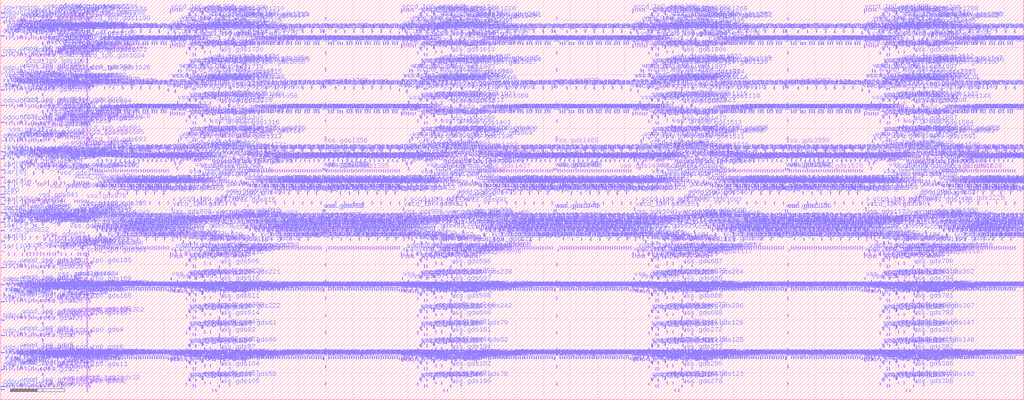
<source format=lef>
### Tool : gds2def
### Version 14.1     Linux64
### Vendor : Apache Design, Inc. A Subsidiary of ANSYS, Inc. 
### Date : Jun 19 2014 02:20:56 

VERSION 5.5 ;
NAMESCASESENSITIVE ON ;
DIVIDERCHAR "/" ;
BUSBITCHARS "[]" ;
MACRO c73p1rfshdxrom2048x16hb4img100_APACHECELL
 CLASS BLOCK ;
 ORIGIN 0 0 ;
 SIZE 75.432 BY 29.526 ;
 PIN iar[10]
 DIRECTION INPUT ;
 USE SIGNAL ;
 PORT
 LAYER m4 ;
 RECT 0 10.932 0.308 10.964 ;
 END
 END iar[10]
 PIN iar[0]
 DIRECTION INPUT ;
 USE SIGNAL ;
 PORT
 LAYER m4 ;
 RECT 0 11.674 0.308 11.706 ;
 END
 END iar[0]
 PIN iar[1]
 DIRECTION INPUT ;
 USE SIGNAL ;
 PORT
 LAYER m4 ;
 RECT 0 12.472 0.308 12.504 ;
 END
 END iar[1]
 PIN iar[2]
 DIRECTION INPUT ;
 USE SIGNAL ;
 PORT
 LAYER m4 ;
 RECT 0 13.088 0.308 13.12 ;
 END
 END iar[2]
 PIN iar[4]
 DIRECTION INPUT ;
 USE SIGNAL ;
 PORT
 LAYER m4 ;
 RECT 0 13.774 0.308 13.806 ;
 END
 END iar[4]
 PIN iar[3]
 DIRECTION INPUT ;
 USE SIGNAL ;
 PORT
 LAYER m4 ;
 RECT 0 14.404 0.308 14.436 ;
 END
 END iar[3]
 PIN iar[7]
 DIRECTION INPUT ;
 USE SIGNAL ;
 PORT
 LAYER m4 ;
 RECT 0 15.72 0.308 15.752 ;
 END
 END iar[7]
 PIN iar[6]
 DIRECTION INPUT ;
 USE SIGNAL ;
 PORT
 LAYER m4 ;
 RECT 0 16.406 0.308 16.438 ;
 END
 END iar[6]
 PIN iar[5]
 DIRECTION INPUT ;
 USE SIGNAL ;
 PORT
 LAYER m4 ;
 RECT 0 16.966 0.308 16.998 ;
 END
 END iar[5]
 PIN iar[9]
 DIRECTION INPUT ;
 USE SIGNAL ;
 PORT
 LAYER m4 ;
 RECT 0 17.764 0.308 17.796 ;
 END
 END iar[9]
 PIN iar[8]
 DIRECTION INPUT ;
 USE SIGNAL ;
 PORT
 LAYER m4 ;
 RECT 0 18.282 0.308 18.314 ;
 END
 END iar[8]
 PIN iren
 DIRECTION INPUT ;
 USE SIGNAL ;
 PORT
 LAYER m4 ;
 RECT 0 15.146 0.308 15.178 ;
 END
 END iren
 PIN ickr
 DIRECTION INPUT ;
 USE SIGNAL ;
 PORT
 LAYER m4 ;
 RECT 0 14.922 0.308 14.954 ;
 END
 END ickr
 PIN ipwreninb
 DIRECTION INPUT ;
 USE SIGNAL ;
 PORT
 LAYER m4 ;
 RECT 0 28.544 0.308 28.576 ;
 END
 END ipwreninb
 PIN opwrenoutb
 DIRECTION OUTPUT ;
 USE SIGNAL ;
 PORT
 LAYER m4 ;
 RECT 0 0.726 0.308 0.758 ;
 END
 END opwrenoutb
 PIN odout[0]
 DIRECTION OUTPUT ;
 USE SIGNAL ;
 PORT
 LAYER m4 ;
 RECT 0 0.95 0.308 0.982 ;
 END
 END odout[0]
 PIN odout[1]
 DIRECTION OUTPUT ;
 USE SIGNAL ;
 PORT
 LAYER m4 ;
 RECT 0 2.21 0.308 2.242 ;
 END
 END odout[1]
 PIN odout[2]
 DIRECTION OUTPUT ;
 USE SIGNAL ;
 PORT
 LAYER m4 ;
 RECT 0 3.456 0.308 3.488 ;
 END
 END odout[2]
 PIN odout[3]
 DIRECTION OUTPUT ;
 USE SIGNAL ;
 PORT
 LAYER m4 ;
 RECT 0 4.716 0.308 4.748 ;
 END
 END odout[3]
 PIN odout[4]
 DIRECTION OUTPUT ;
 USE SIGNAL ;
 PORT
 LAYER m4 ;
 RECT 0 5.85 0.308 5.882 ;
 END
 END odout[4]
 PIN odout[5]
 DIRECTION OUTPUT ;
 USE SIGNAL ;
 PORT
 LAYER m4 ;
 RECT 0 7.222 0.308 7.254 ;
 END
 END odout[5]
 PIN odout[6]
 DIRECTION OUTPUT ;
 USE SIGNAL ;
 PORT
 LAYER m4 ;
 RECT 0 8.482 0.308 8.514 ;
 END
 END odout[6]
 PIN odout[7]
 DIRECTION OUTPUT ;
 USE SIGNAL ;
 PORT
 LAYER m4 ;
 RECT 0 9.728 0.308 9.76 ;
 END
 END odout[7]
 PIN odout[8]
 DIRECTION OUTPUT ;
 USE SIGNAL ;
 PORT
 LAYER m4 ;
 RECT 0 19.08 0.308 19.112 ;
 END
 END odout[8]
 PIN odout[9]
 DIRECTION OUTPUT ;
 USE SIGNAL ;
 PORT
 LAYER m4 ;
 RECT 0 20.452 0.308 20.484 ;
 END
 END odout[9]
 PIN odout[10]
 DIRECTION OUTPUT ;
 USE SIGNAL ;
 PORT
 LAYER m4 ;
 RECT 0 21.698 0.308 21.73 ;
 END
 END odout[10]
 PIN odout[11]
 DIRECTION OUTPUT ;
 USE SIGNAL ;
 PORT
 LAYER m4 ;
 RECT 0 22.846 0.308 22.878 ;
 END
 END odout[11]
 PIN odout[12]
 DIRECTION OUTPUT ;
 USE SIGNAL ;
 PORT
 LAYER m4 ;
 RECT 0 24.092 0.308 24.124 ;
 END
 END odout[12]
 PIN odout[13]
 DIRECTION OUTPUT ;
 USE SIGNAL ;
 PORT
 LAYER m4 ;
 RECT 0 25.352 0.308 25.384 ;
 END
 END odout[13]
 PIN odout[14]
 DIRECTION OUTPUT ;
 USE SIGNAL ;
 PORT
 LAYER m4 ;
 RECT 0 26.836 0.308 26.868 ;
 END
 END odout[14]
 PIN odout[15]
 DIRECTION OUTPUT ;
 USE SIGNAL ;
 PORT
 LAYER m4 ;
 RECT 0 28.194 0.308 28.226 ;
 END
 END odout[15]
 PIN vccd_1p0
 DIRECTION INPUT ;
 USE POWER ;
 PORT
 LAYER m3 ;
 RECT 0.384 2.978 0.43 3.178 ;
 END
 END vccd_1p0
 PIN vccd_1p0.gds1
 DIRECTION INPUT ;
 USE POWER ;
 PORT
 LAYER m3 ;
 RECT 5.162 1.022 5.202 1.222 ;
 END
 END vccd_1p0.gds1
 PIN vccd_1p0.gds2
 DIRECTION INPUT ;
 USE POWER ;
 PORT
 LAYER m3 ;
 RECT 1.486 1.013 1.542 1.213 ;
 END
 END vccd_1p0.gds2
 PIN vccd_1p0.gds3
 DIRECTION INPUT ;
 USE POWER ;
 PORT
 LAYER m3 ;
 RECT 1.486 4.793 1.542 4.993 ;
 END
 END vccd_1p0.gds3
 PIN vccd_1p0.gds4
 DIRECTION INPUT ;
 USE POWER ;
 PORT
 LAYER m3 ;
 RECT 5.162 4.6755 5.202 4.8755 ;
 END
 END vccd_1p0.gds4
 PIN vccd_1p0.gds5
 DIRECTION INPUT ;
 USE POWER ;
 PORT
 LAYER m3 ;
 RECT 1.486 3.533 1.542 3.733 ;
 END
 END vccd_1p0.gds5
 PIN vccd_1p0.gds6
 DIRECTION INPUT ;
 USE POWER ;
 PORT
 LAYER m3 ;
 RECT 5.162 3.4155 5.202 3.6155 ;
 END
 END vccd_1p0.gds6
 PIN vccd_1p0.gds7
 DIRECTION INPUT ;
 USE POWER ;
 PORT
 LAYER m3 ;
 RECT 0.518 3.089 0.548 3.289 ;
 END
 END vccd_1p0.gds7
 PIN vccd_1p0.gds8
 DIRECTION INPUT ;
 USE POWER ;
 PORT
 LAYER m3 ;
 RECT 0.812 3.0505 0.858 3.2505 ;
 END
 END vccd_1p0.gds8
 PIN vccd_1p0.gds9
 DIRECTION INPUT ;
 USE POWER ;
 PORT
 LAYER m3 ;
 RECT 1.306 2.888 1.362 3.088 ;
 END
 END vccd_1p0.gds9
 PIN vccd_1p0.gds10
 DIRECTION INPUT ;
 USE POWER ;
 PORT
 LAYER m3 ;
 RECT 1.726 3.022 1.782 3.222 ;
 END
 END vccd_1p0.gds10
 PIN vccd_1p0.gds11
 DIRECTION INPUT ;
 USE POWER ;
 PORT
 LAYER m3 ;
 RECT 1.486 2.273 1.542 2.473 ;
 END
 END vccd_1p0.gds11
 PIN vccd_1p0.gds12
 DIRECTION INPUT ;
 USE POWER ;
 PORT
 LAYER m3 ;
 RECT 1.178 2.987 1.218 3.187 ;
 END
 END vccd_1p0.gds12
 PIN vccd_1p0.gds13
 DIRECTION INPUT ;
 USE POWER ;
 PORT
 LAYER m3 ;
 RECT 5.162 2.1555 5.202 2.3555 ;
 END
 END vccd_1p0.gds13
 PIN vccd_1p0.gds14
 DIRECTION INPUT ;
 USE POWER ;
 PORT
 LAYER m3 ;
 RECT 1.906 3.157 1.962 3.357 ;
 END
 END vccd_1p0.gds14
 PIN vccd_1p0.gds15
 DIRECTION INPUT ;
 USE POWER ;
 PORT
 LAYER m3 ;
 RECT 2.146 2.9685 2.202 3.1685 ;
 END
 END vccd_1p0.gds15
 PIN vccd_1p0.gds16
 DIRECTION INPUT ;
 USE POWER ;
 PORT
 LAYER m3 ;
 RECT 2.406 3.0145 2.462 3.2145 ;
 END
 END vccd_1p0.gds16
 PIN vccd_1p0.gds17
 DIRECTION INPUT ;
 USE POWER ;
 PORT
 LAYER m3 ;
 RECT 2.566 3.007 2.622 3.207 ;
 END
 END vccd_1p0.gds17
 PIN vccd_1p0.gds18
 DIRECTION INPUT ;
 USE POWER ;
 PORT
 LAYER m3 ;
 RECT 1.05 3.007 1.09 3.207 ;
 END
 END vccd_1p0.gds18
 PIN vccd_1p0.gds19
 DIRECTION INPUT ;
 USE POWER ;
 PORT
 LAYER m3 ;
 RECT 2.986 2.8915 3.042 3.0915 ;
 END
 END vccd_1p0.gds19
 PIN vccd_1p0.gds20
 DIRECTION INPUT ;
 USE POWER ;
 PORT
 LAYER m3 ;
 RECT 2.826 3.02 2.882 3.22 ;
 END
 END vccd_1p0.gds20
 PIN vccd_1p0.gds21
 DIRECTION INPUT ;
 USE POWER ;
 PORT
 LAYER m3 ;
 RECT 3.23 3.016 3.262 3.216 ;
 END
 END vccd_1p0.gds21
 PIN vccd_1p0.gds22
 DIRECTION INPUT ;
 USE POWER ;
 PORT
 LAYER m3 ;
 RECT 4.698 3.0585 4.738 3.2585 ;
 END
 END vccd_1p0.gds22
 PIN vccd_1p0.gds23
 DIRECTION INPUT ;
 USE POWER ;
 PORT
 LAYER m3 ;
 RECT 3.35 2.98 3.39 3.18 ;
 END
 END vccd_1p0.gds23
 PIN vccd_1p0.gds24
 DIRECTION INPUT ;
 USE POWER ;
 PORT
 LAYER m3 ;
 RECT 3.626 3.059 3.666 3.259 ;
 END
 END vccd_1p0.gds24
 PIN vccd_1p0.gds25
 DIRECTION INPUT ;
 USE POWER ;
 PORT
 LAYER m3 ;
 RECT 4.026 3.0725 4.066 3.2725 ;
 END
 END vccd_1p0.gds25
 PIN vccd_1p0.gds26
 DIRECTION INPUT ;
 USE POWER ;
 PORT
 LAYER m3 ;
 RECT 3.818 3.0725 3.858 3.2725 ;
 END
 END vccd_1p0.gds26
 PIN vccd_1p0.gds27
 DIRECTION INPUT ;
 USE POWER ;
 PORT
 LAYER m3 ;
 RECT 4.506 3.058 4.546 3.258 ;
 END
 END vccd_1p0.gds27
 PIN vccd_1p0.gds28
 DIRECTION INPUT ;
 USE POWER ;
 PORT
 LAYER m3 ;
 RECT 4.218 3.02 4.258 3.22 ;
 END
 END vccd_1p0.gds28
 PIN vccd_1p0.gds29
 DIRECTION INPUT ;
 USE POWER ;
 PORT
 LAYER m3 ;
 RECT 4.97 3.082 5.01 3.282 ;
 END
 END vccd_1p0.gds29
 PIN vccd_1p0.gds30
 DIRECTION INPUT ;
 USE POWER ;
 PORT
 LAYER m1 ;
 RECT 3.584 1.0395 3.64 1.2395 ;
 RECT 3.584 2.2995 3.64 2.4995 ;
 RECT 3.584 3.5595 3.64 3.7595 ;
 RECT 3.584 4.8195 3.64 5.0195 ;
 RECT 4.34 4.918 4.396 5.118 ;
 RECT 4.172 4.918 4.228 5.118 ;
 RECT 4.76 4.8775 4.816 5.0775 ;
 RECT 5.096 4.918 5.152 5.118 ;
 RECT 4.928 4.8775 4.984 5.0775 ;
 RECT 4.34 3.658 4.396 3.858 ;
 RECT 4.172 3.658 4.228 3.858 ;
 RECT 4.76 3.6175 4.816 3.8175 ;
 RECT 5.096 3.658 5.152 3.858 ;
 RECT 4.928 3.6175 4.984 3.8175 ;
 RECT 4.34 2.398 4.396 2.598 ;
 RECT 4.172 2.398 4.228 2.598 ;
 RECT 4.76 2.3575 4.816 2.5575 ;
 RECT 5.096 2.398 5.152 2.598 ;
 RECT 4.928 2.3575 4.984 2.5575 ;
 RECT 4.34 1.138 4.396 1.338 ;
 RECT 4.172 1.138 4.228 1.338 ;
 RECT 4.76 1.0975 4.816 1.2975 ;
 RECT 5.096 1.138 5.152 1.338 ;
 RECT 4.928 1.0975 4.984 1.2975 ;
 END
 END vccd_1p0.gds30
 PIN vccd_1p0.gds31
 DIRECTION INPUT ;
 USE POWER ;
 PORT
 LAYER m3 ;
 RECT 6.798 3.0725 6.838 3.2725 ;
 END
 END vccd_1p0.gds31
 PIN vccd_1p0.gds32
 DIRECTION INPUT ;
 USE POWER ;
 PORT
 LAYER m3 ;
 RECT 6.01 3.082 6.05 3.282 ;
 END
 END vccd_1p0.gds32
 PIN vccd_1p0.gds33
 DIRECTION INPUT ;
 USE POWER ;
 PORT
 LAYER m3 ;
 RECT 5.754 3.02 5.794 3.22 ;
 END
 END vccd_1p0.gds33
 PIN vccd_1p0.gds34
 DIRECTION INPUT ;
 USE POWER ;
 PORT
 LAYER m3 ;
 RECT 6.266 3.109 6.306 3.309 ;
 END
 END vccd_1p0.gds34
 PIN vccd_1p0.gds35
 DIRECTION INPUT ;
 USE POWER ;
 PORT
 LAYER m3 ;
 RECT 5.37 3.0725 5.41 3.2725 ;
 END
 END vccd_1p0.gds35
 PIN vccd_1p0.gds36
 DIRECTION INPUT ;
 USE POWER ;
 PORT
 LAYER m3 ;
 RECT 5.882 3.0725 5.922 3.2725 ;
 END
 END vccd_1p0.gds36
 PIN vccd_1p0.gds37
 DIRECTION INPUT ;
 USE POWER ;
 PORT
 LAYER m3 ;
 RECT 5.562 2.962 5.602 3.162 ;
 END
 END vccd_1p0.gds37
 PIN vccd_1p0.gds38
 DIRECTION INPUT ;
 USE POWER ;
 PORT
 LAYER m3 ;
 RECT 6.522 2.999 6.582 3.199 ;
 END
 END vccd_1p0.gds38
 PIN vccd_1p0.gds39
 DIRECTION INPUT ;
 USE POWER ;
 PORT
 LAYER m1 ;
 RECT 5.6 4.918 5.656 5.118 ;
 RECT 5.432 4.8295 5.488 5.0295 ;
 RECT 5.264 4.918 5.32 5.118 ;
 RECT 5.936 4.8295 5.992 5.0295 ;
 RECT 5.768 4.8295 5.824 5.0295 ;
 RECT 6.44 4.8465 6.496 5.0465 ;
 RECT 6.272 4.8295 6.328 5.0295 ;
 RECT 6.104 4.918 6.16 5.118 ;
 RECT 5.6 3.658 5.656 3.858 ;
 RECT 5.432 3.5695 5.488 3.7695 ;
 RECT 5.264 3.658 5.32 3.858 ;
 RECT 5.936 3.5695 5.992 3.7695 ;
 RECT 5.768 3.5695 5.824 3.7695 ;
 RECT 6.44 3.5865 6.496 3.7865 ;
 RECT 6.272 3.5695 6.328 3.7695 ;
 RECT 6.104 3.658 6.16 3.858 ;
 RECT 5.6 2.398 5.656 2.598 ;
 RECT 5.432 2.3095 5.488 2.5095 ;
 RECT 5.264 2.398 5.32 2.598 ;
 RECT 5.936 2.3095 5.992 2.5095 ;
 RECT 5.768 2.3095 5.824 2.5095 ;
 RECT 6.44 2.3265 6.496 2.5265 ;
 RECT 6.272 2.3095 6.328 2.5095 ;
 RECT 6.104 2.398 6.16 2.598 ;
 RECT 5.6 1.138 5.656 1.338 ;
 RECT 5.432 1.0495 5.488 1.2495 ;
 RECT 5.264 1.138 5.32 1.338 ;
 RECT 5.936 1.0495 5.992 1.2495 ;
 RECT 5.768 1.0495 5.824 1.2495 ;
 RECT 6.44 1.0665 6.496 1.2665 ;
 RECT 6.272 1.0495 6.328 1.2495 ;
 RECT 6.104 1.138 6.16 1.338 ;
 END
 END vccd_1p0.gds39
 PIN vccd_1p0.gds40
 DIRECTION INPUT ;
 USE POWER ;
 PORT
 LAYER m3 ;
 RECT 13.922 1.36 13.978 1.56 ;
 END
 END vccd_1p0.gds40
 PIN vccd_1p0.gds41
 DIRECTION INPUT ;
 USE POWER ;
 PORT
 LAYER m3 ;
 RECT 13.922 2.62 13.978 2.82 ;
 END
 END vccd_1p0.gds41
 PIN vccd_1p0.gds42
 DIRECTION INPUT ;
 USE POWER ;
 PORT
 LAYER m3 ;
 RECT 13.922 3.88 13.978 4.08 ;
 END
 END vccd_1p0.gds42
 PIN vccd_1p0.gds43
 DIRECTION INPUT ;
 USE POWER ;
 PORT
 LAYER m3 ;
 RECT 14.342 1.36 14.398 1.56 ;
 END
 END vccd_1p0.gds43
 PIN vccd_1p0.gds44
 DIRECTION INPUT ;
 USE POWER ;
 PORT
 LAYER m3 ;
 RECT 14.342 2.62 14.398 2.82 ;
 END
 END vccd_1p0.gds44
 PIN vccd_1p0.gds45
 DIRECTION INPUT ;
 USE POWER ;
 PORT
 LAYER m3 ;
 RECT 13.922 5.14 13.978 5.34 ;
 END
 END vccd_1p0.gds45
 PIN vccd_1p0.gds46
 DIRECTION INPUT ;
 USE POWER ;
 PORT
 LAYER m3 ;
 RECT 14.342 5.14 14.398 5.34 ;
 END
 END vccd_1p0.gds46
 PIN vccd_1p0.gds47
 DIRECTION INPUT ;
 USE POWER ;
 PORT
 LAYER m3 ;
 RECT 14.894 5.2675 14.934 5.4675 ;
 END
 END vccd_1p0.gds47
 PIN vccd_1p0.gds48
 DIRECTION INPUT ;
 USE POWER ;
 PORT
 LAYER m3 ;
 RECT 13.682 2.82 13.738 3.02 ;
 END
 END vccd_1p0.gds48
 PIN vccd_1p0.gds49
 DIRECTION INPUT ;
 USE POWER ;
 PORT
 LAYER m3 ;
 RECT 13.082 2.8975 13.138 3.0975 ;
 END
 END vccd_1p0.gds49
 PIN vccd_1p0.gds50
 DIRECTION INPUT ;
 USE POWER ;
 PORT
 LAYER m3 ;
 RECT 14.342 3.88 14.398 4.08 ;
 END
 END vccd_1p0.gds50
 PIN vccd_1p0.gds51
 DIRECTION INPUT ;
 USE POWER ;
 PORT
 LAYER m3 ;
 RECT 14.894 4.0075 14.934 4.2075 ;
 END
 END vccd_1p0.gds51
 PIN vccd_1p0.gds52
 DIRECTION INPUT ;
 USE POWER ;
 PORT
 LAYER m3 ;
 RECT 14.682 3.072 14.742 3.272 ;
 END
 END vccd_1p0.gds52
 PIN vccd_1p0.gds53
 DIRECTION INPUT ;
 USE POWER ;
 PORT
 LAYER m3 ;
 RECT 12.842 3.02 12.898 3.22 ;
 END
 END vccd_1p0.gds53
 PIN vccd_1p0.gds54
 DIRECTION INPUT ;
 USE POWER ;
 PORT
 LAYER m3 ;
 RECT 12.614 3.016 12.654 3.216 ;
 END
 END vccd_1p0.gds54
 PIN vccd_1p0.gds55
 DIRECTION INPUT ;
 USE POWER ;
 PORT
 LAYER m3 ;
 RECT 12.486 2.9745 12.526 3.1745 ;
 END
 END vccd_1p0.gds55
 PIN vccd_1p0.gds56
 DIRECTION INPUT ;
 USE POWER ;
 PORT
 LAYER m3 ;
 RECT 14.894 2.7475 14.934 2.9475 ;
 END
 END vccd_1p0.gds56
 PIN vccd_1p0.gds57
 DIRECTION INPUT ;
 USE POWER ;
 PORT
 LAYER m3 ;
 RECT 14.894 1.4875 14.934 1.6875 ;
 END
 END vccd_1p0.gds57
 PIN vccd_1p0.gds58
 DIRECTION INPUT ;
 USE POWER ;
 PORT
 LAYER m3 ;
 RECT 16.17 1.424 16.226 1.624 ;
 END
 END vccd_1p0.gds58
 PIN vccd_1p0.gds59
 DIRECTION INPUT ;
 USE POWER ;
 PORT
 LAYER m3 ;
 RECT 16.17 2.684 16.226 2.884 ;
 END
 END vccd_1p0.gds59
 PIN vccd_1p0.gds60
 DIRECTION INPUT ;
 USE POWER ;
 PORT
 LAYER m3 ;
 RECT 16.17 3.944 16.226 4.144 ;
 END
 END vccd_1p0.gds60
 PIN vccd_1p0.gds61
 DIRECTION INPUT ;
 USE POWER ;
 PORT
 LAYER m3 ;
 RECT 16.17 5.204 16.226 5.404 ;
 END
 END vccd_1p0.gds61
 PIN vccd_1p0.gds62
 DIRECTION INPUT ;
 USE POWER ;
 PORT
 LAYER m3 ;
 RECT 15.25 3.072 15.29 3.272 ;
 END
 END vccd_1p0.gds62
 PIN vccd_1p0.gds63
 DIRECTION INPUT ;
 USE POWER ;
 PORT
 LAYER m3 ;
 RECT 17.518 2.9985 17.574 3.1985 ;
 END
 END vccd_1p0.gds63
 PIN vccd_1p0.gds64
 DIRECTION INPUT ;
 USE POWER ;
 PORT
 LAYER m3 ;
 RECT 15.686 3.054 15.742 3.254 ;
 END
 END vccd_1p0.gds64
 PIN vccd_1p0.gds65
 DIRECTION INPUT ;
 USE POWER ;
 PORT
 LAYER m3 ;
 RECT 15.442 3.054 15.498 3.254 ;
 END
 END vccd_1p0.gds65
 PIN vccd_1p0.gds66
 DIRECTION INPUT ;
 USE POWER ;
 PORT
 LAYER m3 ;
 RECT 17.678 3.02 17.734 3.22 ;
 END
 END vccd_1p0.gds66
 PIN vccd_1p0.gds67
 DIRECTION INPUT ;
 USE POWER ;
 PORT
 LAYER m3 ;
 RECT 17.098 2.9235 17.154 3.1235 ;
 END
 END vccd_1p0.gds67
 PIN vccd_1p0.gds68
 DIRECTION INPUT ;
 USE POWER ;
 PORT
 LAYER m3 ;
 RECT 18.05 2.9745 18.09 3.1745 ;
 END
 END vccd_1p0.gds68
 PIN vccd_1p0.gds69
 DIRECTION INPUT ;
 USE POWER ;
 PORT
 LAYER m3 ;
 RECT 17.922 3.016 17.962 3.216 ;
 END
 END vccd_1p0.gds69
 PIN vccd_1p0.gds70
 DIRECTION INPUT ;
 USE POWER ;
 PORT
 LAYER m3 ;
 RECT 23.786 2.9785 23.842 3.1785 ;
 END
 END vccd_1p0.gds70
 PIN vccd_1p0.gds71
 DIRECTION INPUT ;
 USE POWER ;
 PORT
 LAYER m3 ;
 RECT 29.894 3.02 29.95 3.22 ;
 END
 END vccd_1p0.gds71
 PIN vccd_1p0.gds72
 DIRECTION INPUT ;
 USE POWER ;
 PORT
 LAYER m3 ;
 RECT 29.666 3.016 29.706 3.216 ;
 END
 END vccd_1p0.gds72
 PIN vccd_1p0.gds73
 DIRECTION INPUT ;
 USE POWER ;
 PORT
 LAYER m3 ;
 RECT 29.538 2.9745 29.578 3.1745 ;
 END
 END vccd_1p0.gds73
 PIN vccd_1p0.gds74
 DIRECTION INPUT ;
 USE POWER ;
 PORT
 LAYER m3 ;
 RECT 30.974 1.36 31.03 1.56 ;
 END
 END vccd_1p0.gds74
 PIN vccd_1p0.gds75
 DIRECTION INPUT ;
 USE POWER ;
 PORT
 LAYER m3 ;
 RECT 30.974 2.62 31.03 2.82 ;
 END
 END vccd_1p0.gds75
 PIN vccd_1p0.gds76
 DIRECTION INPUT ;
 USE POWER ;
 PORT
 LAYER m3 ;
 RECT 30.974 3.88 31.03 4.08 ;
 END
 END vccd_1p0.gds76
 PIN vccd_1p0.gds77
 DIRECTION INPUT ;
 USE POWER ;
 PORT
 LAYER m3 ;
 RECT 30.974 5.14 31.03 5.34 ;
 END
 END vccd_1p0.gds77
 PIN vccd_1p0.gds78
 DIRECTION INPUT ;
 USE POWER ;
 PORT
 LAYER m3 ;
 RECT 33.222 1.424 33.278 1.624 ;
 END
 END vccd_1p0.gds78
 PIN vccd_1p0.gds79
 DIRECTION INPUT ;
 USE POWER ;
 PORT
 LAYER m3 ;
 RECT 33.222 5.204 33.278 5.404 ;
 END
 END vccd_1p0.gds79
 PIN vccd_1p0.gds80
 DIRECTION INPUT ;
 USE POWER ;
 PORT
 LAYER m3 ;
 RECT 31.394 5.14 31.45 5.34 ;
 END
 END vccd_1p0.gds80
 PIN vccd_1p0.gds81
 DIRECTION INPUT ;
 USE POWER ;
 PORT
 LAYER m3 ;
 RECT 31.946 5.2675 31.986 5.4675 ;
 END
 END vccd_1p0.gds81
 PIN vccd_1p0.gds82
 DIRECTION INPUT ;
 USE POWER ;
 PORT
 LAYER m3 ;
 RECT 33.222 3.944 33.278 4.144 ;
 END
 END vccd_1p0.gds82
 PIN vccd_1p0.gds83
 DIRECTION INPUT ;
 USE POWER ;
 PORT
 LAYER m3 ;
 RECT 31.394 3.88 31.45 4.08 ;
 END
 END vccd_1p0.gds83
 PIN vccd_1p0.gds84
 DIRECTION INPUT ;
 USE POWER ;
 PORT
 LAYER m3 ;
 RECT 31.946 4.0075 31.986 4.2075 ;
 END
 END vccd_1p0.gds84
 PIN vccd_1p0.gds85
 DIRECTION INPUT ;
 USE POWER ;
 PORT
 LAYER m3 ;
 RECT 33.222 2.684 33.278 2.884 ;
 END
 END vccd_1p0.gds85
 PIN vccd_1p0.gds86
 DIRECTION INPUT ;
 USE POWER ;
 PORT
 LAYER m3 ;
 RECT 31.394 2.62 31.45 2.82 ;
 END
 END vccd_1p0.gds86
 PIN vccd_1p0.gds87
 DIRECTION INPUT ;
 USE POWER ;
 PORT
 LAYER m3 ;
 RECT 31.946 2.7475 31.986 2.9475 ;
 END
 END vccd_1p0.gds87
 PIN vccd_1p0.gds88
 DIRECTION INPUT ;
 USE POWER ;
 PORT
 LAYER m3 ;
 RECT 32.738 3.054 32.794 3.254 ;
 END
 END vccd_1p0.gds88
 PIN vccd_1p0.gds89
 DIRECTION INPUT ;
 USE POWER ;
 PORT
 LAYER m3 ;
 RECT 32.302 3.072 32.342 3.272 ;
 END
 END vccd_1p0.gds89
 PIN vccd_1p0.gds90
 DIRECTION INPUT ;
 USE POWER ;
 PORT
 LAYER m3 ;
 RECT 31.394 1.36 31.45 1.56 ;
 END
 END vccd_1p0.gds90
 PIN vccd_1p0.gds91
 DIRECTION INPUT ;
 USE POWER ;
 PORT
 LAYER m3 ;
 RECT 31.946 1.4875 31.986 1.6875 ;
 END
 END vccd_1p0.gds91
 PIN vccd_1p0.gds92
 DIRECTION INPUT ;
 USE POWER ;
 PORT
 LAYER m3 ;
 RECT 31.734 3.072 31.794 3.272 ;
 END
 END vccd_1p0.gds92
 PIN vccd_1p0.gds93
 DIRECTION INPUT ;
 USE POWER ;
 PORT
 LAYER m3 ;
 RECT 34.57 2.953 34.626 3.153 ;
 END
 END vccd_1p0.gds93
 PIN vccd_1p0.gds94
 DIRECTION INPUT ;
 USE POWER ;
 PORT
 LAYER m3 ;
 RECT 35.102 2.9745 35.142 3.1745 ;
 END
 END vccd_1p0.gds94
 PIN vccd_1p0.gds95
 DIRECTION INPUT ;
 USE POWER ;
 PORT
 LAYER m3 ;
 RECT 34.974 3.016 35.014 3.216 ;
 END
 END vccd_1p0.gds95
 PIN vccd_1p0.gds96
 DIRECTION INPUT ;
 USE POWER ;
 PORT
 LAYER m3 ;
 RECT 30.734 2.82 30.79 3.02 ;
 END
 END vccd_1p0.gds96
 PIN vccd_1p0.gds97
 DIRECTION INPUT ;
 USE POWER ;
 PORT
 LAYER m3 ;
 RECT 30.134 2.8975 30.19 3.0975 ;
 END
 END vccd_1p0.gds97
 PIN vccd_1p0.gds98
 DIRECTION INPUT ;
 USE POWER ;
 PORT
 LAYER m3 ;
 RECT 34.15 2.9235 34.206 3.1235 ;
 END
 END vccd_1p0.gds98
 PIN vccd_1p0.gds99
 DIRECTION INPUT ;
 USE POWER ;
 PORT
 LAYER m3 ;
 RECT 34.73 3.0725 34.786 3.2725 ;
 END
 END vccd_1p0.gds99
 PIN vccd_1p0.gds100
 DIRECTION INPUT ;
 USE POWER ;
 PORT
 LAYER m3 ;
 RECT 32.494 3.054 32.55 3.254 ;
 END
 END vccd_1p0.gds100
 PIN vccd_1p0.gds101
 DIRECTION INPUT ;
 USE POWER ;
 PORT
 LAYER m3 ;
 RECT 40.838 2.9785 40.894 3.1785 ;
 END
 END vccd_1p0.gds101
 PIN vccd_1p0.gds102
 DIRECTION INPUT ;
 USE POWER ;
 PORT
 LAYER m3 ;
 RECT 48.026 1.36 48.082 1.56 ;
 END
 END vccd_1p0.gds102
 PIN vccd_1p0.gds103
 DIRECTION INPUT ;
 USE POWER ;
 PORT
 LAYER m3 ;
 RECT 48.026 2.62 48.082 2.82 ;
 END
 END vccd_1p0.gds103
 PIN vccd_1p0.gds104
 DIRECTION INPUT ;
 USE POWER ;
 PORT
 LAYER m3 ;
 RECT 48.026 5.14 48.082 5.34 ;
 END
 END vccd_1p0.gds104
 PIN vccd_1p0.gds105
 DIRECTION INPUT ;
 USE POWER ;
 PORT
 LAYER m3 ;
 RECT 48.026 3.88 48.082 4.08 ;
 END
 END vccd_1p0.gds105
 PIN vccd_1p0.gds106
 DIRECTION INPUT ;
 USE POWER ;
 PORT
 LAYER m3 ;
 RECT 47.786 2.82 47.842 3.02 ;
 END
 END vccd_1p0.gds106
 PIN vccd_1p0.gds107
 DIRECTION INPUT ;
 USE POWER ;
 PORT
 LAYER m3 ;
 RECT 47.186 2.8975 47.242 3.0975 ;
 END
 END vccd_1p0.gds107
 PIN vccd_1p0.gds108
 DIRECTION INPUT ;
 USE POWER ;
 PORT
 LAYER m3 ;
 RECT 48.446 1.36 48.502 1.56 ;
 END
 END vccd_1p0.gds108
 PIN vccd_1p0.gds109
 DIRECTION INPUT ;
 USE POWER ;
 PORT
 LAYER m3 ;
 RECT 48.446 2.62 48.502 2.82 ;
 END
 END vccd_1p0.gds109
 PIN vccd_1p0.gds110
 DIRECTION INPUT ;
 USE POWER ;
 PORT
 LAYER m3 ;
 RECT 48.446 5.14 48.502 5.34 ;
 END
 END vccd_1p0.gds110
 PIN vccd_1p0.gds111
 DIRECTION INPUT ;
 USE POWER ;
 PORT
 LAYER m3 ;
 RECT 48.998 5.2675 49.038 5.4675 ;
 END
 END vccd_1p0.gds111
 PIN vccd_1p0.gds112
 DIRECTION INPUT ;
 USE POWER ;
 PORT
 LAYER m3 ;
 RECT 49.354 3.072 49.394 3.272 ;
 END
 END vccd_1p0.gds112
 PIN vccd_1p0.gds113
 DIRECTION INPUT ;
 USE POWER ;
 PORT
 LAYER m3 ;
 RECT 48.786 3.072 48.846 3.272 ;
 END
 END vccd_1p0.gds113
 PIN vccd_1p0.gds114
 DIRECTION INPUT ;
 USE POWER ;
 PORT
 LAYER m3 ;
 RECT 48.446 3.88 48.502 4.08 ;
 END
 END vccd_1p0.gds114
 PIN vccd_1p0.gds115
 DIRECTION INPUT ;
 USE POWER ;
 PORT
 LAYER m3 ;
 RECT 48.998 4.0075 49.038 4.2075 ;
 END
 END vccd_1p0.gds115
 PIN vccd_1p0.gds116
 DIRECTION INPUT ;
 USE POWER ;
 PORT
 LAYER m3 ;
 RECT 48.998 2.7475 49.038 2.9475 ;
 END
 END vccd_1p0.gds116
 PIN vccd_1p0.gds117
 DIRECTION INPUT ;
 USE POWER ;
 PORT
 LAYER m3 ;
 RECT 49.79 3.054 49.846 3.254 ;
 END
 END vccd_1p0.gds117
 PIN vccd_1p0.gds118
 DIRECTION INPUT ;
 USE POWER ;
 PORT
 LAYER m3 ;
 RECT 49.546 3.054 49.602 3.254 ;
 END
 END vccd_1p0.gds118
 PIN vccd_1p0.gds119
 DIRECTION INPUT ;
 USE POWER ;
 PORT
 LAYER m3 ;
 RECT 48.998 1.4875 49.038 1.6875 ;
 END
 END vccd_1p0.gds119
 PIN vccd_1p0.gds120
 DIRECTION INPUT ;
 USE POWER ;
 PORT
 LAYER m3 ;
 RECT 46.946 3.02 47.002 3.22 ;
 END
 END vccd_1p0.gds120
 PIN vccd_1p0.gds121
 DIRECTION INPUT ;
 USE POWER ;
 PORT
 LAYER m3 ;
 RECT 46.718 3.016 46.758 3.216 ;
 END
 END vccd_1p0.gds121
 PIN vccd_1p0.gds122
 DIRECTION INPUT ;
 USE POWER ;
 PORT
 LAYER m3 ;
 RECT 46.59 2.9745 46.63 3.1745 ;
 END
 END vccd_1p0.gds122
 PIN vccd_1p0.gds123
 DIRECTION INPUT ;
 USE POWER ;
 PORT
 LAYER m3 ;
 RECT 50.274 1.424 50.33 1.624 ;
 END
 END vccd_1p0.gds123
 PIN vccd_1p0.gds124
 DIRECTION INPUT ;
 USE POWER ;
 PORT
 LAYER m3 ;
 RECT 50.274 2.684 50.33 2.884 ;
 END
 END vccd_1p0.gds124
 PIN vccd_1p0.gds125
 DIRECTION INPUT ;
 USE POWER ;
 PORT
 LAYER m3 ;
 RECT 50.274 3.944 50.33 4.144 ;
 END
 END vccd_1p0.gds125
 PIN vccd_1p0.gds126
 DIRECTION INPUT ;
 USE POWER ;
 PORT
 LAYER m3 ;
 RECT 50.274 5.204 50.33 5.404 ;
 END
 END vccd_1p0.gds126
 PIN vccd_1p0.gds127
 DIRECTION INPUT ;
 USE POWER ;
 PORT
 LAYER m3 ;
 RECT 51.622 2.9985 51.678 3.1985 ;
 END
 END vccd_1p0.gds127
 PIN vccd_1p0.gds128
 DIRECTION INPUT ;
 USE POWER ;
 PORT
 LAYER m3 ;
 RECT 52.154 2.9745 52.194 3.1745 ;
 END
 END vccd_1p0.gds128
 PIN vccd_1p0.gds129
 DIRECTION INPUT ;
 USE POWER ;
 PORT
 LAYER m3 ;
 RECT 52.026 3.016 52.066 3.216 ;
 END
 END vccd_1p0.gds129
 PIN vccd_1p0.gds130
 DIRECTION INPUT ;
 USE POWER ;
 PORT
 LAYER m3 ;
 RECT 51.202 2.9235 51.258 3.1235 ;
 END
 END vccd_1p0.gds130
 PIN vccd_1p0.gds131
 DIRECTION INPUT ;
 USE POWER ;
 PORT
 LAYER m3 ;
 RECT 51.782 3.02 51.838 3.22 ;
 END
 END vccd_1p0.gds131
 PIN vccd_1p0.gds132
 DIRECTION INPUT ;
 USE POWER ;
 PORT
 LAYER m3 ;
 RECT 57.89 2.9785 57.946 3.1785 ;
 END
 END vccd_1p0.gds132
 PIN vccd_1p0.gds133
 DIRECTION INPUT ;
 USE POWER ;
 PORT
 LAYER m3 ;
 RECT 65.078 1.36 65.134 1.56 ;
 END
 END vccd_1p0.gds133
 PIN vccd_1p0.gds134
 DIRECTION INPUT ;
 USE POWER ;
 PORT
 LAYER m3 ;
 RECT 65.078 2.62 65.134 2.82 ;
 END
 END vccd_1p0.gds134
 PIN vccd_1p0.gds135
 DIRECTION INPUT ;
 USE POWER ;
 PORT
 LAYER m3 ;
 RECT 65.078 3.88 65.134 4.08 ;
 END
 END vccd_1p0.gds135
 PIN vccd_1p0.gds136
 DIRECTION INPUT ;
 USE POWER ;
 PORT
 LAYER m3 ;
 RECT 65.078 5.14 65.134 5.34 ;
 END
 END vccd_1p0.gds136
 PIN vccd_1p0.gds137
 DIRECTION INPUT ;
 USE POWER ;
 PORT
 LAYER m3 ;
 RECT 64.838 2.82 64.894 3.02 ;
 END
 END vccd_1p0.gds137
 PIN vccd_1p0.gds138
 DIRECTION INPUT ;
 USE POWER ;
 PORT
 LAYER m3 ;
 RECT 64.238 2.8975 64.294 3.0975 ;
 END
 END vccd_1p0.gds138
 PIN vccd_1p0.gds139
 DIRECTION INPUT ;
 USE POWER ;
 PORT
 LAYER m3 ;
 RECT 63.998 3.02 64.054 3.22 ;
 END
 END vccd_1p0.gds139
 PIN vccd_1p0.gds140
 DIRECTION INPUT ;
 USE POWER ;
 PORT
 LAYER m3 ;
 RECT 63.77 3.016 63.81 3.216 ;
 END
 END vccd_1p0.gds140
 PIN vccd_1p0.gds141
 DIRECTION INPUT ;
 USE POWER ;
 PORT
 LAYER m3 ;
 RECT 63.642 2.9745 63.682 3.1745 ;
 END
 END vccd_1p0.gds141
 PIN vccd_1p0.gds142
 DIRECTION INPUT ;
 USE POWER ;
 PORT
 LAYER m3 ;
 RECT 67.326 1.424 67.382 1.624 ;
 END
 END vccd_1p0.gds142
 PIN vccd_1p0.gds143
 DIRECTION INPUT ;
 USE POWER ;
 PORT
 LAYER m3 ;
 RECT 65.498 1.36 65.554 1.56 ;
 END
 END vccd_1p0.gds143
 PIN vccd_1p0.gds144
 DIRECTION INPUT ;
 USE POWER ;
 PORT
 LAYER m3 ;
 RECT 67.326 2.684 67.382 2.884 ;
 END
 END vccd_1p0.gds144
 PIN vccd_1p0.gds145
 DIRECTION INPUT ;
 USE POWER ;
 PORT
 LAYER m3 ;
 RECT 65.498 2.62 65.554 2.82 ;
 END
 END vccd_1p0.gds145
 PIN vccd_1p0.gds146
 DIRECTION INPUT ;
 USE POWER ;
 PORT
 LAYER m3 ;
 RECT 67.326 3.944 67.382 4.144 ;
 END
 END vccd_1p0.gds146
 PIN vccd_1p0.gds147
 DIRECTION INPUT ;
 USE POWER ;
 PORT
 LAYER m3 ;
 RECT 67.326 5.204 67.382 5.404 ;
 END
 END vccd_1p0.gds147
 PIN vccd_1p0.gds148
 DIRECTION INPUT ;
 USE POWER ;
 PORT
 LAYER m3 ;
 RECT 65.498 5.14 65.554 5.34 ;
 END
 END vccd_1p0.gds148
 PIN vccd_1p0.gds149
 DIRECTION INPUT ;
 USE POWER ;
 PORT
 LAYER m3 ;
 RECT 66.05 5.2675 66.09 5.4675 ;
 END
 END vccd_1p0.gds149
 PIN vccd_1p0.gds150
 DIRECTION INPUT ;
 USE POWER ;
 PORT
 LAYER m3 ;
 RECT 66.406 3.072 66.446 3.272 ;
 END
 END vccd_1p0.gds150
 PIN vccd_1p0.gds151
 DIRECTION INPUT ;
 USE POWER ;
 PORT
 LAYER m3 ;
 RECT 65.838 3.072 65.898 3.272 ;
 END
 END vccd_1p0.gds151
 PIN vccd_1p0.gds152
 DIRECTION INPUT ;
 USE POWER ;
 PORT
 LAYER m3 ;
 RECT 65.498 3.88 65.554 4.08 ;
 END
 END vccd_1p0.gds152
 PIN vccd_1p0.gds153
 DIRECTION INPUT ;
 USE POWER ;
 PORT
 LAYER m3 ;
 RECT 66.05 4.0075 66.09 4.2075 ;
 END
 END vccd_1p0.gds153
 PIN vccd_1p0.gds154
 DIRECTION INPUT ;
 USE POWER ;
 PORT
 LAYER m3 ;
 RECT 68.674 2.9985 68.73 3.1985 ;
 END
 END vccd_1p0.gds154
 PIN vccd_1p0.gds155
 DIRECTION INPUT ;
 USE POWER ;
 PORT
 LAYER m3 ;
 RECT 69.206 2.9745 69.246 3.1745 ;
 END
 END vccd_1p0.gds155
 PIN vccd_1p0.gds156
 DIRECTION INPUT ;
 USE POWER ;
 PORT
 LAYER m3 ;
 RECT 69.078 3.016 69.118 3.216 ;
 END
 END vccd_1p0.gds156
 PIN vccd_1p0.gds157
 DIRECTION INPUT ;
 USE POWER ;
 PORT
 LAYER m3 ;
 RECT 68.254 2.9235 68.31 3.1235 ;
 END
 END vccd_1p0.gds157
 PIN vccd_1p0.gds158
 DIRECTION INPUT ;
 USE POWER ;
 PORT
 LAYER m3 ;
 RECT 66.05 2.7475 66.09 2.9475 ;
 END
 END vccd_1p0.gds158
 PIN vccd_1p0.gds159
 DIRECTION INPUT ;
 USE POWER ;
 PORT
 LAYER m3 ;
 RECT 66.842 3.054 66.898 3.254 ;
 END
 END vccd_1p0.gds159
 PIN vccd_1p0.gds160
 DIRECTION INPUT ;
 USE POWER ;
 PORT
 LAYER m3 ;
 RECT 66.598 3.054 66.654 3.254 ;
 END
 END vccd_1p0.gds160
 PIN vccd_1p0.gds161
 DIRECTION INPUT ;
 USE POWER ;
 PORT
 LAYER m3 ;
 RECT 66.05 1.4875 66.09 1.6875 ;
 END
 END vccd_1p0.gds161
 PIN vccd_1p0.gds162
 DIRECTION INPUT ;
 USE POWER ;
 PORT
 LAYER m3 ;
 RECT 68.834 3.02 68.89 3.22 ;
 END
 END vccd_1p0.gds162
 PIN vccd_1p0.gds163
 DIRECTION INPUT ;
 USE POWER ;
 PORT
 LAYER m3 ;
 RECT 0.384 8.018 0.43 8.218 ;
 END
 END vccd_1p0.gds163
 PIN vccd_1p0.gds164
 DIRECTION INPUT ;
 USE POWER ;
 PORT
 LAYER m3 ;
 RECT 1.486 7.313 1.542 7.513 ;
 END
 END vccd_1p0.gds164
 PIN vccd_1p0.gds165
 DIRECTION INPUT ;
 USE POWER ;
 PORT
 LAYER m3 ;
 RECT 5.162 7.1955 5.202 7.3955 ;
 END
 END vccd_1p0.gds165
 PIN vccd_1p0.gds166
 DIRECTION INPUT ;
 USE POWER ;
 PORT
 LAYER m3 ;
 RECT 1.486 6.053 1.542 6.253 ;
 END
 END vccd_1p0.gds166
 PIN vccd_1p0.gds167
 DIRECTION INPUT ;
 USE POWER ;
 PORT
 LAYER m3 ;
 RECT 5.162 5.9355 5.202 6.1355 ;
 END
 END vccd_1p0.gds167
 PIN vccd_1p0.gds168
 DIRECTION INPUT ;
 USE POWER ;
 PORT
 LAYER m3 ;
 RECT 1.486 8.573 1.542 8.773 ;
 END
 END vccd_1p0.gds168
 PIN vccd_1p0.gds169
 DIRECTION INPUT ;
 USE POWER ;
 PORT
 LAYER m3 ;
 RECT 5.162 8.4555 5.202 8.6555 ;
 END
 END vccd_1p0.gds169
 PIN vccd_1p0.gds170
 DIRECTION INPUT ;
 USE POWER ;
 PORT
 LAYER m3 ;
 RECT 0.518 8.414 0.548 8.614 ;
 END
 END vccd_1p0.gds170
 PIN vccd_1p0.gds171
 DIRECTION INPUT ;
 USE POWER ;
 PORT
 LAYER m3 ;
 RECT 0.812 8.0905 0.858 8.2905 ;
 END
 END vccd_1p0.gds171
 PIN vccd_1p0.gds172
 DIRECTION INPUT ;
 USE POWER ;
 PORT
 LAYER m3 ;
 RECT 1.306 7.928 1.362 8.128 ;
 END
 END vccd_1p0.gds172
 PIN vccd_1p0.gds173
 DIRECTION INPUT ;
 USE POWER ;
 PORT
 LAYER m3 ;
 RECT 1.726 8.13 1.782 8.33 ;
 END
 END vccd_1p0.gds173
 PIN vccd_1p0.gds174
 DIRECTION INPUT ;
 USE POWER ;
 PORT
 LAYER m3 ;
 RECT 1.178 8.027 1.218 8.227 ;
 END
 END vccd_1p0.gds174
 PIN vccd_1p0.gds175
 DIRECTION INPUT ;
 USE POWER ;
 PORT
 LAYER m3 ;
 RECT 1.486 9.833 1.542 10.033 ;
 END
 END vccd_1p0.gds175
 PIN vccd_1p0.gds176
 DIRECTION INPUT ;
 USE POWER ;
 PORT
 LAYER m3 ;
 RECT 1.906 8.2955 1.962 8.4955 ;
 END
 END vccd_1p0.gds176
 PIN vccd_1p0.gds177
 DIRECTION INPUT ;
 USE POWER ;
 PORT
 LAYER m3 ;
 RECT 2.146 8.0085 2.202 8.2085 ;
 END
 END vccd_1p0.gds177
 PIN vccd_1p0.gds178
 DIRECTION INPUT ;
 USE POWER ;
 PORT
 LAYER m3 ;
 RECT 2.406 8.0545 2.462 8.2545 ;
 END
 END vccd_1p0.gds178
 PIN vccd_1p0.gds179
 DIRECTION INPUT ;
 USE POWER ;
 PORT
 LAYER m3 ;
 RECT 2.566 8.047 2.622 8.247 ;
 END
 END vccd_1p0.gds179
 PIN vccd_1p0.gds180
 DIRECTION INPUT ;
 USE POWER ;
 PORT
 LAYER m3 ;
 RECT 1.05 8.047 1.09 8.247 ;
 END
 END vccd_1p0.gds180
 PIN vccd_1p0.gds181
 DIRECTION INPUT ;
 USE POWER ;
 PORT
 LAYER m3 ;
 RECT 2.986 7.9315 3.042 8.1315 ;
 END
 END vccd_1p0.gds181
 PIN vccd_1p0.gds182
 DIRECTION INPUT ;
 USE POWER ;
 PORT
 LAYER m3 ;
 RECT 2.826 8.06 2.882 8.26 ;
 END
 END vccd_1p0.gds182
 PIN vccd_1p0.gds183
 DIRECTION INPUT ;
 USE POWER ;
 PORT
 LAYER m3 ;
 RECT 3.23 8.056 3.262 8.256 ;
 END
 END vccd_1p0.gds183
 PIN vccd_1p0.gds184
 DIRECTION INPUT ;
 USE POWER ;
 PORT
 LAYER m3 ;
 RECT 4.698 8.0985 4.738 8.2985 ;
 END
 END vccd_1p0.gds184
 PIN vccd_1p0.gds185
 DIRECTION INPUT ;
 USE POWER ;
 PORT
 LAYER m3 ;
 RECT 5.162 9.805 5.202 10.005 ;
 END
 END vccd_1p0.gds185
 PIN vccd_1p0.gds186
 DIRECTION INPUT ;
 USE POWER ;
 PORT
 LAYER m3 ;
 RECT 3.35 8.02 3.39 8.22 ;
 END
 END vccd_1p0.gds186
 PIN vccd_1p0.gds187
 DIRECTION INPUT ;
 USE POWER ;
 PORT
 LAYER m3 ;
 RECT 3.626 8.099 3.666 8.299 ;
 END
 END vccd_1p0.gds187
 PIN vccd_1p0.gds188
 DIRECTION INPUT ;
 USE POWER ;
 PORT
 LAYER m3 ;
 RECT 4.026 8.1125 4.066 8.3125 ;
 END
 END vccd_1p0.gds188
 PIN vccd_1p0.gds189
 DIRECTION INPUT ;
 USE POWER ;
 PORT
 LAYER m3 ;
 RECT 3.818 8.1125 3.858 8.3125 ;
 END
 END vccd_1p0.gds189
 PIN vccd_1p0.gds190
 DIRECTION INPUT ;
 USE POWER ;
 PORT
 LAYER m3 ;
 RECT 4.506 8.165 4.546 8.365 ;
 END
 END vccd_1p0.gds190
 PIN vccd_1p0.gds191
 DIRECTION INPUT ;
 USE POWER ;
 PORT
 LAYER m3 ;
 RECT 4.218 8.06 4.258 8.26 ;
 END
 END vccd_1p0.gds191
 PIN vccd_1p0.gds192
 DIRECTION INPUT ;
 USE POWER ;
 PORT
 LAYER m3 ;
 RECT 4.97 8.122 5.01 8.322 ;
 END
 END vccd_1p0.gds192
 PIN vccd_1p0.gds193
 DIRECTION INPUT ;
 USE POWER ;
 PORT
 LAYER m1 ;
 RECT 3.584 6.0795 3.64 6.2795 ;
 RECT 3.584 7.3395 3.64 7.5395 ;
 RECT 3.584 8.5995 3.64 8.7995 ;
 RECT 3.584 9.8595 3.64 10.0595 ;
 RECT 4.34 9.958 4.396 10.158 ;
 RECT 4.172 9.958 4.228 10.158 ;
 RECT 4.76 9.9175 4.816 10.1175 ;
 RECT 5.096 9.958 5.152 10.158 ;
 RECT 4.928 9.9175 4.984 10.1175 ;
 RECT 4.34 8.698 4.396 8.898 ;
 RECT 4.172 8.698 4.228 8.898 ;
 RECT 4.76 8.6575 4.816 8.8575 ;
 RECT 5.096 8.698 5.152 8.898 ;
 RECT 4.928 8.6575 4.984 8.8575 ;
 RECT 4.34 7.438 4.396 7.638 ;
 RECT 4.172 7.438 4.228 7.638 ;
 RECT 4.76 7.3975 4.816 7.5975 ;
 RECT 5.096 7.438 5.152 7.638 ;
 RECT 4.928 7.3975 4.984 7.5975 ;
 RECT 4.34 6.178 4.396 6.378 ;
 RECT 4.172 6.178 4.228 6.378 ;
 RECT 4.76 6.1375 4.816 6.3375 ;
 RECT 5.096 6.178 5.152 6.378 ;
 RECT 4.928 6.1375 4.984 6.3375 ;
 END
 END vccd_1p0.gds193
 PIN vccd_1p0.gds194
 DIRECTION INPUT ;
 USE POWER ;
 PORT
 LAYER m3 ;
 RECT 6.798 8.1125 6.838 8.3125 ;
 END
 END vccd_1p0.gds194
 PIN vccd_1p0.gds195
 DIRECTION INPUT ;
 USE POWER ;
 PORT
 LAYER m3 ;
 RECT 6.01 8.122 6.05 8.322 ;
 END
 END vccd_1p0.gds195
 PIN vccd_1p0.gds196
 DIRECTION INPUT ;
 USE POWER ;
 PORT
 LAYER m3 ;
 RECT 5.754 8.06 5.794 8.26 ;
 END
 END vccd_1p0.gds196
 PIN vccd_1p0.gds197
 DIRECTION INPUT ;
 USE POWER ;
 PORT
 LAYER m3 ;
 RECT 6.266 8.149 6.306 8.349 ;
 END
 END vccd_1p0.gds197
 PIN vccd_1p0.gds198
 DIRECTION INPUT ;
 USE POWER ;
 PORT
 LAYER m3 ;
 RECT 5.37 8.1125 5.41 8.3125 ;
 END
 END vccd_1p0.gds198
 PIN vccd_1p0.gds199
 DIRECTION INPUT ;
 USE POWER ;
 PORT
 LAYER m3 ;
 RECT 5.882 8.1125 5.922 8.3125 ;
 END
 END vccd_1p0.gds199
 PIN vccd_1p0.gds200
 DIRECTION INPUT ;
 USE POWER ;
 PORT
 LAYER m3 ;
 RECT 5.562 8.08 5.602 8.28 ;
 END
 END vccd_1p0.gds200
 PIN vccd_1p0.gds201
 DIRECTION INPUT ;
 USE POWER ;
 PORT
 LAYER m3 ;
 RECT 6.522 8.039 6.582 8.239 ;
 END
 END vccd_1p0.gds201
 PIN vccd_1p0.gds202
 DIRECTION INPUT ;
 USE POWER ;
 PORT
 LAYER m1 ;
 RECT 5.6 9.958 5.656 10.158 ;
 RECT 5.432 9.8695 5.488 10.0695 ;
 RECT 5.264 9.958 5.32 10.158 ;
 RECT 5.936 9.8695 5.992 10.0695 ;
 RECT 5.768 9.8695 5.824 10.0695 ;
 RECT 6.44 9.8865 6.496 10.0865 ;
 RECT 6.272 9.8695 6.328 10.0695 ;
 RECT 6.104 9.958 6.16 10.158 ;
 RECT 5.6 8.698 5.656 8.898 ;
 RECT 5.432 8.6095 5.488 8.8095 ;
 RECT 5.264 8.698 5.32 8.898 ;
 RECT 5.936 8.6095 5.992 8.8095 ;
 RECT 5.768 8.6095 5.824 8.8095 ;
 RECT 6.44 8.6265 6.496 8.8265 ;
 RECT 6.272 8.6095 6.328 8.8095 ;
 RECT 6.104 8.698 6.16 8.898 ;
 RECT 5.6 7.438 5.656 7.638 ;
 RECT 5.432 7.3495 5.488 7.5495 ;
 RECT 5.264 7.438 5.32 7.638 ;
 RECT 5.936 7.3495 5.992 7.5495 ;
 RECT 5.768 7.3495 5.824 7.5495 ;
 RECT 6.44 7.3665 6.496 7.5665 ;
 RECT 6.272 7.3495 6.328 7.5495 ;
 RECT 6.104 7.438 6.16 7.638 ;
 RECT 5.6 6.178 5.656 6.378 ;
 RECT 5.432 6.0895 5.488 6.2895 ;
 RECT 5.264 6.178 5.32 6.378 ;
 RECT 5.936 6.0895 5.992 6.2895 ;
 RECT 5.768 6.0895 5.824 6.2895 ;
 RECT 6.44 6.1065 6.496 6.3065 ;
 RECT 6.272 6.0895 6.328 6.2895 ;
 RECT 6.104 6.178 6.16 6.378 ;
 END
 END vccd_1p0.gds202
 PIN vccd_1p0.gds203
 DIRECTION INPUT ;
 USE POWER ;
 PORT
 LAYER m3 ;
 RECT 13.922 8.92 13.978 9.12 ;
 END
 END vccd_1p0.gds203
 PIN vccd_1p0.gds204
 DIRECTION INPUT ;
 USE POWER ;
 PORT
 LAYER m3 ;
 RECT 13.922 10.18 13.978 10.38 ;
 END
 END vccd_1p0.gds204
 PIN vccd_1p0.gds205
 DIRECTION INPUT ;
 USE POWER ;
 PORT
 LAYER m3 ;
 RECT 14.342 8.92 14.398 9.12 ;
 END
 END vccd_1p0.gds205
 PIN vccd_1p0.gds206
 DIRECTION INPUT ;
 USE POWER ;
 PORT
 LAYER m3 ;
 RECT 13.922 7.66 13.978 7.86 ;
 END
 END vccd_1p0.gds206
 PIN vccd_1p0.gds207
 DIRECTION INPUT ;
 USE POWER ;
 PORT
 LAYER m3 ;
 RECT 14.342 6.4 14.398 6.6 ;
 END
 END vccd_1p0.gds207
 PIN vccd_1p0.gds208
 DIRECTION INPUT ;
 USE POWER ;
 PORT
 LAYER m3 ;
 RECT 14.894 6.5275 14.934 6.7275 ;
 END
 END vccd_1p0.gds208
 PIN vccd_1p0.gds209
 DIRECTION INPUT ;
 USE POWER ;
 PORT
 LAYER m3 ;
 RECT 13.922 6.4 13.978 6.6 ;
 END
 END vccd_1p0.gds209
 PIN vccd_1p0.gds210
 DIRECTION INPUT ;
 USE POWER ;
 PORT
 LAYER m3 ;
 RECT 13.682 7.86 13.738 8.06 ;
 END
 END vccd_1p0.gds210
 PIN vccd_1p0.gds211
 DIRECTION INPUT ;
 USE POWER ;
 PORT
 LAYER m3 ;
 RECT 13.082 7.9375 13.138 8.1375 ;
 END
 END vccd_1p0.gds211
 PIN vccd_1p0.gds212
 DIRECTION INPUT ;
 USE POWER ;
 PORT
 LAYER m3 ;
 RECT 14.342 7.66 14.398 7.86 ;
 END
 END vccd_1p0.gds212
 PIN vccd_1p0.gds213
 DIRECTION INPUT ;
 USE POWER ;
 PORT
 LAYER m3 ;
 RECT 14.894 7.7875 14.934 7.9875 ;
 END
 END vccd_1p0.gds213
 PIN vccd_1p0.gds214
 DIRECTION INPUT ;
 USE POWER ;
 PORT
 LAYER m3 ;
 RECT 14.342 10.3005 14.398 10.5005 ;
 END
 END vccd_1p0.gds214
 PIN vccd_1p0.gds215
 DIRECTION INPUT ;
 USE POWER ;
 PORT
 LAYER m3 ;
 RECT 14.894 10.4255 14.934 10.6255 ;
 END
 END vccd_1p0.gds215
 PIN vccd_1p0.gds216
 DIRECTION INPUT ;
 USE POWER ;
 PORT
 LAYER m3 ;
 RECT 14.682 8.112 14.742 8.312 ;
 END
 END vccd_1p0.gds216
 PIN vccd_1p0.gds217
 DIRECTION INPUT ;
 USE POWER ;
 PORT
 LAYER m3 ;
 RECT 12.842 8.06 12.898 8.26 ;
 END
 END vccd_1p0.gds217
 PIN vccd_1p0.gds218
 DIRECTION INPUT ;
 USE POWER ;
 PORT
 LAYER m3 ;
 RECT 12.614 8.056 12.654 8.256 ;
 END
 END vccd_1p0.gds218
 PIN vccd_1p0.gds219
 DIRECTION INPUT ;
 USE POWER ;
 PORT
 LAYER m3 ;
 RECT 12.486 8.0145 12.526 8.2145 ;
 END
 END vccd_1p0.gds219
 PIN vccd_1p0.gds220
 DIRECTION INPUT ;
 USE POWER ;
 PORT
 LAYER m3 ;
 RECT 14.894 9.0475 14.934 9.2475 ;
 END
 END vccd_1p0.gds220
 PIN vccd_1p0.gds221
 DIRECTION INPUT ;
 USE POWER ;
 PORT
 LAYER m3 ;
 RECT 16.17 8.984 16.226 9.184 ;
 END
 END vccd_1p0.gds221
 PIN vccd_1p0.gds222
 DIRECTION INPUT ;
 USE POWER ;
 PORT
 LAYER m3 ;
 RECT 16.17 6.464 16.226 6.664 ;
 END
 END vccd_1p0.gds222
 PIN vccd_1p0.gds223
 DIRECTION INPUT ;
 USE POWER ;
 PORT
 LAYER m3 ;
 RECT 16.17 7.724 16.226 7.924 ;
 END
 END vccd_1p0.gds223
 PIN vccd_1p0.gds224
 DIRECTION INPUT ;
 USE POWER ;
 PORT
 LAYER m3 ;
 RECT 15.25 8.112 15.29 8.312 ;
 END
 END vccd_1p0.gds224
 PIN vccd_1p0.gds225
 DIRECTION INPUT ;
 USE POWER ;
 PORT
 LAYER m3 ;
 RECT 17.518 8.0385 17.574 8.2385 ;
 END
 END vccd_1p0.gds225
 PIN vccd_1p0.gds226
 DIRECTION INPUT ;
 USE POWER ;
 PORT
 LAYER m3 ;
 RECT 15.686 8.094 15.742 8.294 ;
 END
 END vccd_1p0.gds226
 PIN vccd_1p0.gds227
 DIRECTION INPUT ;
 USE POWER ;
 PORT
 LAYER m3 ;
 RECT 15.442 8.094 15.498 8.294 ;
 END
 END vccd_1p0.gds227
 PIN vccd_1p0.gds228
 DIRECTION INPUT ;
 USE POWER ;
 PORT
 LAYER m3 ;
 RECT 17.678 8.06 17.734 8.26 ;
 END
 END vccd_1p0.gds228
 PIN vccd_1p0.gds229
 DIRECTION INPUT ;
 USE POWER ;
 PORT
 LAYER m3 ;
 RECT 17.098 7.9635 17.154 8.1635 ;
 END
 END vccd_1p0.gds229
 PIN vccd_1p0.gds230
 DIRECTION INPUT ;
 USE POWER ;
 PORT
 LAYER m3 ;
 RECT 18.05 8.0145 18.09 8.2145 ;
 END
 END vccd_1p0.gds230
 PIN vccd_1p0.gds231
 DIRECTION INPUT ;
 USE POWER ;
 PORT
 LAYER m3 ;
 RECT 17.922 8.056 17.962 8.256 ;
 END
 END vccd_1p0.gds231
 PIN vccd_1p0.gds232
 DIRECTION INPUT ;
 USE POWER ;
 PORT
 LAYER m3 ;
 RECT 23.786 8.0185 23.842 8.2185 ;
 END
 END vccd_1p0.gds232
 PIN vccd_1p0.gds233
 DIRECTION INPUT ;
 USE POWER ;
 PORT
 LAYER m3 ;
 RECT 29.894 8.06 29.95 8.26 ;
 END
 END vccd_1p0.gds233
 PIN vccd_1p0.gds234
 DIRECTION INPUT ;
 USE POWER ;
 PORT
 LAYER m3 ;
 RECT 29.666 8.056 29.706 8.256 ;
 END
 END vccd_1p0.gds234
 PIN vccd_1p0.gds235
 DIRECTION INPUT ;
 USE POWER ;
 PORT
 LAYER m3 ;
 RECT 29.538 8.0145 29.578 8.2145 ;
 END
 END vccd_1p0.gds235
 PIN vccd_1p0.gds236
 DIRECTION INPUT ;
 USE POWER ;
 PORT
 LAYER m3 ;
 RECT 30.974 8.92 31.03 9.12 ;
 END
 END vccd_1p0.gds236
 PIN vccd_1p0.gds237
 DIRECTION INPUT ;
 USE POWER ;
 PORT
 LAYER m3 ;
 RECT 30.974 10.18 31.03 10.38 ;
 END
 END vccd_1p0.gds237
 PIN vccd_1p0.gds238
 DIRECTION INPUT ;
 USE POWER ;
 PORT
 LAYER m3 ;
 RECT 30.974 6.4 31.03 6.6 ;
 END
 END vccd_1p0.gds238
 PIN vccd_1p0.gds239
 DIRECTION INPUT ;
 USE POWER ;
 PORT
 LAYER m3 ;
 RECT 33.222 8.984 33.278 9.184 ;
 END
 END vccd_1p0.gds239
 PIN vccd_1p0.gds240
 DIRECTION INPUT ;
 USE POWER ;
 PORT
 LAYER m3 ;
 RECT 31.394 8.92 31.45 9.12 ;
 END
 END vccd_1p0.gds240
 PIN vccd_1p0.gds241
 DIRECTION INPUT ;
 USE POWER ;
 PORT
 LAYER m3 ;
 RECT 33.222 7.724 33.278 7.924 ;
 END
 END vccd_1p0.gds241
 PIN vccd_1p0.gds242
 DIRECTION INPUT ;
 USE POWER ;
 PORT
 LAYER m3 ;
 RECT 33.222 6.464 33.278 6.664 ;
 END
 END vccd_1p0.gds242
 PIN vccd_1p0.gds243
 DIRECTION INPUT ;
 USE POWER ;
 PORT
 LAYER m3 ;
 RECT 31.394 6.4 31.45 6.6 ;
 END
 END vccd_1p0.gds243
 PIN vccd_1p0.gds244
 DIRECTION INPUT ;
 USE POWER ;
 PORT
 LAYER m3 ;
 RECT 31.946 6.5275 31.986 6.7275 ;
 END
 END vccd_1p0.gds244
 PIN vccd_1p0.gds245
 DIRECTION INPUT ;
 USE POWER ;
 PORT
 LAYER m3 ;
 RECT 32.738 8.094 32.794 8.294 ;
 END
 END vccd_1p0.gds245
 PIN vccd_1p0.gds246
 DIRECTION INPUT ;
 USE POWER ;
 PORT
 LAYER m3 ;
 RECT 31.394 7.66 31.45 7.86 ;
 END
 END vccd_1p0.gds246
 PIN vccd_1p0.gds247
 DIRECTION INPUT ;
 USE POWER ;
 PORT
 LAYER m3 ;
 RECT 31.946 7.7875 31.986 7.9875 ;
 END
 END vccd_1p0.gds247
 PIN vccd_1p0.gds248
 DIRECTION INPUT ;
 USE POWER ;
 PORT
 LAYER m3 ;
 RECT 32.302 8.112 32.342 8.312 ;
 END
 END vccd_1p0.gds248
 PIN vccd_1p0.gds249
 DIRECTION INPUT ;
 USE POWER ;
 PORT
 LAYER m3 ;
 RECT 31.734 8.112 31.794 8.312 ;
 END
 END vccd_1p0.gds249
 PIN vccd_1p0.gds250
 DIRECTION INPUT ;
 USE POWER ;
 PORT
 LAYER m3 ;
 RECT 31.394 10.3005 31.45 10.5005 ;
 END
 END vccd_1p0.gds250
 PIN vccd_1p0.gds251
 DIRECTION INPUT ;
 USE POWER ;
 PORT
 LAYER m3 ;
 RECT 31.946 10.4255 31.986 10.6255 ;
 END
 END vccd_1p0.gds251
 PIN vccd_1p0.gds252
 DIRECTION INPUT ;
 USE POWER ;
 PORT
 LAYER m3 ;
 RECT 34.57 7.993 34.626 8.193 ;
 END
 END vccd_1p0.gds252
 PIN vccd_1p0.gds253
 DIRECTION INPUT ;
 USE POWER ;
 PORT
 LAYER m3 ;
 RECT 31.946 9.0475 31.986 9.2475 ;
 END
 END vccd_1p0.gds253
 PIN vccd_1p0.gds254
 DIRECTION INPUT ;
 USE POWER ;
 PORT
 LAYER m3 ;
 RECT 35.102 8.0145 35.142 8.2145 ;
 END
 END vccd_1p0.gds254
 PIN vccd_1p0.gds255
 DIRECTION INPUT ;
 USE POWER ;
 PORT
 LAYER m3 ;
 RECT 34.974 8.056 35.014 8.256 ;
 END
 END vccd_1p0.gds255
 PIN vccd_1p0.gds256
 DIRECTION INPUT ;
 USE POWER ;
 PORT
 LAYER m3 ;
 RECT 30.974 7.66 31.03 7.86 ;
 END
 END vccd_1p0.gds256
 PIN vccd_1p0.gds257
 DIRECTION INPUT ;
 USE POWER ;
 PORT
 LAYER m3 ;
 RECT 30.734 7.86 30.79 8.06 ;
 END
 END vccd_1p0.gds257
 PIN vccd_1p0.gds258
 DIRECTION INPUT ;
 USE POWER ;
 PORT
 LAYER m3 ;
 RECT 30.134 7.9375 30.19 8.1375 ;
 END
 END vccd_1p0.gds258
 PIN vccd_1p0.gds259
 DIRECTION INPUT ;
 USE POWER ;
 PORT
 LAYER m3 ;
 RECT 34.15 7.9635 34.206 8.1635 ;
 END
 END vccd_1p0.gds259
 PIN vccd_1p0.gds260
 DIRECTION INPUT ;
 USE POWER ;
 PORT
 LAYER m3 ;
 RECT 34.73 8.1125 34.786 8.3125 ;
 END
 END vccd_1p0.gds260
 PIN vccd_1p0.gds261
 DIRECTION INPUT ;
 USE POWER ;
 PORT
 LAYER m3 ;
 RECT 32.494 8.094 32.55 8.294 ;
 END
 END vccd_1p0.gds261
 PIN vccd_1p0.gds262
 DIRECTION INPUT ;
 USE POWER ;
 PORT
 LAYER m3 ;
 RECT 40.838 8.0185 40.894 8.2185 ;
 END
 END vccd_1p0.gds262
 PIN vccd_1p0.gds263
 DIRECTION INPUT ;
 USE POWER ;
 PORT
 LAYER m3 ;
 RECT 48.026 8.92 48.082 9.12 ;
 END
 END vccd_1p0.gds263
 PIN vccd_1p0.gds264
 DIRECTION INPUT ;
 USE POWER ;
 PORT
 LAYER m3 ;
 RECT 48.026 10.18 48.082 10.38 ;
 END
 END vccd_1p0.gds264
 PIN vccd_1p0.gds265
 DIRECTION INPUT ;
 USE POWER ;
 PORT
 LAYER m3 ;
 RECT 48.026 7.66 48.082 7.86 ;
 END
 END vccd_1p0.gds265
 PIN vccd_1p0.gds266
 DIRECTION INPUT ;
 USE POWER ;
 PORT
 LAYER m3 ;
 RECT 48.026 6.4 48.082 6.6 ;
 END
 END vccd_1p0.gds266
 PIN vccd_1p0.gds267
 DIRECTION INPUT ;
 USE POWER ;
 PORT
 LAYER m3 ;
 RECT 47.786 7.86 47.842 8.06 ;
 END
 END vccd_1p0.gds267
 PIN vccd_1p0.gds268
 DIRECTION INPUT ;
 USE POWER ;
 PORT
 LAYER m3 ;
 RECT 47.186 7.9375 47.242 8.1375 ;
 END
 END vccd_1p0.gds268
 PIN vccd_1p0.gds269
 DIRECTION INPUT ;
 USE POWER ;
 PORT
 LAYER m3 ;
 RECT 48.446 8.92 48.502 9.12 ;
 END
 END vccd_1p0.gds269
 PIN vccd_1p0.gds270
 DIRECTION INPUT ;
 USE POWER ;
 PORT
 LAYER m3 ;
 RECT 48.446 7.66 48.502 7.86 ;
 END
 END vccd_1p0.gds270
 PIN vccd_1p0.gds271
 DIRECTION INPUT ;
 USE POWER ;
 PORT
 LAYER m3 ;
 RECT 48.998 7.7875 49.038 7.9875 ;
 END
 END vccd_1p0.gds271
 PIN vccd_1p0.gds272
 DIRECTION INPUT ;
 USE POWER ;
 PORT
 LAYER m3 ;
 RECT 48.446 6.4 48.502 6.6 ;
 END
 END vccd_1p0.gds272
 PIN vccd_1p0.gds273
 DIRECTION INPUT ;
 USE POWER ;
 PORT
 LAYER m3 ;
 RECT 48.998 6.5275 49.038 6.7275 ;
 END
 END vccd_1p0.gds273
 PIN vccd_1p0.gds274
 DIRECTION INPUT ;
 USE POWER ;
 PORT
 LAYER m3 ;
 RECT 49.354 8.112 49.394 8.312 ;
 END
 END vccd_1p0.gds274
 PIN vccd_1p0.gds275
 DIRECTION INPUT ;
 USE POWER ;
 PORT
 LAYER m3 ;
 RECT 48.446 10.3005 48.502 10.5005 ;
 END
 END vccd_1p0.gds275
 PIN vccd_1p0.gds276
 DIRECTION INPUT ;
 USE POWER ;
 PORT
 LAYER m3 ;
 RECT 48.998 10.4255 49.038 10.6255 ;
 END
 END vccd_1p0.gds276
 PIN vccd_1p0.gds277
 DIRECTION INPUT ;
 USE POWER ;
 PORT
 LAYER m3 ;
 RECT 48.786 8.112 48.846 8.312 ;
 END
 END vccd_1p0.gds277
 PIN vccd_1p0.gds278
 DIRECTION INPUT ;
 USE POWER ;
 PORT
 LAYER m3 ;
 RECT 48.998 9.0475 49.038 9.2475 ;
 END
 END vccd_1p0.gds278
 PIN vccd_1p0.gds279
 DIRECTION INPUT ;
 USE POWER ;
 PORT
 LAYER m3 ;
 RECT 49.79 8.094 49.846 8.294 ;
 END
 END vccd_1p0.gds279
 PIN vccd_1p0.gds280
 DIRECTION INPUT ;
 USE POWER ;
 PORT
 LAYER m3 ;
 RECT 49.546 8.094 49.602 8.294 ;
 END
 END vccd_1p0.gds280
 PIN vccd_1p0.gds281
 DIRECTION INPUT ;
 USE POWER ;
 PORT
 LAYER m3 ;
 RECT 46.946 8.06 47.002 8.26 ;
 END
 END vccd_1p0.gds281
 PIN vccd_1p0.gds282
 DIRECTION INPUT ;
 USE POWER ;
 PORT
 LAYER m3 ;
 RECT 46.718 8.056 46.758 8.256 ;
 END
 END vccd_1p0.gds282
 PIN vccd_1p0.gds283
 DIRECTION INPUT ;
 USE POWER ;
 PORT
 LAYER m3 ;
 RECT 46.59 8.0145 46.63 8.2145 ;
 END
 END vccd_1p0.gds283
 PIN vccd_1p0.gds284
 DIRECTION INPUT ;
 USE POWER ;
 PORT
 LAYER m3 ;
 RECT 50.274 8.984 50.33 9.184 ;
 END
 END vccd_1p0.gds284
 PIN vccd_1p0.gds285
 DIRECTION INPUT ;
 USE POWER ;
 PORT
 LAYER m3 ;
 RECT 50.274 7.724 50.33 7.924 ;
 END
 END vccd_1p0.gds285
 PIN vccd_1p0.gds286
 DIRECTION INPUT ;
 USE POWER ;
 PORT
 LAYER m3 ;
 RECT 50.274 6.464 50.33 6.664 ;
 END
 END vccd_1p0.gds286
 PIN vccd_1p0.gds287
 DIRECTION INPUT ;
 USE POWER ;
 PORT
 LAYER m3 ;
 RECT 51.622 8.0385 51.678 8.2385 ;
 END
 END vccd_1p0.gds287
 PIN vccd_1p0.gds288
 DIRECTION INPUT ;
 USE POWER ;
 PORT
 LAYER m3 ;
 RECT 52.154 8.0145 52.194 8.2145 ;
 END
 END vccd_1p0.gds288
 PIN vccd_1p0.gds289
 DIRECTION INPUT ;
 USE POWER ;
 PORT
 LAYER m3 ;
 RECT 52.026 8.056 52.066 8.256 ;
 END
 END vccd_1p0.gds289
 PIN vccd_1p0.gds290
 DIRECTION INPUT ;
 USE POWER ;
 PORT
 LAYER m3 ;
 RECT 51.202 7.9635 51.258 8.1635 ;
 END
 END vccd_1p0.gds290
 PIN vccd_1p0.gds291
 DIRECTION INPUT ;
 USE POWER ;
 PORT
 LAYER m3 ;
 RECT 51.782 8.06 51.838 8.26 ;
 END
 END vccd_1p0.gds291
 PIN vccd_1p0.gds292
 DIRECTION INPUT ;
 USE POWER ;
 PORT
 LAYER m3 ;
 RECT 57.89 8.0185 57.946 8.2185 ;
 END
 END vccd_1p0.gds292
 PIN vccd_1p0.gds293
 DIRECTION INPUT ;
 USE POWER ;
 PORT
 LAYER m3 ;
 RECT 65.078 8.92 65.134 9.12 ;
 END
 END vccd_1p0.gds293
 PIN vccd_1p0.gds294
 DIRECTION INPUT ;
 USE POWER ;
 PORT
 LAYER m3 ;
 RECT 65.078 10.18 65.134 10.38 ;
 END
 END vccd_1p0.gds294
 PIN vccd_1p0.gds295
 DIRECTION INPUT ;
 USE POWER ;
 PORT
 LAYER m3 ;
 RECT 65.078 6.4 65.134 6.6 ;
 END
 END vccd_1p0.gds295
 PIN vccd_1p0.gds296
 DIRECTION INPUT ;
 USE POWER ;
 PORT
 LAYER m3 ;
 RECT 65.078 7.66 65.134 7.86 ;
 END
 END vccd_1p0.gds296
 PIN vccd_1p0.gds297
 DIRECTION INPUT ;
 USE POWER ;
 PORT
 LAYER m3 ;
 RECT 64.838 7.86 64.894 8.06 ;
 END
 END vccd_1p0.gds297
 PIN vccd_1p0.gds298
 DIRECTION INPUT ;
 USE POWER ;
 PORT
 LAYER m3 ;
 RECT 64.238 7.9375 64.294 8.1375 ;
 END
 END vccd_1p0.gds298
 PIN vccd_1p0.gds299
 DIRECTION INPUT ;
 USE POWER ;
 PORT
 LAYER m3 ;
 RECT 63.998 8.06 64.054 8.26 ;
 END
 END vccd_1p0.gds299
 PIN vccd_1p0.gds300
 DIRECTION INPUT ;
 USE POWER ;
 PORT
 LAYER m3 ;
 RECT 63.77 8.056 63.81 8.256 ;
 END
 END vccd_1p0.gds300
 PIN vccd_1p0.gds301
 DIRECTION INPUT ;
 USE POWER ;
 PORT
 LAYER m3 ;
 RECT 63.642 8.0145 63.682 8.2145 ;
 END
 END vccd_1p0.gds301
 PIN vccd_1p0.gds302
 DIRECTION INPUT ;
 USE POWER ;
 PORT
 LAYER m3 ;
 RECT 67.326 8.984 67.382 9.184 ;
 END
 END vccd_1p0.gds302
 PIN vccd_1p0.gds303
 DIRECTION INPUT ;
 USE POWER ;
 PORT
 LAYER m3 ;
 RECT 65.498 8.92 65.554 9.12 ;
 END
 END vccd_1p0.gds303
 PIN vccd_1p0.gds304
 DIRECTION INPUT ;
 USE POWER ;
 PORT
 LAYER m3 ;
 RECT 67.326 7.724 67.382 7.924 ;
 END
 END vccd_1p0.gds304
 PIN vccd_1p0.gds305
 DIRECTION INPUT ;
 USE POWER ;
 PORT
 LAYER m3 ;
 RECT 65.498 7.66 65.554 7.86 ;
 END
 END vccd_1p0.gds305
 PIN vccd_1p0.gds306
 DIRECTION INPUT ;
 USE POWER ;
 PORT
 LAYER m3 ;
 RECT 66.05 7.7875 66.09 7.9875 ;
 END
 END vccd_1p0.gds306
 PIN vccd_1p0.gds307
 DIRECTION INPUT ;
 USE POWER ;
 PORT
 LAYER m3 ;
 RECT 67.326 6.464 67.382 6.664 ;
 END
 END vccd_1p0.gds307
 PIN vccd_1p0.gds308
 DIRECTION INPUT ;
 USE POWER ;
 PORT
 LAYER m3 ;
 RECT 65.498 6.4 65.554 6.6 ;
 END
 END vccd_1p0.gds308
 PIN vccd_1p0.gds309
 DIRECTION INPUT ;
 USE POWER ;
 PORT
 LAYER m3 ;
 RECT 66.05 6.5275 66.09 6.7275 ;
 END
 END vccd_1p0.gds309
 PIN vccd_1p0.gds310
 DIRECTION INPUT ;
 USE POWER ;
 PORT
 LAYER m3 ;
 RECT 66.406 8.112 66.446 8.312 ;
 END
 END vccd_1p0.gds310
 PIN vccd_1p0.gds311
 DIRECTION INPUT ;
 USE POWER ;
 PORT
 LAYER m3 ;
 RECT 65.498 10.3005 65.554 10.5005 ;
 END
 END vccd_1p0.gds311
 PIN vccd_1p0.gds312
 DIRECTION INPUT ;
 USE POWER ;
 PORT
 LAYER m3 ;
 RECT 66.05 10.4255 66.09 10.6255 ;
 END
 END vccd_1p0.gds312
 PIN vccd_1p0.gds313
 DIRECTION INPUT ;
 USE POWER ;
 PORT
 LAYER m3 ;
 RECT 65.838 8.112 65.898 8.312 ;
 END
 END vccd_1p0.gds313
 PIN vccd_1p0.gds314
 DIRECTION INPUT ;
 USE POWER ;
 PORT
 LAYER m3 ;
 RECT 68.674 8.0385 68.73 8.2385 ;
 END
 END vccd_1p0.gds314
 PIN vccd_1p0.gds315
 DIRECTION INPUT ;
 USE POWER ;
 PORT
 LAYER m3 ;
 RECT 69.206 8.0145 69.246 8.2145 ;
 END
 END vccd_1p0.gds315
 PIN vccd_1p0.gds316
 DIRECTION INPUT ;
 USE POWER ;
 PORT
 LAYER m3 ;
 RECT 66.05 9.0475 66.09 9.2475 ;
 END
 END vccd_1p0.gds316
 PIN vccd_1p0.gds317
 DIRECTION INPUT ;
 USE POWER ;
 PORT
 LAYER m3 ;
 RECT 69.078 8.056 69.118 8.256 ;
 END
 END vccd_1p0.gds317
 PIN vccd_1p0.gds318
 DIRECTION INPUT ;
 USE POWER ;
 PORT
 LAYER m3 ;
 RECT 68.254 7.9635 68.31 8.1635 ;
 END
 END vccd_1p0.gds318
 PIN vccd_1p0.gds319
 DIRECTION INPUT ;
 USE POWER ;
 PORT
 LAYER m3 ;
 RECT 66.842 8.094 66.898 8.294 ;
 END
 END vccd_1p0.gds319
 PIN vccd_1p0.gds320
 DIRECTION INPUT ;
 USE POWER ;
 PORT
 LAYER m3 ;
 RECT 66.598 8.094 66.654 8.294 ;
 END
 END vccd_1p0.gds320
 PIN vccd_1p0.gds321
 DIRECTION INPUT ;
 USE POWER ;
 PORT
 LAYER m3 ;
 RECT 68.834 8.06 68.89 8.26 ;
 END
 END vccd_1p0.gds321
 PIN vccd_1p0.gds322
 DIRECTION INPUT ;
 USE POWER ;
 PORT
 LAYER m3 ;
 RECT 0.384 13.669 0.43 13.869 ;
 END
 END vccd_1p0.gds322
 PIN vccd_1p0.gds323
 DIRECTION INPUT ;
 USE POWER ;
 PORT
 LAYER m3 ;
 RECT 0.518 13.4415 0.548 13.6415 ;
 END
 END vccd_1p0.gds323
 PIN vccd_1p0.gds324
 DIRECTION INPUT ;
 USE POWER ;
 PORT
 LAYER m3 ;
 RECT 1.486 13.1 1.542 13.3 ;
 END
 END vccd_1p0.gds324
 PIN vccd_1p0.gds325
 DIRECTION INPUT ;
 USE POWER ;
 PORT
 LAYER m3 ;
 RECT 0.812 13.118 0.858 13.318 ;
 END
 END vccd_1p0.gds325
 PIN vccd_1p0.gds326
 DIRECTION INPUT ;
 USE POWER ;
 PORT
 LAYER m3 ;
 RECT 1.306 13.097 1.362 13.297 ;
 END
 END vccd_1p0.gds326
 PIN vccd_1p0.gds327
 DIRECTION INPUT ;
 USE POWER ;
 PORT
 LAYER m3 ;
 RECT 1.726 10.923 1.782 11.123 ;
 END
 END vccd_1p0.gds327
 PIN vccd_1p0.gds328
 DIRECTION INPUT ;
 USE POWER ;
 PORT
 LAYER m3 ;
 RECT 1.178 13.1235 1.218 13.3235 ;
 END
 END vccd_1p0.gds328
 PIN vccd_1p0.gds329
 DIRECTION INPUT ;
 USE POWER ;
 PORT
 LAYER m3 ;
 RECT 1.906 12.9015 1.962 13.1015 ;
 END
 END vccd_1p0.gds329
 PIN vccd_1p0.gds330
 DIRECTION INPUT ;
 USE POWER ;
 PORT
 LAYER m3 ;
 RECT 2.406 12.749 2.462 12.949 ;
 END
 END vccd_1p0.gds330
 PIN vccd_1p0.gds331
 DIRECTION INPUT ;
 USE POWER ;
 PORT
 LAYER m3 ;
 RECT 2.566 11.037 2.622 11.237 ;
 END
 END vccd_1p0.gds331
 PIN vccd_1p0.gds332
 DIRECTION INPUT ;
 USE POWER ;
 PORT
 LAYER m3 ;
 RECT 1.05 13.2055 1.09 13.4055 ;
 END
 END vccd_1p0.gds332
 PIN vccd_1p0.gds333
 DIRECTION INPUT ;
 USE POWER ;
 PORT
 LAYER m3 ;
 RECT 2.986 13.117 3.042 13.317 ;
 END
 END vccd_1p0.gds333
 PIN vccd_1p0.gds334
 DIRECTION INPUT ;
 USE POWER ;
 PORT
 LAYER m3 ;
 RECT 2.826 13.5 2.882 13.7 ;
 END
 END vccd_1p0.gds334
 PIN vccd_1p0.gds335
 DIRECTION INPUT ;
 USE POWER ;
 PORT
 LAYER m3 ;
 RECT 3.23 13.2015 3.262 13.4015 ;
 END
 END vccd_1p0.gds335
 PIN vccd_1p0.gds336
 DIRECTION INPUT ;
 USE POWER ;
 PORT
 LAYER m3 ;
 RECT 4.698 11.0805 4.738 11.2805 ;
 END
 END vccd_1p0.gds336
 PIN vccd_1p0.gds337
 DIRECTION INPUT ;
 USE POWER ;
 PORT
 LAYER m3 ;
 RECT 3.35 13.1105 3.39 13.3105 ;
 END
 END vccd_1p0.gds337
 PIN vccd_1p0.gds338
 DIRECTION INPUT ;
 USE POWER ;
 PORT
 LAYER m3 ;
 RECT 3.626 11.2575 3.666 11.4575 ;
 END
 END vccd_1p0.gds338
 PIN vccd_1p0.gds339
 DIRECTION INPUT ;
 USE POWER ;
 PORT
 LAYER m3 ;
 RECT 4.026 11.219 4.066 11.419 ;
 END
 END vccd_1p0.gds339
 PIN vccd_1p0.gds340
 DIRECTION INPUT ;
 USE POWER ;
 PORT
 LAYER m3 ;
 RECT 3.818 13.3505 3.858 13.5505 ;
 END
 END vccd_1p0.gds340
 PIN vccd_1p0.gds341
 DIRECTION INPUT ;
 USE POWER ;
 PORT
 LAYER m3 ;
 RECT 4.506 13.226 4.546 13.426 ;
 END
 END vccd_1p0.gds341
 PIN vccd_1p0.gds342
 DIRECTION INPUT ;
 USE POWER ;
 PORT
 LAYER m3 ;
 RECT 4.218 10.799 4.258 10.999 ;
 END
 END vccd_1p0.gds342
 PIN vccd_1p0.gds343
 DIRECTION INPUT ;
 USE POWER ;
 PORT
 LAYER m3 ;
 RECT 4.97 13.469 5.01 13.669 ;
 END
 END vccd_1p0.gds343
 PIN vccd_1p0.gds344
 DIRECTION INPUT ;
 USE POWER ;
 PORT
 LAYER m3 ;
 RECT 2.566 12.77 2.622 12.97 ;
 END
 END vccd_1p0.gds344
 PIN vccd_1p0.gds345
 DIRECTION INPUT ;
 USE POWER ;
 PORT
 LAYER m3 ;
 RECT 9.982 15.158 10.022 15.358 ;
 END
 END vccd_1p0.gds345
 PIN vccd_1p0.gds346
 DIRECTION INPUT ;
 USE POWER ;
 PORT
 LAYER m3 ;
 RECT 9.31 15.158 9.35 15.358 ;
 END
 END vccd_1p0.gds346
 PIN vccd_1p0.gds347
 DIRECTION INPUT ;
 USE POWER ;
 PORT
 LAYER m3 ;
 RECT 8.638 15.158 8.678 15.358 ;
 END
 END vccd_1p0.gds347
 PIN vccd_1p0.gds348
 DIRECTION INPUT ;
 USE POWER ;
 PORT
 LAYER m3 ;
 RECT 7.966 15.158 8.006 15.358 ;
 END
 END vccd_1p0.gds348
 PIN vccd_1p0.gds349
 DIRECTION INPUT ;
 USE POWER ;
 PORT
 LAYER m3 ;
 RECT 7.294 15.158 7.334 15.358 ;
 END
 END vccd_1p0.gds349
 PIN vccd_1p0.gds350
 DIRECTION INPUT ;
 USE POWER ;
 PORT
 LAYER m3 ;
 RECT 10.046 11.746 10.086 11.946 ;
 END
 END vccd_1p0.gds350
 PIN vccd_1p0.gds351
 DIRECTION INPUT ;
 USE POWER ;
 PORT
 LAYER m3 ;
 RECT 9.374 11.746 9.414 11.946 ;
 END
 END vccd_1p0.gds351
 PIN vccd_1p0.gds352
 DIRECTION INPUT ;
 USE POWER ;
 PORT
 LAYER m3 ;
 RECT 8.702 11.746 8.742 11.946 ;
 END
 END vccd_1p0.gds352
 PIN vccd_1p0.gds353
 DIRECTION INPUT ;
 USE POWER ;
 PORT
 LAYER m3 ;
 RECT 8.03 11.746 8.07 11.946 ;
 END
 END vccd_1p0.gds353
 PIN vccd_1p0.gds354
 DIRECTION INPUT ;
 USE POWER ;
 PORT
 LAYER m3 ;
 RECT 9.848 12.7995 9.894 12.9995 ;
 END
 END vccd_1p0.gds354
 PIN vccd_1p0.gds355
 DIRECTION INPUT ;
 USE POWER ;
 PORT
 LAYER m3 ;
 RECT 9.176 12.7995 9.222 12.9995 ;
 END
 END vccd_1p0.gds355
 PIN vccd_1p0.gds356
 DIRECTION INPUT ;
 USE POWER ;
 PORT
 LAYER m3 ;
 RECT 8.504 12.7995 8.55 12.9995 ;
 END
 END vccd_1p0.gds356
 PIN vccd_1p0.gds357
 DIRECTION INPUT ;
 USE POWER ;
 PORT
 LAYER m3 ;
 RECT 7.832 12.7995 7.878 12.9995 ;
 END
 END vccd_1p0.gds357
 PIN vccd_1p0.gds358
 DIRECTION INPUT ;
 USE POWER ;
 PORT
 LAYER m3 ;
 RECT 7.16 12.821 7.206 13.021 ;
 END
 END vccd_1p0.gds358
 PIN vccd_1p0.gds359
 DIRECTION INPUT ;
 USE POWER ;
 PORT
 LAYER m3 ;
 RECT 6.798 12.672 6.838 12.872 ;
 END
 END vccd_1p0.gds359
 PIN vccd_1p0.gds360
 DIRECTION INPUT ;
 USE POWER ;
 PORT
 LAYER m3 ;
 RECT 6.01 11.0685 6.05 11.2685 ;
 END
 END vccd_1p0.gds360
 PIN vccd_1p0.gds361
 DIRECTION INPUT ;
 USE POWER ;
 PORT
 LAYER m3 ;
 RECT 6.266 10.586 6.306 10.786 ;
 END
 END vccd_1p0.gds361
 PIN vccd_1p0.gds362
 DIRECTION INPUT ;
 USE POWER ;
 PORT
 LAYER m3 ;
 RECT 5.37 11.485 5.41 11.685 ;
 END
 END vccd_1p0.gds362
 PIN vccd_1p0.gds363
 DIRECTION INPUT ;
 USE POWER ;
 PORT
 LAYER m3 ;
 RECT 5.882 11.167 5.922 11.367 ;
 END
 END vccd_1p0.gds363
 PIN vccd_1p0.gds364
 DIRECTION INPUT ;
 USE POWER ;
 PORT
 LAYER m3 ;
 RECT 5.562 13.392 5.602 13.592 ;
 END
 END vccd_1p0.gds364
 PIN vccd_1p0.gds365
 DIRECTION INPUT ;
 USE POWER ;
 PORT
 LAYER m3 ;
 RECT 6.266 14.0275 6.306 14.2275 ;
 END
 END vccd_1p0.gds365
 PIN vccd_1p0.gds366
 DIRECTION INPUT ;
 USE POWER ;
 PORT
 LAYER m3 ;
 RECT 7.358 12.032 7.398 12.232 ;
 END
 END vccd_1p0.gds366
 PIN vccd_1p0.gds367
 DIRECTION INPUT ;
 USE POWER ;
 PORT
 LAYER m3 ;
 RECT 6.522 13.2965 6.582 13.4965 ;
 END
 END vccd_1p0.gds367
 PIN vccd_1p0.gds368
 DIRECTION INPUT ;
 USE POWER ;
 PORT
 LAYER m3 ;
 RECT 11.998 15.158 12.038 15.358 ;
 END
 END vccd_1p0.gds368
 PIN vccd_1p0.gds369
 DIRECTION INPUT ;
 USE POWER ;
 PORT
 LAYER m3 ;
 RECT 11.326 15.158 11.366 15.358 ;
 END
 END vccd_1p0.gds369
 PIN vccd_1p0.gds370
 DIRECTION INPUT ;
 USE POWER ;
 PORT
 LAYER m3 ;
 RECT 10.654 15.158 10.694 15.358 ;
 END
 END vccd_1p0.gds370
 PIN vccd_1p0.gds371
 DIRECTION INPUT ;
 USE POWER ;
 PORT
 LAYER m3 ;
 RECT 12.062 11.7935 12.102 11.9935 ;
 END
 END vccd_1p0.gds371
 PIN vccd_1p0.gds372
 DIRECTION INPUT ;
 USE POWER ;
 PORT
 LAYER m3 ;
 RECT 11.39 11.746 11.43 11.946 ;
 END
 END vccd_1p0.gds372
 PIN vccd_1p0.gds373
 DIRECTION INPUT ;
 USE POWER ;
 PORT
 LAYER m3 ;
 RECT 10.718 11.746 10.758 11.946 ;
 END
 END vccd_1p0.gds373
 PIN vccd_1p0.gds374
 DIRECTION INPUT ;
 USE POWER ;
 PORT
 LAYER m3 ;
 RECT 14.894 12.6235 14.934 12.8235 ;
 END
 END vccd_1p0.gds374
 PIN vccd_1p0.gds375
 DIRECTION INPUT ;
 USE POWER ;
 PORT
 LAYER m3 ;
 RECT 13.082 14.352 13.138 14.552 ;
 END
 END vccd_1p0.gds375
 PIN vccd_1p0.gds376
 DIRECTION INPUT ;
 USE POWER ;
 PORT
 LAYER m3 ;
 RECT 15.25 13.2705 15.29 13.4705 ;
 END
 END vccd_1p0.gds376
 PIN vccd_1p0.gds377
 DIRECTION INPUT ;
 USE POWER ;
 PORT
 LAYER m3 ;
 RECT 12.614 13.976 12.654 14.176 ;
 END
 END vccd_1p0.gds377
 PIN vccd_1p0.gds378
 DIRECTION INPUT ;
 USE POWER ;
 PORT
 LAYER m3 ;
 RECT 12.678 12.354 12.718 12.554 ;
 END
 END vccd_1p0.gds378
 PIN vccd_1p0.gds379
 DIRECTION INPUT ;
 USE POWER ;
 PORT
 LAYER m3 ;
 RECT 13.262 10.933 13.318 11.133 ;
 END
 END vccd_1p0.gds379
 PIN vccd_1p0.gds380
 DIRECTION INPUT ;
 USE POWER ;
 PORT
 LAYER m3 ;
 RECT 13.922 11.493 13.978 11.693 ;
 END
 END vccd_1p0.gds380
 PIN vccd_1p0.gds381
 DIRECTION INPUT ;
 USE POWER ;
 PORT
 LAYER m3 ;
 RECT 13.682 10.658 13.738 10.858 ;
 END
 END vccd_1p0.gds381
 PIN vccd_1p0.gds382
 DIRECTION INPUT ;
 USE POWER ;
 PORT
 LAYER m3 ;
 RECT 14.682 10.8985 14.742 11.0985 ;
 END
 END vccd_1p0.gds382
 PIN vccd_1p0.gds383
 DIRECTION INPUT ;
 USE POWER ;
 PORT
 LAYER m3 ;
 RECT 12.842 10.904 12.898 11.104 ;
 END
 END vccd_1p0.gds383
 PIN vccd_1p0.gds384
 DIRECTION INPUT ;
 USE POWER ;
 PORT
 LAYER m3 ;
 RECT 12.486 10.657 12.526 10.857 ;
 END
 END vccd_1p0.gds384
 PIN vccd_1p0.gds385
 DIRECTION INPUT ;
 USE POWER ;
 PORT
 LAYER m3 ;
 RECT 11.864 12.7995 11.91 12.9995 ;
 END
 END vccd_1p0.gds385
 PIN vccd_1p0.gds386
 DIRECTION INPUT ;
 USE POWER ;
 PORT
 LAYER m3 ;
 RECT 11.192 12.7995 11.238 12.9995 ;
 END
 END vccd_1p0.gds386
 PIN vccd_1p0.gds387
 DIRECTION INPUT ;
 USE POWER ;
 PORT
 LAYER m3 ;
 RECT 10.52 12.7995 10.566 12.9995 ;
 END
 END vccd_1p0.gds387
 PIN vccd_1p0.gds388
 DIRECTION INPUT ;
 USE POWER ;
 PORT
 LAYER m3 ;
 RECT 19.894 15.158 19.934 15.358 ;
 END
 END vccd_1p0.gds388
 PIN vccd_1p0.gds389
 DIRECTION INPUT ;
 USE POWER ;
 PORT
 LAYER m3 ;
 RECT 19.222 15.158 19.262 15.358 ;
 END
 END vccd_1p0.gds389
 PIN vccd_1p0.gds390
 DIRECTION INPUT ;
 USE POWER ;
 PORT
 LAYER m3 ;
 RECT 18.55 15.158 18.59 15.358 ;
 END
 END vccd_1p0.gds390
 PIN vccd_1p0.gds391
 DIRECTION INPUT ;
 USE POWER ;
 PORT
 LAYER m3 ;
 RECT 19.958 11.746 19.998 11.946 ;
 END
 END vccd_1p0.gds391
 PIN vccd_1p0.gds392
 DIRECTION INPUT ;
 USE POWER ;
 PORT
 LAYER m3 ;
 RECT 17.018 12.2845 17.074 12.4845 ;
 END
 END vccd_1p0.gds392
 PIN vccd_1p0.gds393
 DIRECTION INPUT ;
 USE POWER ;
 PORT
 LAYER m3 ;
 RECT 19.76 12.7995 19.806 12.9995 ;
 END
 END vccd_1p0.gds393
 PIN vccd_1p0.gds394
 DIRECTION INPUT ;
 USE POWER ;
 PORT
 LAYER m3 ;
 RECT 16.17 10.648 16.226 10.848 ;
 END
 END vccd_1p0.gds394
 PIN vccd_1p0.gds395
 DIRECTION INPUT ;
 USE POWER ;
 PORT
 LAYER m3 ;
 RECT 15.25 10.632 15.29 10.832 ;
 END
 END vccd_1p0.gds395
 PIN vccd_1p0.gds396
 DIRECTION INPUT ;
 USE POWER ;
 PORT
 LAYER m3 ;
 RECT 15.606 12.687 15.662 12.887 ;
 END
 END vccd_1p0.gds396
 PIN vccd_1p0.gds397
 DIRECTION INPUT ;
 USE POWER ;
 PORT
 LAYER m3 ;
 RECT 16.25 13.4085 16.31 13.6085 ;
 END
 END vccd_1p0.gds397
 PIN vccd_1p0.gds398
 DIRECTION INPUT ;
 USE POWER ;
 PORT
 LAYER m3 ;
 RECT 17.438 13.2885 17.494 13.4885 ;
 END
 END vccd_1p0.gds398
 PIN vccd_1p0.gds399
 DIRECTION INPUT ;
 USE POWER ;
 PORT
 LAYER m3 ;
 RECT 17.518 10.9105 17.574 11.1105 ;
 END
 END vccd_1p0.gds399
 PIN vccd_1p0.gds400
 DIRECTION INPUT ;
 USE POWER ;
 PORT
 LAYER m3 ;
 RECT 15.686 10.8615 15.742 11.0615 ;
 END
 END vccd_1p0.gds400
 PIN vccd_1p0.gds401
 DIRECTION INPUT ;
 USE POWER ;
 PORT
 LAYER m3 ;
 RECT 15.442 10.6245 15.498 10.8245 ;
 END
 END vccd_1p0.gds401
 PIN vccd_1p0.gds402
 DIRECTION INPUT ;
 USE POWER ;
 PORT
 LAYER m3 ;
 RECT 17.678 11.443 17.734 11.643 ;
 END
 END vccd_1p0.gds402
 PIN vccd_1p0.gds403
 DIRECTION INPUT ;
 USE POWER ;
 PORT
 LAYER m3 ;
 RECT 17.098 10.9335 17.154 11.1335 ;
 END
 END vccd_1p0.gds403
 PIN vccd_1p0.gds404
 DIRECTION INPUT ;
 USE POWER ;
 PORT
 LAYER m3 ;
 RECT 16.514 14.821 16.57 15.021 ;
 END
 END vccd_1p0.gds404
 PIN vccd_1p0.gds405
 DIRECTION INPUT ;
 USE POWER ;
 PORT
 LAYER m3 ;
 RECT 18.05 12.674 18.09 12.874 ;
 END
 END vccd_1p0.gds405
 PIN vccd_1p0.gds406
 DIRECTION INPUT ;
 USE POWER ;
 PORT
 LAYER m3 ;
 RECT 17.922 12.882 17.962 13.082 ;
 END
 END vccd_1p0.gds406
 PIN vccd_1p0.gds407
 DIRECTION INPUT ;
 USE POWER ;
 PORT
 LAYER m3 ;
 RECT 18.416 12.821 18.462 13.021 ;
 END
 END vccd_1p0.gds407
 PIN vccd_1p0.gds408
 DIRECTION INPUT ;
 USE POWER ;
 PORT
 LAYER m3 ;
 RECT 19.088 12.7995 19.134 12.9995 ;
 END
 END vccd_1p0.gds408
 PIN vccd_1p0.gds409
 DIRECTION INPUT ;
 USE POWER ;
 PORT
 LAYER m3 ;
 RECT 19.286 11.746 19.326 11.946 ;
 END
 END vccd_1p0.gds409
 PIN vccd_1p0.gds410
 DIRECTION INPUT ;
 USE POWER ;
 PORT
 LAYER m3 ;
 RECT 18.614 12.032 18.654 12.232 ;
 END
 END vccd_1p0.gds410
 PIN vccd_1p0.gds411
 DIRECTION INPUT ;
 USE POWER ;
 PORT
 LAYER m3 ;
 RECT 25.018 15.158 25.058 15.358 ;
 END
 END vccd_1p0.gds411
 PIN vccd_1p0.gds412
 DIRECTION INPUT ;
 USE POWER ;
 PORT
 LAYER m3 ;
 RECT 24.346 15.282 24.386 15.482 ;
 END
 END vccd_1p0.gds412
 PIN vccd_1p0.gds413
 DIRECTION INPUT ;
 USE POWER ;
 PORT
 LAYER m3 ;
 RECT 23.254 15.158 23.294 15.358 ;
 END
 END vccd_1p0.gds413
 PIN vccd_1p0.gds414
 DIRECTION INPUT ;
 USE POWER ;
 PORT
 LAYER m3 ;
 RECT 22.582 15.158 22.622 15.358 ;
 END
 END vccd_1p0.gds414
 PIN vccd_1p0.gds415
 DIRECTION INPUT ;
 USE POWER ;
 PORT
 LAYER m3 ;
 RECT 21.91 15.158 21.95 15.358 ;
 END
 END vccd_1p0.gds415
 PIN vccd_1p0.gds416
 DIRECTION INPUT ;
 USE POWER ;
 PORT
 LAYER m3 ;
 RECT 21.238 15.158 21.278 15.358 ;
 END
 END vccd_1p0.gds416
 PIN vccd_1p0.gds417
 DIRECTION INPUT ;
 USE POWER ;
 PORT
 LAYER m3 ;
 RECT 20.566 15.158 20.606 15.358 ;
 END
 END vccd_1p0.gds417
 PIN vccd_1p0.gds418
 DIRECTION INPUT ;
 USE POWER ;
 PORT
 LAYER m3 ;
 RECT 25.082 11.746 25.122 11.946 ;
 END
 END vccd_1p0.gds418
 PIN vccd_1p0.gds419
 DIRECTION INPUT ;
 USE POWER ;
 PORT
 LAYER m3 ;
 RECT 24.41 11.7935 24.45 11.9935 ;
 END
 END vccd_1p0.gds419
 PIN vccd_1p0.gds420
 DIRECTION INPUT ;
 USE POWER ;
 PORT
 LAYER m3 ;
 RECT 23.318 12.032 23.358 12.232 ;
 END
 END vccd_1p0.gds420
 PIN vccd_1p0.gds421
 DIRECTION INPUT ;
 USE POWER ;
 PORT
 LAYER m3 ;
 RECT 22.646 11.746 22.686 11.946 ;
 END
 END vccd_1p0.gds421
 PIN vccd_1p0.gds422
 DIRECTION INPUT ;
 USE POWER ;
 PORT
 LAYER m3 ;
 RECT 21.974 11.746 22.014 11.946 ;
 END
 END vccd_1p0.gds422
 PIN vccd_1p0.gds423
 DIRECTION INPUT ;
 USE POWER ;
 PORT
 LAYER m3 ;
 RECT 21.302 11.746 21.342 11.946 ;
 END
 END vccd_1p0.gds423
 PIN vccd_1p0.gds424
 DIRECTION INPUT ;
 USE POWER ;
 PORT
 LAYER m3 ;
 RECT 20.63 11.746 20.67 11.946 ;
 END
 END vccd_1p0.gds424
 PIN vccd_1p0.gds425
 DIRECTION INPUT ;
 USE POWER ;
 PORT
 LAYER m3 ;
 RECT 24.884 12.7995 24.93 12.9995 ;
 END
 END vccd_1p0.gds425
 PIN vccd_1p0.gds426
 DIRECTION INPUT ;
 USE POWER ;
 PORT
 LAYER m3 ;
 RECT 24.212 12.821 24.258 13.021 ;
 END
 END vccd_1p0.gds426
 PIN vccd_1p0.gds427
 DIRECTION INPUT ;
 USE POWER ;
 PORT
 LAYER m3 ;
 RECT 23.12 12.888 23.166 13.088 ;
 END
 END vccd_1p0.gds427
 PIN vccd_1p0.gds428
 DIRECTION INPUT ;
 USE POWER ;
 PORT
 LAYER m3 ;
 RECT 22.448 12.7995 22.494 12.9995 ;
 END
 END vccd_1p0.gds428
 PIN vccd_1p0.gds429
 DIRECTION INPUT ;
 USE POWER ;
 PORT
 LAYER m3 ;
 RECT 21.776 12.7995 21.822 12.9995 ;
 END
 END vccd_1p0.gds429
 PIN vccd_1p0.gds430
 DIRECTION INPUT ;
 USE POWER ;
 PORT
 LAYER m3 ;
 RECT 21.104 12.7995 21.15 12.9995 ;
 END
 END vccd_1p0.gds430
 PIN vccd_1p0.gds431
 DIRECTION INPUT ;
 USE POWER ;
 PORT
 LAYER m3 ;
 RECT 20.432 12.7995 20.478 12.9995 ;
 END
 END vccd_1p0.gds431
 PIN vccd_1p0.gds432
 DIRECTION INPUT ;
 USE POWER ;
 PORT
 LAYER m3 ;
 RECT 23.786 12.765 23.842 12.965 ;
 END
 END vccd_1p0.gds432
 PIN vccd_1p0.gds433
 DIRECTION INPUT ;
 USE POWER ;
 PORT
 LAYER m3 ;
 RECT 29.05 15.158 29.09 15.358 ;
 END
 END vccd_1p0.gds433
 PIN vccd_1p0.gds434
 DIRECTION INPUT ;
 USE POWER ;
 PORT
 LAYER m3 ;
 RECT 28.378 15.158 28.418 15.358 ;
 END
 END vccd_1p0.gds434
 PIN vccd_1p0.gds435
 DIRECTION INPUT ;
 USE POWER ;
 PORT
 LAYER m3 ;
 RECT 27.706 15.158 27.746 15.358 ;
 END
 END vccd_1p0.gds435
 PIN vccd_1p0.gds436
 DIRECTION INPUT ;
 USE POWER ;
 PORT
 LAYER m3 ;
 RECT 27.034 15.158 27.074 15.358 ;
 END
 END vccd_1p0.gds436
 PIN vccd_1p0.gds437
 DIRECTION INPUT ;
 USE POWER ;
 PORT
 LAYER m3 ;
 RECT 26.362 15.158 26.402 15.358 ;
 END
 END vccd_1p0.gds437
 PIN vccd_1p0.gds438
 DIRECTION INPUT ;
 USE POWER ;
 PORT
 LAYER m3 ;
 RECT 25.69 15.158 25.73 15.358 ;
 END
 END vccd_1p0.gds438
 PIN vccd_1p0.gds439
 DIRECTION INPUT ;
 USE POWER ;
 PORT
 LAYER m3 ;
 RECT 29.114 11.7935 29.154 11.9935 ;
 END
 END vccd_1p0.gds439
 PIN vccd_1p0.gds440
 DIRECTION INPUT ;
 USE POWER ;
 PORT
 LAYER m3 ;
 RECT 28.442 11.746 28.482 11.946 ;
 END
 END vccd_1p0.gds440
 PIN vccd_1p0.gds441
 DIRECTION INPUT ;
 USE POWER ;
 PORT
 LAYER m3 ;
 RECT 27.77 11.746 27.81 11.946 ;
 END
 END vccd_1p0.gds441
 PIN vccd_1p0.gds442
 DIRECTION INPUT ;
 USE POWER ;
 PORT
 LAYER m3 ;
 RECT 27.098 11.746 27.138 11.946 ;
 END
 END vccd_1p0.gds442
 PIN vccd_1p0.gds443
 DIRECTION INPUT ;
 USE POWER ;
 PORT
 LAYER m3 ;
 RECT 26.426 11.746 26.466 11.946 ;
 END
 END vccd_1p0.gds443
 PIN vccd_1p0.gds444
 DIRECTION INPUT ;
 USE POWER ;
 PORT
 LAYER m3 ;
 RECT 25.754 11.746 25.794 11.946 ;
 END
 END vccd_1p0.gds444
 PIN vccd_1p0.gds445
 DIRECTION INPUT ;
 USE POWER ;
 PORT
 LAYER m3 ;
 RECT 28.916 12.7995 28.962 12.9995 ;
 END
 END vccd_1p0.gds445
 PIN vccd_1p0.gds446
 DIRECTION INPUT ;
 USE POWER ;
 PORT
 LAYER m3 ;
 RECT 28.244 12.7995 28.29 12.9995 ;
 END
 END vccd_1p0.gds446
 PIN vccd_1p0.gds447
 DIRECTION INPUT ;
 USE POWER ;
 PORT
 LAYER m3 ;
 RECT 27.572 12.7995 27.618 12.9995 ;
 END
 END vccd_1p0.gds447
 PIN vccd_1p0.gds448
 DIRECTION INPUT ;
 USE POWER ;
 PORT
 LAYER m3 ;
 RECT 26.9 12.7995 26.946 12.9995 ;
 END
 END vccd_1p0.gds448
 PIN vccd_1p0.gds449
 DIRECTION INPUT ;
 USE POWER ;
 PORT
 LAYER m3 ;
 RECT 26.228 12.7995 26.274 12.9995 ;
 END
 END vccd_1p0.gds449
 PIN vccd_1p0.gds450
 DIRECTION INPUT ;
 USE POWER ;
 PORT
 LAYER m3 ;
 RECT 25.556 12.7995 25.602 12.9995 ;
 END
 END vccd_1p0.gds450
 PIN vccd_1p0.gds451
 DIRECTION INPUT ;
 USE POWER ;
 PORT
 LAYER m3 ;
 RECT 30.134 14.352 30.19 14.552 ;
 END
 END vccd_1p0.gds451
 PIN vccd_1p0.gds452
 DIRECTION INPUT ;
 USE POWER ;
 PORT
 LAYER m3 ;
 RECT 29.666 13.976 29.706 14.176 ;
 END
 END vccd_1p0.gds452
 PIN vccd_1p0.gds453
 DIRECTION INPUT ;
 USE POWER ;
 PORT
 LAYER m3 ;
 RECT 29.73 12.354 29.77 12.554 ;
 END
 END vccd_1p0.gds453
 PIN vccd_1p0.gds454
 DIRECTION INPUT ;
 USE POWER ;
 PORT
 LAYER m3 ;
 RECT 29.894 10.904 29.95 11.104 ;
 END
 END vccd_1p0.gds454
 PIN vccd_1p0.gds455
 DIRECTION INPUT ;
 USE POWER ;
 PORT
 LAYER m3 ;
 RECT 29.538 10.657 29.578 10.857 ;
 END
 END vccd_1p0.gds455
 PIN vccd_1p0.gds456
 DIRECTION INPUT ;
 USE POWER ;
 PORT
 LAYER m3 ;
 RECT 31.946 12.6235 31.986 12.8235 ;
 END
 END vccd_1p0.gds456
 PIN vccd_1p0.gds457
 DIRECTION INPUT ;
 USE POWER ;
 PORT
 LAYER m3 ;
 RECT 32.302 13.2705 32.342 13.4705 ;
 END
 END vccd_1p0.gds457
 PIN vccd_1p0.gds458
 DIRECTION INPUT ;
 USE POWER ;
 PORT
 LAYER m3 ;
 RECT 34.49 13.2885 34.546 13.4885 ;
 END
 END vccd_1p0.gds458
 PIN vccd_1p0.gds459
 DIRECTION INPUT ;
 USE POWER ;
 PORT
 LAYER m3 ;
 RECT 30.314 10.933 30.37 11.133 ;
 END
 END vccd_1p0.gds459
 PIN vccd_1p0.gds460
 DIRECTION INPUT ;
 USE POWER ;
 PORT
 LAYER m3 ;
 RECT 30.974 11.493 31.03 11.693 ;
 END
 END vccd_1p0.gds460
 PIN vccd_1p0.gds461
 DIRECTION INPUT ;
 USE POWER ;
 PORT
 LAYER m3 ;
 RECT 32.658 12.687 32.714 12.887 ;
 END
 END vccd_1p0.gds461
 PIN vccd_1p0.gds462
 DIRECTION INPUT ;
 USE POWER ;
 PORT
 LAYER m3 ;
 RECT 33.222 10.648 33.278 10.848 ;
 END
 END vccd_1p0.gds462
 PIN vccd_1p0.gds463
 DIRECTION INPUT ;
 USE POWER ;
 PORT
 LAYER m3 ;
 RECT 32.738 10.8615 32.794 11.0615 ;
 END
 END vccd_1p0.gds463
 PIN vccd_1p0.gds464
 DIRECTION INPUT ;
 USE POWER ;
 PORT
 LAYER m3 ;
 RECT 32.302 10.632 32.342 10.832 ;
 END
 END vccd_1p0.gds464
 PIN vccd_1p0.gds465
 DIRECTION INPUT ;
 USE POWER ;
 PORT
 LAYER m3 ;
 RECT 31.734 10.8985 31.794 11.0985 ;
 END
 END vccd_1p0.gds465
 PIN vccd_1p0.gds466
 DIRECTION INPUT ;
 USE POWER ;
 PORT
 LAYER m3 ;
 RECT 34.57 10.952 34.626 11.152 ;
 END
 END vccd_1p0.gds466
 PIN vccd_1p0.gds467
 DIRECTION INPUT ;
 USE POWER ;
 PORT
 LAYER m3 ;
 RECT 35.102 12.674 35.142 12.874 ;
 END
 END vccd_1p0.gds467
 PIN vccd_1p0.gds468
 DIRECTION INPUT ;
 USE POWER ;
 PORT
 LAYER m3 ;
 RECT 34.974 12.882 35.014 13.082 ;
 END
 END vccd_1p0.gds468
 PIN vccd_1p0.gds469
 DIRECTION INPUT ;
 USE POWER ;
 PORT
 LAYER m3 ;
 RECT 30.734 10.658 30.79 10.858 ;
 END
 END vccd_1p0.gds469
 PIN vccd_1p0.gds470
 DIRECTION INPUT ;
 USE POWER ;
 PORT
 LAYER m3 ;
 RECT 34.15 10.9335 34.206 11.1335 ;
 END
 END vccd_1p0.gds470
 PIN vccd_1p0.gds471
 DIRECTION INPUT ;
 USE POWER ;
 PORT
 LAYER m3 ;
 RECT 34.07 12.2845 34.126 12.4845 ;
 END
 END vccd_1p0.gds471
 PIN vccd_1p0.gds472
 DIRECTION INPUT ;
 USE POWER ;
 PORT
 LAYER m3 ;
 RECT 34.73 11.3455 34.786 11.5455 ;
 END
 END vccd_1p0.gds472
 PIN vccd_1p0.gds473
 DIRECTION INPUT ;
 USE POWER ;
 PORT
 LAYER m3 ;
 RECT 32.494 10.6245 32.55 10.8245 ;
 END
 END vccd_1p0.gds473
 PIN vccd_1p0.gds474
 DIRECTION INPUT ;
 USE POWER ;
 PORT
 LAYER m3 ;
 RECT 33.302 13.4085 33.362 13.6085 ;
 END
 END vccd_1p0.gds474
 PIN vccd_1p0.gds475
 DIRECTION INPUT ;
 USE POWER ;
 PORT
 LAYER m3 ;
 RECT 33.566 14.821 33.622 15.021 ;
 END
 END vccd_1p0.gds475
 PIN vccd_1p0.gds476
 DIRECTION INPUT ;
 USE POWER ;
 PORT
 LAYER m3 ;
 RECT 39.634 15.158 39.674 15.358 ;
 END
 END vccd_1p0.gds476
 PIN vccd_1p0.gds477
 DIRECTION INPUT ;
 USE POWER ;
 PORT
 LAYER m3 ;
 RECT 38.962 15.158 39.002 15.358 ;
 END
 END vccd_1p0.gds477
 PIN vccd_1p0.gds478
 DIRECTION INPUT ;
 USE POWER ;
 PORT
 LAYER m3 ;
 RECT 38.29 15.158 38.33 15.358 ;
 END
 END vccd_1p0.gds478
 PIN vccd_1p0.gds479
 DIRECTION INPUT ;
 USE POWER ;
 PORT
 LAYER m3 ;
 RECT 37.618 15.158 37.658 15.358 ;
 END
 END vccd_1p0.gds479
 PIN vccd_1p0.gds480
 DIRECTION INPUT ;
 USE POWER ;
 PORT
 LAYER m3 ;
 RECT 36.946 15.158 36.986 15.358 ;
 END
 END vccd_1p0.gds480
 PIN vccd_1p0.gds481
 DIRECTION INPUT ;
 USE POWER ;
 PORT
 LAYER m3 ;
 RECT 36.274 15.158 36.314 15.358 ;
 END
 END vccd_1p0.gds481
 PIN vccd_1p0.gds482
 DIRECTION INPUT ;
 USE POWER ;
 PORT
 LAYER m3 ;
 RECT 35.602 15.158 35.642 15.358 ;
 END
 END vccd_1p0.gds482
 PIN vccd_1p0.gds483
 DIRECTION INPUT ;
 USE POWER ;
 PORT
 LAYER m3 ;
 RECT 39.698 11.746 39.738 11.946 ;
 END
 END vccd_1p0.gds483
 PIN vccd_1p0.gds484
 DIRECTION INPUT ;
 USE POWER ;
 PORT
 LAYER m3 ;
 RECT 39.026 11.746 39.066 11.946 ;
 END
 END vccd_1p0.gds484
 PIN vccd_1p0.gds485
 DIRECTION INPUT ;
 USE POWER ;
 PORT
 LAYER m3 ;
 RECT 38.354 11.746 38.394 11.946 ;
 END
 END vccd_1p0.gds485
 PIN vccd_1p0.gds486
 DIRECTION INPUT ;
 USE POWER ;
 PORT
 LAYER m3 ;
 RECT 37.682 11.746 37.722 11.946 ;
 END
 END vccd_1p0.gds486
 PIN vccd_1p0.gds487
 DIRECTION INPUT ;
 USE POWER ;
 PORT
 LAYER m3 ;
 RECT 37.01 11.746 37.05 11.946 ;
 END
 END vccd_1p0.gds487
 PIN vccd_1p0.gds488
 DIRECTION INPUT ;
 USE POWER ;
 PORT
 LAYER m3 ;
 RECT 36.338 11.746 36.378 11.946 ;
 END
 END vccd_1p0.gds488
 PIN vccd_1p0.gds489
 DIRECTION INPUT ;
 USE POWER ;
 PORT
 LAYER m3 ;
 RECT 35.468 12.821 35.514 13.021 ;
 END
 END vccd_1p0.gds489
 PIN vccd_1p0.gds490
 DIRECTION INPUT ;
 USE POWER ;
 PORT
 LAYER m3 ;
 RECT 40.172 12.888 40.218 13.088 ;
 END
 END vccd_1p0.gds490
 PIN vccd_1p0.gds491
 DIRECTION INPUT ;
 USE POWER ;
 PORT
 LAYER m3 ;
 RECT 39.5 12.7995 39.546 12.9995 ;
 END
 END vccd_1p0.gds491
 PIN vccd_1p0.gds492
 DIRECTION INPUT ;
 USE POWER ;
 PORT
 LAYER m3 ;
 RECT 38.828 12.7995 38.874 12.9995 ;
 END
 END vccd_1p0.gds492
 PIN vccd_1p0.gds493
 DIRECTION INPUT ;
 USE POWER ;
 PORT
 LAYER m3 ;
 RECT 38.156 12.7995 38.202 12.9995 ;
 END
 END vccd_1p0.gds493
 PIN vccd_1p0.gds494
 DIRECTION INPUT ;
 USE POWER ;
 PORT
 LAYER m3 ;
 RECT 37.484 12.7995 37.53 12.9995 ;
 END
 END vccd_1p0.gds494
 PIN vccd_1p0.gds495
 DIRECTION INPUT ;
 USE POWER ;
 PORT
 LAYER m3 ;
 RECT 36.812 12.7995 36.858 12.9995 ;
 END
 END vccd_1p0.gds495
 PIN vccd_1p0.gds496
 DIRECTION INPUT ;
 USE POWER ;
 PORT
 LAYER m3 ;
 RECT 36.14 12.7995 36.186 12.9995 ;
 END
 END vccd_1p0.gds496
 PIN vccd_1p0.gds497
 DIRECTION INPUT ;
 USE POWER ;
 PORT
 LAYER m3 ;
 RECT 35.666 12.032 35.706 12.232 ;
 END
 END vccd_1p0.gds497
 PIN vccd_1p0.gds498
 DIRECTION INPUT ;
 USE POWER ;
 PORT
 LAYER m3 ;
 RECT 44.758 15.158 44.798 15.358 ;
 END
 END vccd_1p0.gds498
 PIN vccd_1p0.gds499
 DIRECTION INPUT ;
 USE POWER ;
 PORT
 LAYER m3 ;
 RECT 44.086 15.158 44.126 15.358 ;
 END
 END vccd_1p0.gds499
 PIN vccd_1p0.gds500
 DIRECTION INPUT ;
 USE POWER ;
 PORT
 LAYER m3 ;
 RECT 43.414 15.158 43.454 15.358 ;
 END
 END vccd_1p0.gds500
 PIN vccd_1p0.gds501
 DIRECTION INPUT ;
 USE POWER ;
 PORT
 LAYER m3 ;
 RECT 42.742 15.158 42.782 15.358 ;
 END
 END vccd_1p0.gds501
 PIN vccd_1p0.gds502
 DIRECTION INPUT ;
 USE POWER ;
 PORT
 LAYER m3 ;
 RECT 42.07 15.158 42.11 15.358 ;
 END
 END vccd_1p0.gds502
 PIN vccd_1p0.gds503
 DIRECTION INPUT ;
 USE POWER ;
 PORT
 LAYER m3 ;
 RECT 41.398 15.282 41.438 15.482 ;
 END
 END vccd_1p0.gds503
 PIN vccd_1p0.gds504
 DIRECTION INPUT ;
 USE POWER ;
 PORT
 LAYER m3 ;
 RECT 40.306 15.158 40.346 15.358 ;
 END
 END vccd_1p0.gds504
 PIN vccd_1p0.gds505
 DIRECTION INPUT ;
 USE POWER ;
 PORT
 LAYER m3 ;
 RECT 44.822 11.746 44.862 11.946 ;
 END
 END vccd_1p0.gds505
 PIN vccd_1p0.gds506
 DIRECTION INPUT ;
 USE POWER ;
 PORT
 LAYER m3 ;
 RECT 44.15 11.746 44.19 11.946 ;
 END
 END vccd_1p0.gds506
 PIN vccd_1p0.gds507
 DIRECTION INPUT ;
 USE POWER ;
 PORT
 LAYER m3 ;
 RECT 43.478 11.746 43.518 11.946 ;
 END
 END vccd_1p0.gds507
 PIN vccd_1p0.gds508
 DIRECTION INPUT ;
 USE POWER ;
 PORT
 LAYER m3 ;
 RECT 42.806 11.746 42.846 11.946 ;
 END
 END vccd_1p0.gds508
 PIN vccd_1p0.gds509
 DIRECTION INPUT ;
 USE POWER ;
 PORT
 LAYER m3 ;
 RECT 42.134 11.746 42.174 11.946 ;
 END
 END vccd_1p0.gds509
 PIN vccd_1p0.gds510
 DIRECTION INPUT ;
 USE POWER ;
 PORT
 LAYER m3 ;
 RECT 41.462 11.7935 41.502 11.9935 ;
 END
 END vccd_1p0.gds510
 PIN vccd_1p0.gds511
 DIRECTION INPUT ;
 USE POWER ;
 PORT
 LAYER m3 ;
 RECT 40.37 12.032 40.41 12.232 ;
 END
 END vccd_1p0.gds511
 PIN vccd_1p0.gds512
 DIRECTION INPUT ;
 USE POWER ;
 PORT
 LAYER m3 ;
 RECT 45.296 12.7995 45.342 12.9995 ;
 END
 END vccd_1p0.gds512
 PIN vccd_1p0.gds513
 DIRECTION INPUT ;
 USE POWER ;
 PORT
 LAYER m3 ;
 RECT 44.624 12.7995 44.67 12.9995 ;
 END
 END vccd_1p0.gds513
 PIN vccd_1p0.gds514
 DIRECTION INPUT ;
 USE POWER ;
 PORT
 LAYER m3 ;
 RECT 43.952 12.7995 43.998 12.9995 ;
 END
 END vccd_1p0.gds514
 PIN vccd_1p0.gds515
 DIRECTION INPUT ;
 USE POWER ;
 PORT
 LAYER m3 ;
 RECT 43.28 12.7995 43.326 12.9995 ;
 END
 END vccd_1p0.gds515
 PIN vccd_1p0.gds516
 DIRECTION INPUT ;
 USE POWER ;
 PORT
 LAYER m3 ;
 RECT 42.608 12.7995 42.654 12.9995 ;
 END
 END vccd_1p0.gds516
 PIN vccd_1p0.gds517
 DIRECTION INPUT ;
 USE POWER ;
 PORT
 LAYER m3 ;
 RECT 41.936 12.7995 41.982 12.9995 ;
 END
 END vccd_1p0.gds517
 PIN vccd_1p0.gds518
 DIRECTION INPUT ;
 USE POWER ;
 PORT
 LAYER m3 ;
 RECT 41.264 12.821 41.31 13.021 ;
 END
 END vccd_1p0.gds518
 PIN vccd_1p0.gds519
 DIRECTION INPUT ;
 USE POWER ;
 PORT
 LAYER m3 ;
 RECT 40.838 12.765 40.894 12.965 ;
 END
 END vccd_1p0.gds519
 PIN vccd_1p0.gds520
 DIRECTION INPUT ;
 USE POWER ;
 PORT
 LAYER m3 ;
 RECT 46.102 15.158 46.142 15.358 ;
 END
 END vccd_1p0.gds520
 PIN vccd_1p0.gds521
 DIRECTION INPUT ;
 USE POWER ;
 PORT
 LAYER m3 ;
 RECT 45.43 15.158 45.47 15.358 ;
 END
 END vccd_1p0.gds521
 PIN vccd_1p0.gds522
 DIRECTION INPUT ;
 USE POWER ;
 PORT
 LAYER m3 ;
 RECT 48.998 12.6235 49.038 12.8235 ;
 END
 END vccd_1p0.gds522
 PIN vccd_1p0.gds523
 DIRECTION INPUT ;
 USE POWER ;
 PORT
 LAYER m3 ;
 RECT 47.186 14.352 47.242 14.552 ;
 END
 END vccd_1p0.gds523
 PIN vccd_1p0.gds524
 DIRECTION INPUT ;
 USE POWER ;
 PORT
 LAYER m3 ;
 RECT 49.354 13.2705 49.394 13.4705 ;
 END
 END vccd_1p0.gds524
 PIN vccd_1p0.gds525
 DIRECTION INPUT ;
 USE POWER ;
 PORT
 LAYER m3 ;
 RECT 46.718 13.976 46.758 14.176 ;
 END
 END vccd_1p0.gds525
 PIN vccd_1p0.gds526
 DIRECTION INPUT ;
 USE POWER ;
 PORT
 LAYER m3 ;
 RECT 46.166 11.7935 46.206 11.9935 ;
 END
 END vccd_1p0.gds526
 PIN vccd_1p0.gds527
 DIRECTION INPUT ;
 USE POWER ;
 PORT
 LAYER m3 ;
 RECT 45.494 11.746 45.534 11.946 ;
 END
 END vccd_1p0.gds527
 PIN vccd_1p0.gds528
 DIRECTION INPUT ;
 USE POWER ;
 PORT
 LAYER m3 ;
 RECT 45.968 12.7995 46.014 12.9995 ;
 END
 END vccd_1p0.gds528
 PIN vccd_1p0.gds529
 DIRECTION INPUT ;
 USE POWER ;
 PORT
 LAYER m3 ;
 RECT 46.782 12.354 46.822 12.554 ;
 END
 END vccd_1p0.gds529
 PIN vccd_1p0.gds530
 DIRECTION INPUT ;
 USE POWER ;
 PORT
 LAYER m3 ;
 RECT 47.786 10.658 47.842 10.858 ;
 END
 END vccd_1p0.gds530
 PIN vccd_1p0.gds531
 DIRECTION INPUT ;
 USE POWER ;
 PORT
 LAYER m3 ;
 RECT 47.366 10.933 47.422 11.133 ;
 END
 END vccd_1p0.gds531
 PIN vccd_1p0.gds532
 DIRECTION INPUT ;
 USE POWER ;
 PORT
 LAYER m3 ;
 RECT 48.026 11.493 48.082 11.693 ;
 END
 END vccd_1p0.gds532
 PIN vccd_1p0.gds533
 DIRECTION INPUT ;
 USE POWER ;
 PORT
 LAYER m3 ;
 RECT 49.71 12.687 49.766 12.887 ;
 END
 END vccd_1p0.gds533
 PIN vccd_1p0.gds534
 DIRECTION INPUT ;
 USE POWER ;
 PORT
 LAYER m3 ;
 RECT 49.354 10.632 49.394 10.832 ;
 END
 END vccd_1p0.gds534
 PIN vccd_1p0.gds535
 DIRECTION INPUT ;
 USE POWER ;
 PORT
 LAYER m3 ;
 RECT 48.786 10.8985 48.846 11.0985 ;
 END
 END vccd_1p0.gds535
 PIN vccd_1p0.gds536
 DIRECTION INPUT ;
 USE POWER ;
 PORT
 LAYER m3 ;
 RECT 49.79 10.8615 49.846 11.0615 ;
 END
 END vccd_1p0.gds536
 PIN vccd_1p0.gds537
 DIRECTION INPUT ;
 USE POWER ;
 PORT
 LAYER m3 ;
 RECT 49.546 10.6245 49.602 10.8245 ;
 END
 END vccd_1p0.gds537
 PIN vccd_1p0.gds538
 DIRECTION INPUT ;
 USE POWER ;
 PORT
 LAYER m3 ;
 RECT 46.946 10.904 47.002 11.104 ;
 END
 END vccd_1p0.gds538
 PIN vccd_1p0.gds539
 DIRECTION INPUT ;
 USE POWER ;
 PORT
 LAYER m3 ;
 RECT 46.59 10.657 46.63 10.857 ;
 END
 END vccd_1p0.gds539
 PIN vccd_1p0.gds540
 DIRECTION INPUT ;
 USE POWER ;
 PORT
 LAYER m3 ;
 RECT 54.67 15.158 54.71 15.358 ;
 END
 END vccd_1p0.gds540
 PIN vccd_1p0.gds541
 DIRECTION INPUT ;
 USE POWER ;
 PORT
 LAYER m3 ;
 RECT 53.998 15.158 54.038 15.358 ;
 END
 END vccd_1p0.gds541
 PIN vccd_1p0.gds542
 DIRECTION INPUT ;
 USE POWER ;
 PORT
 LAYER m3 ;
 RECT 53.326 15.158 53.366 15.358 ;
 END
 END vccd_1p0.gds542
 PIN vccd_1p0.gds543
 DIRECTION INPUT ;
 USE POWER ;
 PORT
 LAYER m3 ;
 RECT 52.654 15.158 52.694 15.358 ;
 END
 END vccd_1p0.gds543
 PIN vccd_1p0.gds544
 DIRECTION INPUT ;
 USE POWER ;
 PORT
 LAYER m3 ;
 RECT 50.354 13.4085 50.414 13.6085 ;
 END
 END vccd_1p0.gds544
 PIN vccd_1p0.gds545
 DIRECTION INPUT ;
 USE POWER ;
 PORT
 LAYER m3 ;
 RECT 51.542 13.2885 51.598 13.4885 ;
 END
 END vccd_1p0.gds545
 PIN vccd_1p0.gds546
 DIRECTION INPUT ;
 USE POWER ;
 PORT
 LAYER m3 ;
 RECT 50.618 14.821 50.674 15.021 ;
 END
 END vccd_1p0.gds546
 PIN vccd_1p0.gds547
 DIRECTION INPUT ;
 USE POWER ;
 PORT
 LAYER m3 ;
 RECT 52.52 12.821 52.566 13.021 ;
 END
 END vccd_1p0.gds547
 PIN vccd_1p0.gds548
 DIRECTION INPUT ;
 USE POWER ;
 PORT
 LAYER m3 ;
 RECT 55.208 12.7995 55.254 12.9995 ;
 END
 END vccd_1p0.gds548
 PIN vccd_1p0.gds549
 DIRECTION INPUT ;
 USE POWER ;
 PORT
 LAYER m3 ;
 RECT 54.536 12.7995 54.582 12.9995 ;
 END
 END vccd_1p0.gds549
 PIN vccd_1p0.gds550
 DIRECTION INPUT ;
 USE POWER ;
 PORT
 LAYER m3 ;
 RECT 54.734 11.746 54.774 11.946 ;
 END
 END vccd_1p0.gds550
 PIN vccd_1p0.gds551
 DIRECTION INPUT ;
 USE POWER ;
 PORT
 LAYER m3 ;
 RECT 53.864 12.7995 53.91 12.9995 ;
 END
 END vccd_1p0.gds551
 PIN vccd_1p0.gds552
 DIRECTION INPUT ;
 USE POWER ;
 PORT
 LAYER m3 ;
 RECT 54.062 11.746 54.102 11.946 ;
 END
 END vccd_1p0.gds552
 PIN vccd_1p0.gds553
 DIRECTION INPUT ;
 USE POWER ;
 PORT
 LAYER m3 ;
 RECT 50.274 10.648 50.33 10.848 ;
 END
 END vccd_1p0.gds553
 PIN vccd_1p0.gds554
 DIRECTION INPUT ;
 USE POWER ;
 PORT
 LAYER m3 ;
 RECT 51.622 10.9105 51.678 11.1105 ;
 END
 END vccd_1p0.gds554
 PIN vccd_1p0.gds555
 DIRECTION INPUT ;
 USE POWER ;
 PORT
 LAYER m3 ;
 RECT 52.154 12.674 52.194 12.874 ;
 END
 END vccd_1p0.gds555
 PIN vccd_1p0.gds556
 DIRECTION INPUT ;
 USE POWER ;
 PORT
 LAYER m3 ;
 RECT 52.026 12.882 52.066 13.082 ;
 END
 END vccd_1p0.gds556
 PIN vccd_1p0.gds557
 DIRECTION INPUT ;
 USE POWER ;
 PORT
 LAYER m3 ;
 RECT 51.202 10.9335 51.258 11.1335 ;
 END
 END vccd_1p0.gds557
 PIN vccd_1p0.gds558
 DIRECTION INPUT ;
 USE POWER ;
 PORT
 LAYER m3 ;
 RECT 51.782 11.443 51.838 11.643 ;
 END
 END vccd_1p0.gds558
 PIN vccd_1p0.gds559
 DIRECTION INPUT ;
 USE POWER ;
 PORT
 LAYER m3 ;
 RECT 51.122 12.2845 51.178 12.4845 ;
 END
 END vccd_1p0.gds559
 PIN vccd_1p0.gds560
 DIRECTION INPUT ;
 USE POWER ;
 PORT
 LAYER m3 ;
 RECT 53.192 12.7995 53.238 12.9995 ;
 END
 END vccd_1p0.gds560
 PIN vccd_1p0.gds561
 DIRECTION INPUT ;
 USE POWER ;
 PORT
 LAYER m3 ;
 RECT 53.39 11.746 53.43 11.946 ;
 END
 END vccd_1p0.gds561
 PIN vccd_1p0.gds562
 DIRECTION INPUT ;
 USE POWER ;
 PORT
 LAYER m3 ;
 RECT 52.718 12.032 52.758 12.232 ;
 END
 END vccd_1p0.gds562
 PIN vccd_1p0.gds563
 DIRECTION INPUT ;
 USE POWER ;
 PORT
 LAYER m3 ;
 RECT 57.358 15.158 57.398 15.358 ;
 END
 END vccd_1p0.gds563
 PIN vccd_1p0.gds564
 DIRECTION INPUT ;
 USE POWER ;
 PORT
 LAYER m3 ;
 RECT 59.794 15.158 59.834 15.358 ;
 END
 END vccd_1p0.gds564
 PIN vccd_1p0.gds565
 DIRECTION INPUT ;
 USE POWER ;
 PORT
 LAYER m3 ;
 RECT 59.122 15.158 59.162 15.358 ;
 END
 END vccd_1p0.gds565
 PIN vccd_1p0.gds566
 DIRECTION INPUT ;
 USE POWER ;
 PORT
 LAYER m3 ;
 RECT 58.45 15.282 58.49 15.482 ;
 END
 END vccd_1p0.gds566
 PIN vccd_1p0.gds567
 DIRECTION INPUT ;
 USE POWER ;
 PORT
 LAYER m3 ;
 RECT 56.686 15.158 56.726 15.358 ;
 END
 END vccd_1p0.gds567
 PIN vccd_1p0.gds568
 DIRECTION INPUT ;
 USE POWER ;
 PORT
 LAYER m3 ;
 RECT 56.014 15.158 56.054 15.358 ;
 END
 END vccd_1p0.gds568
 PIN vccd_1p0.gds569
 DIRECTION INPUT ;
 USE POWER ;
 PORT
 LAYER m3 ;
 RECT 55.342 15.158 55.382 15.358 ;
 END
 END vccd_1p0.gds569
 PIN vccd_1p0.gds570
 DIRECTION INPUT ;
 USE POWER ;
 PORT
 LAYER m3 ;
 RECT 59.66 12.7995 59.706 12.9995 ;
 END
 END vccd_1p0.gds570
 PIN vccd_1p0.gds571
 DIRECTION INPUT ;
 USE POWER ;
 PORT
 LAYER m3 ;
 RECT 59.858 11.746 59.898 11.946 ;
 END
 END vccd_1p0.gds571
 PIN vccd_1p0.gds572
 DIRECTION INPUT ;
 USE POWER ;
 PORT
 LAYER m3 ;
 RECT 58.988 12.7995 59.034 12.9995 ;
 END
 END vccd_1p0.gds572
 PIN vccd_1p0.gds573
 DIRECTION INPUT ;
 USE POWER ;
 PORT
 LAYER m3 ;
 RECT 59.186 11.746 59.226 11.946 ;
 END
 END vccd_1p0.gds573
 PIN vccd_1p0.gds574
 DIRECTION INPUT ;
 USE POWER ;
 PORT
 LAYER m3 ;
 RECT 58.316 12.821 58.362 13.021 ;
 END
 END vccd_1p0.gds574
 PIN vccd_1p0.gds575
 DIRECTION INPUT ;
 USE POWER ;
 PORT
 LAYER m3 ;
 RECT 58.514 11.7935 58.554 11.9935 ;
 END
 END vccd_1p0.gds575
 PIN vccd_1p0.gds576
 DIRECTION INPUT ;
 USE POWER ;
 PORT
 LAYER m3 ;
 RECT 57.224 12.888 57.27 13.088 ;
 END
 END vccd_1p0.gds576
 PIN vccd_1p0.gds577
 DIRECTION INPUT ;
 USE POWER ;
 PORT
 LAYER m3 ;
 RECT 57.422 12.032 57.462 12.232 ;
 END
 END vccd_1p0.gds577
 PIN vccd_1p0.gds578
 DIRECTION INPUT ;
 USE POWER ;
 PORT
 LAYER m3 ;
 RECT 56.552 12.7995 56.598 12.9995 ;
 END
 END vccd_1p0.gds578
 PIN vccd_1p0.gds579
 DIRECTION INPUT ;
 USE POWER ;
 PORT
 LAYER m3 ;
 RECT 56.75 11.746 56.79 11.946 ;
 END
 END vccd_1p0.gds579
 PIN vccd_1p0.gds580
 DIRECTION INPUT ;
 USE POWER ;
 PORT
 LAYER m3 ;
 RECT 55.88 12.7995 55.926 12.9995 ;
 END
 END vccd_1p0.gds580
 PIN vccd_1p0.gds581
 DIRECTION INPUT ;
 USE POWER ;
 PORT
 LAYER m3 ;
 RECT 56.078 11.746 56.118 11.946 ;
 END
 END vccd_1p0.gds581
 PIN vccd_1p0.gds582
 DIRECTION INPUT ;
 USE POWER ;
 PORT
 LAYER m3 ;
 RECT 55.406 11.746 55.446 11.946 ;
 END
 END vccd_1p0.gds582
 PIN vccd_1p0.gds583
 DIRECTION INPUT ;
 USE POWER ;
 PORT
 LAYER m3 ;
 RECT 57.89 12.765 57.946 12.965 ;
 END
 END vccd_1p0.gds583
 PIN vccd_1p0.gds584
 DIRECTION INPUT ;
 USE POWER ;
 PORT
 LAYER m3 ;
 RECT 63.154 15.158 63.194 15.358 ;
 END
 END vccd_1p0.gds584
 PIN vccd_1p0.gds585
 DIRECTION INPUT ;
 USE POWER ;
 PORT
 LAYER m3 ;
 RECT 62.482 15.158 62.522 15.358 ;
 END
 END vccd_1p0.gds585
 PIN vccd_1p0.gds586
 DIRECTION INPUT ;
 USE POWER ;
 PORT
 LAYER m3 ;
 RECT 61.81 15.158 61.85 15.358 ;
 END
 END vccd_1p0.gds586
 PIN vccd_1p0.gds587
 DIRECTION INPUT ;
 USE POWER ;
 PORT
 LAYER m3 ;
 RECT 61.138 15.158 61.178 15.358 ;
 END
 END vccd_1p0.gds587
 PIN vccd_1p0.gds588
 DIRECTION INPUT ;
 USE POWER ;
 PORT
 LAYER m3 ;
 RECT 60.466 15.158 60.506 15.358 ;
 END
 END vccd_1p0.gds588
 PIN vccd_1p0.gds589
 DIRECTION INPUT ;
 USE POWER ;
 PORT
 LAYER m3 ;
 RECT 64.238 14.352 64.294 14.552 ;
 END
 END vccd_1p0.gds589
 PIN vccd_1p0.gds590
 DIRECTION INPUT ;
 USE POWER ;
 PORT
 LAYER m3 ;
 RECT 63.77 13.976 63.81 14.176 ;
 END
 END vccd_1p0.gds590
 PIN vccd_1p0.gds591
 DIRECTION INPUT ;
 USE POWER ;
 PORT
 LAYER m3 ;
 RECT 63.834 12.354 63.874 12.554 ;
 END
 END vccd_1p0.gds591
 PIN vccd_1p0.gds592
 DIRECTION INPUT ;
 USE POWER ;
 PORT
 LAYER m3 ;
 RECT 63.02 12.7995 63.066 12.9995 ;
 END
 END vccd_1p0.gds592
 PIN vccd_1p0.gds593
 DIRECTION INPUT ;
 USE POWER ;
 PORT
 LAYER m3 ;
 RECT 63.218 11.7935 63.258 11.9935 ;
 END
 END vccd_1p0.gds593
 PIN vccd_1p0.gds594
 DIRECTION INPUT ;
 USE POWER ;
 PORT
 LAYER m3 ;
 RECT 62.348 12.7995 62.394 12.9995 ;
 END
 END vccd_1p0.gds594
 PIN vccd_1p0.gds595
 DIRECTION INPUT ;
 USE POWER ;
 PORT
 LAYER m3 ;
 RECT 62.546 11.746 62.586 11.946 ;
 END
 END vccd_1p0.gds595
 PIN vccd_1p0.gds596
 DIRECTION INPUT ;
 USE POWER ;
 PORT
 LAYER m3 ;
 RECT 61.676 12.7995 61.722 12.9995 ;
 END
 END vccd_1p0.gds596
 PIN vccd_1p0.gds597
 DIRECTION INPUT ;
 USE POWER ;
 PORT
 LAYER m3 ;
 RECT 61.874 11.746 61.914 11.946 ;
 END
 END vccd_1p0.gds597
 PIN vccd_1p0.gds598
 DIRECTION INPUT ;
 USE POWER ;
 PORT
 LAYER m3 ;
 RECT 61.004 12.7995 61.05 12.9995 ;
 END
 END vccd_1p0.gds598
 PIN vccd_1p0.gds599
 DIRECTION INPUT ;
 USE POWER ;
 PORT
 LAYER m3 ;
 RECT 61.202 11.746 61.242 11.946 ;
 END
 END vccd_1p0.gds599
 PIN vccd_1p0.gds600
 DIRECTION INPUT ;
 USE POWER ;
 PORT
 LAYER m3 ;
 RECT 60.332 12.7995 60.378 12.9995 ;
 END
 END vccd_1p0.gds600
 PIN vccd_1p0.gds601
 DIRECTION INPUT ;
 USE POWER ;
 PORT
 LAYER m3 ;
 RECT 60.53 11.746 60.57 11.946 ;
 END
 END vccd_1p0.gds601
 PIN vccd_1p0.gds602
 DIRECTION INPUT ;
 USE POWER ;
 PORT
 LAYER m3 ;
 RECT 64.838 10.658 64.894 10.858 ;
 END
 END vccd_1p0.gds602
 PIN vccd_1p0.gds603
 DIRECTION INPUT ;
 USE POWER ;
 PORT
 LAYER m3 ;
 RECT 64.418 10.933 64.474 11.133 ;
 END
 END vccd_1p0.gds603
 PIN vccd_1p0.gds604
 DIRECTION INPUT ;
 USE POWER ;
 PORT
 LAYER m3 ;
 RECT 65.078 11.493 65.134 11.693 ;
 END
 END vccd_1p0.gds604
 PIN vccd_1p0.gds605
 DIRECTION INPUT ;
 USE POWER ;
 PORT
 LAYER m3 ;
 RECT 63.998 10.904 64.054 11.104 ;
 END
 END vccd_1p0.gds605
 PIN vccd_1p0.gds606
 DIRECTION INPUT ;
 USE POWER ;
 PORT
 LAYER m3 ;
 RECT 63.642 10.657 63.682 10.857 ;
 END
 END vccd_1p0.gds606
 PIN vccd_1p0.gds607
 DIRECTION INPUT ;
 USE POWER ;
 PORT
 LAYER m3 ;
 RECT 69.706 15.158 69.746 15.358 ;
 END
 END vccd_1p0.gds607
 PIN vccd_1p0.gds608
 DIRECTION INPUT ;
 USE POWER ;
 PORT
 LAYER m3 ;
 RECT 66.05 12.6235 66.09 12.8235 ;
 END
 END vccd_1p0.gds608
 PIN vccd_1p0.gds609
 DIRECTION INPUT ;
 USE POWER ;
 PORT
 LAYER m3 ;
 RECT 66.406 13.2705 66.446 13.4705 ;
 END
 END vccd_1p0.gds609
 PIN vccd_1p0.gds610
 DIRECTION INPUT ;
 USE POWER ;
 PORT
 LAYER m3 ;
 RECT 66.762 12.687 66.818 12.887 ;
 END
 END vccd_1p0.gds610
 PIN vccd_1p0.gds611
 DIRECTION INPUT ;
 USE POWER ;
 PORT
 LAYER m3 ;
 RECT 67.406 13.4085 67.466 13.6085 ;
 END
 END vccd_1p0.gds611
 PIN vccd_1p0.gds612
 DIRECTION INPUT ;
 USE POWER ;
 PORT
 LAYER m3 ;
 RECT 69.572 12.821 69.618 13.021 ;
 END
 END vccd_1p0.gds612
 PIN vccd_1p0.gds613
 DIRECTION INPUT ;
 USE POWER ;
 PORT
 LAYER m3 ;
 RECT 67.326 10.648 67.382 10.848 ;
 END
 END vccd_1p0.gds613
 PIN vccd_1p0.gds614
 DIRECTION INPUT ;
 USE POWER ;
 PORT
 LAYER m3 ;
 RECT 66.406 10.632 66.446 10.832 ;
 END
 END vccd_1p0.gds614
 PIN vccd_1p0.gds615
 DIRECTION INPUT ;
 USE POWER ;
 PORT
 LAYER m3 ;
 RECT 65.838 10.8985 65.898 11.0985 ;
 END
 END vccd_1p0.gds615
 PIN vccd_1p0.gds616
 DIRECTION INPUT ;
 USE POWER ;
 PORT
 LAYER m3 ;
 RECT 68.674 10.9105 68.73 11.1105 ;
 END
 END vccd_1p0.gds616
 PIN vccd_1p0.gds617
 DIRECTION INPUT ;
 USE POWER ;
 PORT
 LAYER m3 ;
 RECT 69.206 12.674 69.246 12.874 ;
 END
 END vccd_1p0.gds617
 PIN vccd_1p0.gds618
 DIRECTION INPUT ;
 USE POWER ;
 PORT
 LAYER m3 ;
 RECT 69.078 12.882 69.118 13.082 ;
 END
 END vccd_1p0.gds618
 PIN vccd_1p0.gds619
 DIRECTION INPUT ;
 USE POWER ;
 PORT
 LAYER m3 ;
 RECT 68.254 10.9335 68.31 11.1335 ;
 END
 END vccd_1p0.gds619
 PIN vccd_1p0.gds620
 DIRECTION INPUT ;
 USE POWER ;
 PORT
 LAYER m3 ;
 RECT 66.842 10.8615 66.898 11.0615 ;
 END
 END vccd_1p0.gds620
 PIN vccd_1p0.gds621
 DIRECTION INPUT ;
 USE POWER ;
 PORT
 LAYER m3 ;
 RECT 66.598 10.6245 66.654 10.8245 ;
 END
 END vccd_1p0.gds621
 PIN vccd_1p0.gds622
 DIRECTION INPUT ;
 USE POWER ;
 PORT
 LAYER m3 ;
 RECT 68.834 11.443 68.89 11.643 ;
 END
 END vccd_1p0.gds622
 PIN vccd_1p0.gds623
 DIRECTION INPUT ;
 USE POWER ;
 PORT
 LAYER m3 ;
 RECT 68.174 12.2845 68.23 12.4845 ;
 END
 END vccd_1p0.gds623
 PIN vccd_1p0.gds624
 DIRECTION INPUT ;
 USE POWER ;
 PORT
 LAYER m3 ;
 RECT 70.244 12.7995 70.29 12.9995 ;
 END
 END vccd_1p0.gds624
 PIN vccd_1p0.gds625
 DIRECTION INPUT ;
 USE POWER ;
 PORT
 LAYER m3 ;
 RECT 69.77 12.032 69.81 12.232 ;
 END
 END vccd_1p0.gds625
 PIN vccd_1p0.gds626
 DIRECTION INPUT ;
 USE POWER ;
 PORT
 LAYER m3 ;
 RECT 68.594 13.2885 68.65 13.4885 ;
 END
 END vccd_1p0.gds626
 PIN vccd_1p0.gds627
 DIRECTION INPUT ;
 USE POWER ;
 PORT
 LAYER m3 ;
 RECT 67.67 14.821 67.726 15.021 ;
 END
 END vccd_1p0.gds627
 PIN vccd_1p0.gds628
 DIRECTION INPUT ;
 USE POWER ;
 PORT
 LAYER m3 ;
 RECT 74.41 15.158 74.45 15.358 ;
 END
 END vccd_1p0.gds628
 PIN vccd_1p0.gds629
 DIRECTION INPUT ;
 USE POWER ;
 PORT
 LAYER m3 ;
 RECT 73.738 15.158 73.778 15.358 ;
 END
 END vccd_1p0.gds629
 PIN vccd_1p0.gds630
 DIRECTION INPUT ;
 USE POWER ;
 PORT
 LAYER m3 ;
 RECT 73.066 15.158 73.106 15.358 ;
 END
 END vccd_1p0.gds630
 PIN vccd_1p0.gds631
 DIRECTION INPUT ;
 USE POWER ;
 PORT
 LAYER m3 ;
 RECT 72.394 15.158 72.434 15.358 ;
 END
 END vccd_1p0.gds631
 PIN vccd_1p0.gds632
 DIRECTION INPUT ;
 USE POWER ;
 PORT
 LAYER m3 ;
 RECT 71.722 15.158 71.762 15.358 ;
 END
 END vccd_1p0.gds632
 PIN vccd_1p0.gds633
 DIRECTION INPUT ;
 USE POWER ;
 PORT
 LAYER m3 ;
 RECT 71.05 15.158 71.09 15.358 ;
 END
 END vccd_1p0.gds633
 PIN vccd_1p0.gds634
 DIRECTION INPUT ;
 USE POWER ;
 PORT
 LAYER m3 ;
 RECT 70.378 15.158 70.418 15.358 ;
 END
 END vccd_1p0.gds634
 PIN vccd_1p0.gds635
 DIRECTION INPUT ;
 USE POWER ;
 PORT
 LAYER m3 ;
 RECT 74.276 12.924 74.322 13.124 ;
 END
 END vccd_1p0.gds635
 PIN vccd_1p0.gds636
 DIRECTION INPUT ;
 USE POWER ;
 PORT
 LAYER m3 ;
 RECT 74.474 11.746 74.514 11.946 ;
 END
 END vccd_1p0.gds636
 PIN vccd_1p0.gds637
 DIRECTION INPUT ;
 USE POWER ;
 PORT
 LAYER m3 ;
 RECT 73.604 12.7995 73.65 12.9995 ;
 END
 END vccd_1p0.gds637
 PIN vccd_1p0.gds638
 DIRECTION INPUT ;
 USE POWER ;
 PORT
 LAYER m3 ;
 RECT 73.802 11.746 73.842 11.946 ;
 END
 END vccd_1p0.gds638
 PIN vccd_1p0.gds639
 DIRECTION INPUT ;
 USE POWER ;
 PORT
 LAYER m3 ;
 RECT 72.932 12.7995 72.978 12.9995 ;
 END
 END vccd_1p0.gds639
 PIN vccd_1p0.gds640
 DIRECTION INPUT ;
 USE POWER ;
 PORT
 LAYER m3 ;
 RECT 73.13 11.746 73.17 11.946 ;
 END
 END vccd_1p0.gds640
 PIN vccd_1p0.gds641
 DIRECTION INPUT ;
 USE POWER ;
 PORT
 LAYER m3 ;
 RECT 72.26 12.7995 72.306 12.9995 ;
 END
 END vccd_1p0.gds641
 PIN vccd_1p0.gds642
 DIRECTION INPUT ;
 USE POWER ;
 PORT
 LAYER m3 ;
 RECT 72.458 11.746 72.498 11.946 ;
 END
 END vccd_1p0.gds642
 PIN vccd_1p0.gds643
 DIRECTION INPUT ;
 USE POWER ;
 PORT
 LAYER m3 ;
 RECT 71.588 12.7995 71.634 12.9995 ;
 END
 END vccd_1p0.gds643
 PIN vccd_1p0.gds644
 DIRECTION INPUT ;
 USE POWER ;
 PORT
 LAYER m3 ;
 RECT 71.786 11.746 71.826 11.946 ;
 END
 END vccd_1p0.gds644
 PIN vccd_1p0.gds645
 DIRECTION INPUT ;
 USE POWER ;
 PORT
 LAYER m3 ;
 RECT 70.916 12.7995 70.962 12.9995 ;
 END
 END vccd_1p0.gds645
 PIN vccd_1p0.gds646
 DIRECTION INPUT ;
 USE POWER ;
 PORT
 LAYER m3 ;
 RECT 71.114 11.746 71.154 11.946 ;
 END
 END vccd_1p0.gds646
 PIN vccd_1p0.gds647
 DIRECTION INPUT ;
 USE POWER ;
 PORT
 LAYER m3 ;
 RECT 70.442 11.746 70.482 11.946 ;
 END
 END vccd_1p0.gds647
 PIN vccd_1p0.gds648
 DIRECTION INPUT ;
 USE POWER ;
 PORT
 LAYER m3 ;
 RECT 0.384 19.0995 0.43 19.2995 ;
 END
 END vccd_1p0.gds648
 PIN vccd_1p0.gds649
 DIRECTION INPUT ;
 USE POWER ;
 PORT
 LAYER m3 ;
 RECT 1.486 19.157 1.542 19.357 ;
 END
 END vccd_1p0.gds649
 PIN vccd_1p0.gds650
 DIRECTION INPUT ;
 USE POWER ;
 PORT
 LAYER m3 ;
 RECT 0.518 17.897 0.548 18.097 ;
 END
 END vccd_1p0.gds650
 PIN vccd_1p0.gds651
 DIRECTION INPUT ;
 USE POWER ;
 PORT
 LAYER m3 ;
 RECT 1.486 17.1195 1.542 17.3195 ;
 END
 END vccd_1p0.gds651
 PIN vccd_1p0.gds652
 DIRECTION INPUT ;
 USE POWER ;
 PORT
 LAYER m3 ;
 RECT 1.486 20.417 1.542 20.617 ;
 END
 END vccd_1p0.gds652
 PIN vccd_1p0.gds653
 DIRECTION INPUT ;
 USE POWER ;
 PORT
 LAYER m3 ;
 RECT 5.162 20.2995 5.202 20.4995 ;
 END
 END vccd_1p0.gds653
 PIN vccd_1p0.gds654
 DIRECTION INPUT ;
 USE POWER ;
 PORT
 LAYER m3 ;
 RECT 0.812 18.126 0.858 18.326 ;
 END
 END vccd_1p0.gds654
 PIN vccd_1p0.gds655
 DIRECTION INPUT ;
 USE POWER ;
 PORT
 LAYER m3 ;
 RECT 1.306 17.803 1.362 18.003 ;
 END
 END vccd_1p0.gds655
 PIN vccd_1p0.gds656
 DIRECTION INPUT ;
 USE POWER ;
 PORT
 LAYER m3 ;
 RECT 1.178 17.8815 1.218 18.0815 ;
 END
 END vccd_1p0.gds656
 PIN vccd_1p0.gds657
 DIRECTION INPUT ;
 USE POWER ;
 PORT
 LAYER m3 ;
 RECT 1.05 18.0525 1.09 18.2525 ;
 END
 END vccd_1p0.gds657
 PIN vccd_1p0.gds658
 DIRECTION INPUT ;
 USE POWER ;
 PORT
 LAYER m3 ;
 RECT 2.406 16.632 2.462 16.832 ;
 END
 END vccd_1p0.gds658
 PIN vccd_1p0.gds659
 DIRECTION INPUT ;
 USE POWER ;
 PORT
 LAYER m3 ;
 RECT 1.726 19.341 1.782 19.541 ;
 END
 END vccd_1p0.gds659
 PIN vccd_1p0.gds660
 DIRECTION INPUT ;
 USE POWER ;
 PORT
 LAYER m3 ;
 RECT 2.146 19.848 2.202 20.048 ;
 END
 END vccd_1p0.gds660
 PIN vccd_1p0.gds661
 DIRECTION INPUT ;
 USE POWER ;
 PORT
 LAYER m3 ;
 RECT 2.566 17.573 2.622 17.773 ;
 END
 END vccd_1p0.gds661
 PIN vccd_1p0.gds662
 DIRECTION INPUT ;
 USE POWER ;
 PORT
 LAYER m3 ;
 RECT 2.406 20.3165 2.462 20.5165 ;
 END
 END vccd_1p0.gds662
 PIN vccd_1p0.gds663
 DIRECTION INPUT ;
 USE POWER ;
 PORT
 LAYER m3 ;
 RECT 1.906 17.4035 1.962 17.6035 ;
 END
 END vccd_1p0.gds663
 PIN vccd_1p0.gds664
 DIRECTION INPUT ;
 USE POWER ;
 PORT
 LAYER m3 ;
 RECT 2.986 17.787 3.042 17.987 ;
 END
 END vccd_1p0.gds664
 PIN vccd_1p0.gds665
 DIRECTION INPUT ;
 USE POWER ;
 PORT
 LAYER m3 ;
 RECT 5.162 18.532 5.202 18.732 ;
 END
 END vccd_1p0.gds665
 PIN vccd_1p0.gds666
 DIRECTION INPUT ;
 USE POWER ;
 PORT
 LAYER m3 ;
 RECT 2.826 17.8705 2.882 18.0705 ;
 END
 END vccd_1p0.gds666
 PIN vccd_1p0.gds667
 DIRECTION INPUT ;
 USE POWER ;
 PORT
 LAYER m3 ;
 RECT 3.23 18.039 3.262 18.239 ;
 END
 END vccd_1p0.gds667
 PIN vccd_1p0.gds668
 DIRECTION INPUT ;
 USE POWER ;
 PORT
 LAYER m3 ;
 RECT 3.35 17.763 3.39 17.963 ;
 END
 END vccd_1p0.gds668
 PIN vccd_1p0.gds669
 DIRECTION INPUT ;
 USE POWER ;
 PORT
 LAYER m3 ;
 RECT 3.818 17.925 3.858 18.125 ;
 END
 END vccd_1p0.gds669
 PIN vccd_1p0.gds670
 DIRECTION INPUT ;
 USE POWER ;
 PORT
 LAYER m3 ;
 RECT 4.218 16.732 4.258 16.932 ;
 END
 END vccd_1p0.gds670
 PIN vccd_1p0.gds671
 DIRECTION INPUT ;
 USE POWER ;
 PORT
 LAYER m3 ;
 RECT 4.506 17.737 4.546 17.937 ;
 END
 END vccd_1p0.gds671
 PIN vccd_1p0.gds672
 DIRECTION INPUT ;
 USE POWER ;
 PORT
 LAYER m3 ;
 RECT 4.97 17.696 5.01 17.896 ;
 END
 END vccd_1p0.gds672
 PIN vccd_1p0.gds673
 DIRECTION INPUT ;
 USE POWER ;
 PORT
 LAYER m1 ;
 RECT 3.584 19.1835 3.64 19.3835 ;
 RECT 3.584 20.4435 3.64 20.6435 ;
 RECT 4.34 19.282 4.396 19.482 ;
 RECT 4.172 19.282 4.228 19.482 ;
 RECT 4.76 19.2415 4.816 19.4415 ;
 RECT 5.096 19.282 5.152 19.482 ;
 RECT 4.928 19.2415 4.984 19.4415 ;
 END
 END vccd_1p0.gds673
 PIN vccd_1p0.gds674
 DIRECTION INPUT ;
 USE POWER ;
 PORT
 LAYER m3 ;
 RECT 9.566 15.7365 9.606 15.9365 ;
 END
 END vccd_1p0.gds674
 PIN vccd_1p0.gds675
 DIRECTION INPUT ;
 USE POWER ;
 PORT
 LAYER m3 ;
 RECT 8.894 15.7365 8.934 15.9365 ;
 END
 END vccd_1p0.gds675
 PIN vccd_1p0.gds676
 DIRECTION INPUT ;
 USE POWER ;
 PORT
 LAYER m3 ;
 RECT 8.222 15.7365 8.262 15.9365 ;
 END
 END vccd_1p0.gds676
 PIN vccd_1p0.gds677
 DIRECTION INPUT ;
 USE POWER ;
 PORT
 LAYER m3 ;
 RECT 7.55 15.7365 7.59 15.9365 ;
 END
 END vccd_1p0.gds677
 PIN vccd_1p0.gds678
 DIRECTION INPUT ;
 USE POWER ;
 PORT
 LAYER m3 ;
 RECT 9.798 17.5755 9.858 17.7755 ;
 END
 END vccd_1p0.gds678
 PIN vccd_1p0.gds679
 DIRECTION INPUT ;
 USE POWER ;
 PORT
 LAYER m3 ;
 RECT 10.134 17.544 10.194 17.744 ;
 END
 END vccd_1p0.gds679
 PIN vccd_1p0.gds680
 DIRECTION INPUT ;
 USE POWER ;
 PORT
 LAYER m3 ;
 RECT 9.126 17.5755 9.186 17.7755 ;
 END
 END vccd_1p0.gds680
 PIN vccd_1p0.gds681
 DIRECTION INPUT ;
 USE POWER ;
 PORT
 LAYER m3 ;
 RECT 9.462 17.544 9.522 17.744 ;
 END
 END vccd_1p0.gds681
 PIN vccd_1p0.gds682
 DIRECTION INPUT ;
 USE POWER ;
 PORT
 LAYER m3 ;
 RECT 8.454 17.5755 8.514 17.7755 ;
 END
 END vccd_1p0.gds682
 PIN vccd_1p0.gds683
 DIRECTION INPUT ;
 USE POWER ;
 PORT
 LAYER m3 ;
 RECT 8.79 17.544 8.85 17.744 ;
 END
 END vccd_1p0.gds683
 PIN vccd_1p0.gds684
 DIRECTION INPUT ;
 USE POWER ;
 PORT
 LAYER m3 ;
 RECT 7.782 17.5755 7.842 17.7755 ;
 END
 END vccd_1p0.gds684
 PIN vccd_1p0.gds685
 DIRECTION INPUT ;
 USE POWER ;
 PORT
 LAYER m3 ;
 RECT 8.118 17.544 8.178 17.744 ;
 END
 END vccd_1p0.gds685
 PIN vccd_1p0.gds686
 DIRECTION INPUT ;
 USE POWER ;
 PORT
 LAYER m3 ;
 RECT 7.11 17.5755 7.17 17.7755 ;
 END
 END vccd_1p0.gds686
 PIN vccd_1p0.gds687
 DIRECTION INPUT ;
 USE POWER ;
 PORT
 LAYER m3 ;
 RECT 7.446 17.544 7.506 17.744 ;
 END
 END vccd_1p0.gds687
 PIN vccd_1p0.gds688
 DIRECTION INPUT ;
 USE POWER ;
 PORT
 LAYER m3 ;
 RECT 6.798 17.9975 6.838 18.1975 ;
 END
 END vccd_1p0.gds688
 PIN vccd_1p0.gds689
 DIRECTION INPUT ;
 USE POWER ;
 PORT
 LAYER m3 ;
 RECT 6.01 20.323 6.05 20.523 ;
 END
 END vccd_1p0.gds689
 PIN vccd_1p0.gds690
 DIRECTION INPUT ;
 USE POWER ;
 PORT
 LAYER m3 ;
 RECT 5.37 16.007 5.41 16.207 ;
 END
 END vccd_1p0.gds690
 PIN vccd_1p0.gds691
 DIRECTION INPUT ;
 USE POWER ;
 PORT
 LAYER m3 ;
 RECT 5.882 19.5705 5.922 19.7705 ;
 END
 END vccd_1p0.gds691
 PIN vccd_1p0.gds692
 DIRECTION INPUT ;
 USE POWER ;
 PORT
 LAYER m3 ;
 RECT 5.562 17.8405 5.602 18.0405 ;
 END
 END vccd_1p0.gds692
 PIN vccd_1p0.gds693
 DIRECTION INPUT ;
 USE POWER ;
 PORT
 LAYER m3 ;
 RECT 6.266 18.7425 6.306 18.9425 ;
 END
 END vccd_1p0.gds693
 PIN vccd_1p0.gds694
 DIRECTION INPUT ;
 USE POWER ;
 PORT
 LAYER m3 ;
 RECT 6.522 17.9025 6.582 18.1025 ;
 END
 END vccd_1p0.gds694
 PIN vccd_1p0.gds695
 DIRECTION INPUT ;
 USE POWER ;
 PORT
 LAYER m1 ;
 RECT 9.968 18.0955 10.024 18.2955 ;
 RECT 9.8 18.0655 9.856 18.2655 ;
 RECT 9.296 18.0955 9.352 18.2955 ;
 RECT 9.128 18.0655 9.184 18.2655 ;
 RECT 9.632 17.964 9.688 18.164 ;
 RECT 8.624 18.0955 8.68 18.2955 ;
 RECT 8.456 18.0655 8.512 18.2655 ;
 RECT 8.96 17.964 9.016 18.164 ;
 RECT 7.952 18.0955 8.008 18.2955 ;
 RECT 7.784 18.0655 7.84 18.2655 ;
 RECT 8.288 17.964 8.344 18.164 ;
 RECT 6.944 17.964 7 18.164 ;
 RECT 7.28 18.0955 7.336 18.2955 ;
 RECT 7.112 18.0655 7.168 18.2655 ;
 RECT 7.616 17.964 7.672 18.164 ;
 RECT 5.6 19.282 5.656 19.482 ;
 RECT 5.432 19.1935 5.488 19.3935 ;
 RECT 5.264 19.282 5.32 19.482 ;
 RECT 5.936 19.1935 5.992 19.3935 ;
 RECT 5.768 19.1935 5.824 19.3935 ;
 RECT 6.44 19.2105 6.496 19.4105 ;
 RECT 6.272 19.1935 6.328 19.3935 ;
 RECT 6.104 19.282 6.16 19.482 ;
 END
 END vccd_1p0.gds695
 PIN vccd_1p0.gds696
 DIRECTION INPUT ;
 USE POWER ;
 PORT
 LAYER m3 ;
 RECT 13.922 19.504 13.978 19.704 ;
 END
 END vccd_1p0.gds696
 PIN vccd_1p0.gds697
 DIRECTION INPUT ;
 USE POWER ;
 PORT
 LAYER m3 ;
 RECT 11.582 15.7365 11.622 15.9365 ;
 END
 END vccd_1p0.gds697
 PIN vccd_1p0.gds698
 DIRECTION INPUT ;
 USE POWER ;
 PORT
 LAYER m3 ;
 RECT 10.91 15.7365 10.95 15.9365 ;
 END
 END vccd_1p0.gds698
 PIN vccd_1p0.gds699
 DIRECTION INPUT ;
 USE POWER ;
 PORT
 LAYER m3 ;
 RECT 10.238 15.7365 10.278 15.9365 ;
 END
 END vccd_1p0.gds699
 PIN vccd_1p0.gds700
 DIRECTION INPUT ;
 USE POWER ;
 PORT
 LAYER m3 ;
 RECT 14.342 17.697 14.398 17.897 ;
 END
 END vccd_1p0.gds700
 PIN vccd_1p0.gds701
 DIRECTION INPUT ;
 USE POWER ;
 PORT
 LAYER m3 ;
 RECT 14.342 19.504 14.398 19.704 ;
 END
 END vccd_1p0.gds701
 PIN vccd_1p0.gds702
 DIRECTION INPUT ;
 USE POWER ;
 PORT
 LAYER m3 ;
 RECT 13.682 18.5525 13.738 18.7525 ;
 END
 END vccd_1p0.gds702
 PIN vccd_1p0.gds703
 DIRECTION INPUT ;
 USE POWER ;
 PORT
 LAYER m3 ;
 RECT 13.082 18.995 13.138 19.195 ;
 END
 END vccd_1p0.gds703
 PIN vccd_1p0.gds704
 DIRECTION INPUT ;
 USE POWER ;
 PORT
 LAYER m3 ;
 RECT 12.842 17.3415 12.898 17.5415 ;
 END
 END vccd_1p0.gds704
 PIN vccd_1p0.gds705
 DIRECTION INPUT ;
 USE POWER ;
 PORT
 LAYER m3 ;
 RECT 13.922 18.271 13.978 18.471 ;
 END
 END vccd_1p0.gds705
 PIN vccd_1p0.gds706
 DIRECTION INPUT ;
 USE POWER ;
 PORT
 LAYER m3 ;
 RECT 13.922 15.453 13.978 15.653 ;
 END
 END vccd_1p0.gds706
 PIN vccd_1p0.gds707
 DIRECTION INPUT ;
 USE POWER ;
 PORT
 LAYER m3 ;
 RECT 14.894 16.607 14.934 16.807 ;
 END
 END vccd_1p0.gds707
 PIN vccd_1p0.gds708
 DIRECTION INPUT ;
 USE POWER ;
 PORT
 LAYER m3 ;
 RECT 12.254 15.7405 12.294 15.9405 ;
 END
 END vccd_1p0.gds708
 PIN vccd_1p0.gds709
 DIRECTION INPUT ;
 USE POWER ;
 PORT
 LAYER m3 ;
 RECT 14.682 16.7735 14.742 16.9735 ;
 END
 END vccd_1p0.gds709
 PIN vccd_1p0.gds710
 DIRECTION INPUT ;
 USE POWER ;
 PORT
 LAYER m3 ;
 RECT 14.894 19.6315 14.934 19.8315 ;
 END
 END vccd_1p0.gds710
 PIN vccd_1p0.gds711
 DIRECTION INPUT ;
 USE POWER ;
 PORT
 LAYER m3 ;
 RECT 11.814 17.5755 11.874 17.7755 ;
 END
 END vccd_1p0.gds711
 PIN vccd_1p0.gds712
 DIRECTION INPUT ;
 USE POWER ;
 PORT
 LAYER m3 ;
 RECT 12.15 17.544 12.21 17.744 ;
 END
 END vccd_1p0.gds712
 PIN vccd_1p0.gds713
 DIRECTION INPUT ;
 USE POWER ;
 PORT
 LAYER m3 ;
 RECT 11.142 17.5755 11.202 17.7755 ;
 END
 END vccd_1p0.gds713
 PIN vccd_1p0.gds714
 DIRECTION INPUT ;
 USE POWER ;
 PORT
 LAYER m3 ;
 RECT 11.478 17.544 11.538 17.744 ;
 END
 END vccd_1p0.gds714
 PIN vccd_1p0.gds715
 DIRECTION INPUT ;
 USE POWER ;
 PORT
 LAYER m3 ;
 RECT 10.47 17.5755 10.53 17.7755 ;
 END
 END vccd_1p0.gds715
 PIN vccd_1p0.gds716
 DIRECTION INPUT ;
 USE POWER ;
 PORT
 LAYER m3 ;
 RECT 10.806 17.544 10.866 17.744 ;
 END
 END vccd_1p0.gds716
 PIN vccd_1p0.gds717
 DIRECTION INPUT ;
 USE POWER ;
 PORT
 LAYER m3 ;
 RECT 12.614 18.0675 12.654 18.2675 ;
 END
 END vccd_1p0.gds717
 PIN vccd_1p0.gds718
 DIRECTION INPUT ;
 USE POWER ;
 PORT
 LAYER m1 ;
 RECT 12.992 16.967 13.048 17.167 ;
 RECT 12.74 17.5945 12.796 17.7945 ;
 RECT 13.244 17.47 13.3 17.67 ;
 RECT 12.572 17.666 12.628 17.866 ;
 RECT 15.092 17.774 15.148 17.974 ;
 RECT 14.924 17.774 14.98 17.974 ;
 RECT 14.756 17.666 14.812 17.866 ;
 RECT 14.588 17.5945 14.644 17.7945 ;
 RECT 14.42 17.5945 14.476 17.7945 ;
 RECT 14.252 17.5945 14.308 17.7945 ;
 RECT 14.084 17.774 14.14 17.974 ;
 RECT 13.916 17.774 13.972 17.974 ;
 RECT 13.748 17.666 13.804 17.866 ;
 RECT 11.984 18.0955 12.04 18.2955 ;
 RECT 11.816 18.0655 11.872 18.2655 ;
 RECT 12.32 17.964 12.376 18.164 ;
 RECT 11.312 18.0955 11.368 18.2955 ;
 RECT 11.144 18.0655 11.2 18.2655 ;
 RECT 11.648 17.964 11.704 18.164 ;
 RECT 10.64 18.0955 10.696 18.2955 ;
 RECT 10.472 18.0655 10.528 18.2655 ;
 RECT 10.976 17.964 11.032 18.164 ;
 RECT 10.304 17.964 10.36 18.164 ;
 END
 END vccd_1p0.gds718
 PIN vccd_1p0.gds719
 DIRECTION INPUT ;
 USE POWER ;
 PORT
 LAYER m3 ;
 RECT 20.15 15.7365 20.19 15.9365 ;
 END
 END vccd_1p0.gds719
 PIN vccd_1p0.gds720
 DIRECTION INPUT ;
 USE POWER ;
 PORT
 LAYER m3 ;
 RECT 19.478 15.7365 19.518 15.9365 ;
 END
 END vccd_1p0.gds720
 PIN vccd_1p0.gds721
 DIRECTION INPUT ;
 USE POWER ;
 PORT
 LAYER m3 ;
 RECT 19.71 17.5755 19.77 17.7755 ;
 END
 END vccd_1p0.gds721
 PIN vccd_1p0.gds722
 DIRECTION INPUT ;
 USE POWER ;
 PORT
 LAYER m3 ;
 RECT 20.046 17.544 20.106 17.744 ;
 END
 END vccd_1p0.gds722
 PIN vccd_1p0.gds723
 DIRECTION INPUT ;
 USE POWER ;
 PORT
 LAYER m3 ;
 RECT 16.334 17.795 16.39 17.995 ;
 END
 END vccd_1p0.gds723
 PIN vccd_1p0.gds724
 DIRECTION INPUT ;
 USE POWER ;
 PORT
 LAYER m3 ;
 RECT 16.17 19.568 16.226 19.768 ;
 END
 END vccd_1p0.gds724
 PIN vccd_1p0.gds725
 DIRECTION INPUT ;
 USE POWER ;
 PORT
 LAYER m3 ;
 RECT 15.686 18.2 15.742 18.4 ;
 END
 END vccd_1p0.gds725
 PIN vccd_1p0.gds726
 DIRECTION INPUT ;
 USE POWER ;
 PORT
 LAYER m3 ;
 RECT 16.17 17.1315 16.226 17.3315 ;
 END
 END vccd_1p0.gds726
 PIN vccd_1p0.gds727
 DIRECTION INPUT ;
 USE POWER ;
 PORT
 LAYER m3 ;
 RECT 15.25 19.436 15.29 19.636 ;
 END
 END vccd_1p0.gds727
 PIN vccd_1p0.gds728
 DIRECTION INPUT ;
 USE POWER ;
 PORT
 LAYER m3 ;
 RECT 18.05 15.8895 18.09 16.0895 ;
 END
 END vccd_1p0.gds728
 PIN vccd_1p0.gds729
 DIRECTION INPUT ;
 USE POWER ;
 PORT
 LAYER m3 ;
 RECT 17.922 15.902 17.962 16.102 ;
 END
 END vccd_1p0.gds729
 PIN vccd_1p0.gds730
 DIRECTION INPUT ;
 USE POWER ;
 PORT
 LAYER m3 ;
 RECT 18.05 19.599 18.09 19.799 ;
 END
 END vccd_1p0.gds730
 PIN vccd_1p0.gds731
 DIRECTION INPUT ;
 USE POWER ;
 PORT
 LAYER m3 ;
 RECT 17.922 19.4835 17.962 19.6835 ;
 END
 END vccd_1p0.gds731
 PIN vccd_1p0.gds732
 DIRECTION INPUT ;
 USE POWER ;
 PORT
 LAYER m3 ;
 RECT 15.442 17.9255 15.498 18.1255 ;
 END
 END vccd_1p0.gds732
 PIN vccd_1p0.gds733
 DIRECTION INPUT ;
 USE POWER ;
 PORT
 LAYER m3 ;
 RECT 17.678 19.3655 17.734 19.5655 ;
 END
 END vccd_1p0.gds733
 PIN vccd_1p0.gds734
 DIRECTION INPUT ;
 USE POWER ;
 PORT
 LAYER m3 ;
 RECT 17.518 17.4875 17.574 17.6875 ;
 END
 END vccd_1p0.gds734
 PIN vccd_1p0.gds735
 DIRECTION INPUT ;
 USE POWER ;
 PORT
 LAYER m3 ;
 RECT 17.098 17.143 17.154 17.343 ;
 END
 END vccd_1p0.gds735
 PIN vccd_1p0.gds736
 DIRECTION INPUT ;
 USE POWER ;
 PORT
 LAYER m3 ;
 RECT 19.038 17.5755 19.098 17.7755 ;
 END
 END vccd_1p0.gds736
 PIN vccd_1p0.gds737
 DIRECTION INPUT ;
 USE POWER ;
 PORT
 LAYER m3 ;
 RECT 19.374 17.544 19.434 17.744 ;
 END
 END vccd_1p0.gds737
 PIN vccd_1p0.gds738
 DIRECTION INPUT ;
 USE POWER ;
 PORT
 LAYER m3 ;
 RECT 18.366 17.4515 18.426 17.6515 ;
 END
 END vccd_1p0.gds738
 PIN vccd_1p0.gds739
 DIRECTION INPUT ;
 USE POWER ;
 PORT
 LAYER m3 ;
 RECT 18.702 17.544 18.762 17.744 ;
 END
 END vccd_1p0.gds739
 PIN vccd_1p0.gds740
 DIRECTION INPUT ;
 USE POWER ;
 PORT
 LAYER m3 ;
 RECT 18.806 15.7365 18.846 15.9365 ;
 END
 END vccd_1p0.gds740
 PIN vccd_1p0.gds741
 DIRECTION INPUT ;
 USE POWER ;
 PORT
 LAYER m1 ;
 RECT 19.88 18.0955 19.936 18.2955 ;
 RECT 19.712 18.0655 19.768 18.2655 ;
 RECT 20.216 17.964 20.272 18.164 ;
 RECT 15.26 17.68 15.316 17.88 ;
 RECT 16.772 17.4835 16.828 17.6835 ;
 RECT 16.604 17.4835 16.66 17.6835 ;
 RECT 16.436 17.4835 16.492 17.6835 ;
 RECT 16.268 17.4835 16.324 17.6835 ;
 RECT 16.1 17.4835 16.156 17.6835 ;
 RECT 15.932 17.4835 15.988 17.6835 ;
 RECT 15.764 17.4835 15.82 17.6835 ;
 RECT 15.428 17.68 15.484 17.88 ;
 RECT 16.94 17.4835 16.996 17.6835 ;
 RECT 17.276 17.68 17.332 17.88 ;
 RECT 17.108 17.68 17.164 17.88 ;
 RECT 15.596 17.5945 15.652 17.7945 ;
 RECT 17.612 17.5945 17.668 17.7945 ;
 RECT 17.444 17.5945 17.5 17.7945 ;
 RECT 17.948 17.4975 18.004 17.6975 ;
 RECT 19.208 18.0955 19.264 18.2955 ;
 RECT 19.04 18.0655 19.096 18.2655 ;
 RECT 19.544 17.964 19.6 18.164 ;
 RECT 18.536 18.0955 18.592 18.2955 ;
 RECT 18.2 17.964 18.256 18.164 ;
 RECT 18.368 18.0655 18.424 18.2655 ;
 RECT 18.872 17.964 18.928 18.164 ;
 RECT 17.78 17.68 17.836 17.88 ;
 END
 END vccd_1p0.gds741
 PIN vccd_1p0.gds742
 DIRECTION INPUT ;
 USE POWER ;
 PORT
 LAYER m3 ;
 RECT 22.838 15.7365 22.878 15.9365 ;
 END
 END vccd_1p0.gds742
 PIN vccd_1p0.gds743
 DIRECTION INPUT ;
 USE POWER ;
 PORT
 LAYER m3 ;
 RECT 22.166 15.7365 22.206 15.9365 ;
 END
 END vccd_1p0.gds743
 PIN vccd_1p0.gds744
 DIRECTION INPUT ;
 USE POWER ;
 PORT
 LAYER m3 ;
 RECT 21.494 15.7365 21.534 15.9365 ;
 END
 END vccd_1p0.gds744
 PIN vccd_1p0.gds745
 DIRECTION INPUT ;
 USE POWER ;
 PORT
 LAYER m3 ;
 RECT 20.822 15.7365 20.862 15.9365 ;
 END
 END vccd_1p0.gds745
 PIN vccd_1p0.gds746
 DIRECTION INPUT ;
 USE POWER ;
 PORT
 LAYER m3 ;
 RECT 24.834 17.5755 24.894 17.7755 ;
 END
 END vccd_1p0.gds746
 PIN vccd_1p0.gds747
 DIRECTION INPUT ;
 USE POWER ;
 PORT
 LAYER m3 ;
 RECT 25.17 17.544 25.23 17.744 ;
 END
 END vccd_1p0.gds747
 PIN vccd_1p0.gds748
 DIRECTION INPUT ;
 USE POWER ;
 PORT
 LAYER m3 ;
 RECT 24.162 17.5755 24.222 17.7755 ;
 END
 END vccd_1p0.gds748
 PIN vccd_1p0.gds749
 DIRECTION INPUT ;
 USE POWER ;
 PORT
 LAYER m3 ;
 RECT 24.498 17.544 24.558 17.744 ;
 END
 END vccd_1p0.gds749
 PIN vccd_1p0.gds750
 DIRECTION INPUT ;
 USE POWER ;
 PORT
 LAYER m3 ;
 RECT 23.07 17.5755 23.13 17.7755 ;
 END
 END vccd_1p0.gds750
 PIN vccd_1p0.gds751
 DIRECTION INPUT ;
 USE POWER ;
 PORT
 LAYER m3 ;
 RECT 23.406 17.544 23.466 17.744 ;
 END
 END vccd_1p0.gds751
 PIN vccd_1p0.gds752
 DIRECTION INPUT ;
 USE POWER ;
 PORT
 LAYER m3 ;
 RECT 22.398 17.5755 22.458 17.7755 ;
 END
 END vccd_1p0.gds752
 PIN vccd_1p0.gds753
 DIRECTION INPUT ;
 USE POWER ;
 PORT
 LAYER m3 ;
 RECT 22.734 17.544 22.794 17.744 ;
 END
 END vccd_1p0.gds753
 PIN vccd_1p0.gds754
 DIRECTION INPUT ;
 USE POWER ;
 PORT
 LAYER m3 ;
 RECT 21.726 17.5755 21.786 17.7755 ;
 END
 END vccd_1p0.gds754
 PIN vccd_1p0.gds755
 DIRECTION INPUT ;
 USE POWER ;
 PORT
 LAYER m3 ;
 RECT 22.062 17.544 22.122 17.744 ;
 END
 END vccd_1p0.gds755
 PIN vccd_1p0.gds756
 DIRECTION INPUT ;
 USE POWER ;
 PORT
 LAYER m3 ;
 RECT 21.054 17.5755 21.114 17.7755 ;
 END
 END vccd_1p0.gds756
 PIN vccd_1p0.gds757
 DIRECTION INPUT ;
 USE POWER ;
 PORT
 LAYER m3 ;
 RECT 21.39 17.544 21.45 17.744 ;
 END
 END vccd_1p0.gds757
 PIN vccd_1p0.gds758
 DIRECTION INPUT ;
 USE POWER ;
 PORT
 LAYER m3 ;
 RECT 20.382 17.5755 20.442 17.7755 ;
 END
 END vccd_1p0.gds758
 PIN vccd_1p0.gds759
 DIRECTION INPUT ;
 USE POWER ;
 PORT
 LAYER m3 ;
 RECT 20.718 17.544 20.778 17.744 ;
 END
 END vccd_1p0.gds759
 PIN vccd_1p0.gds760
 DIRECTION INPUT ;
 USE POWER ;
 PORT
 LAYER m3 ;
 RECT 24.602 15.7365 24.642 15.9365 ;
 END
 END vccd_1p0.gds760
 PIN vccd_1p0.gds761
 DIRECTION INPUT ;
 USE POWER ;
 PORT
 LAYER m3 ;
 RECT 23.51 15.778 23.55 15.978 ;
 END
 END vccd_1p0.gds761
 PIN vccd_1p0.gds762
 DIRECTION INPUT ;
 USE POWER ;
 PORT
 LAYER m3 ;
 RECT 23.786 18.0025 23.842 18.2025 ;
 END
 END vccd_1p0.gds762
 PIN vccd_1p0.gds763
 DIRECTION INPUT ;
 USE POWER ;
 PORT
 LAYER m1 ;
 RECT 25.004 18.0955 25.06 18.2955 ;
 RECT 24.836 18.0655 24.892 18.2655 ;
 RECT 24.332 18.0955 24.388 18.2955 ;
 RECT 23.996 17.964 24.052 18.164 ;
 RECT 24.164 18.0655 24.22 18.2655 ;
 RECT 24.668 17.964 24.724 18.164 ;
 RECT 23.24 18.0955 23.296 18.2955 ;
 RECT 23.072 18.0655 23.128 18.2655 ;
 RECT 23.576 17.964 23.632 18.164 ;
 RECT 22.568 18.0955 22.624 18.2955 ;
 RECT 22.4 18.0655 22.456 18.2655 ;
 RECT 22.904 17.964 22.96 18.164 ;
 RECT 21.896 18.0955 21.952 18.2955 ;
 RECT 21.728 18.0655 21.784 18.2655 ;
 RECT 22.232 17.964 22.288 18.164 ;
 RECT 21.224 18.0955 21.28 18.2955 ;
 RECT 21.056 18.0655 21.112 18.2655 ;
 RECT 21.56 17.964 21.616 18.164 ;
 RECT 20.552 18.0955 20.608 18.2955 ;
 RECT 20.888 17.964 20.944 18.164 ;
 RECT 20.384 18.0655 20.44 18.2655 ;
 RECT 23.828 17.5945 23.884 17.7945 ;
 END
 END vccd_1p0.gds763
 PIN vccd_1p0.gds764
 DIRECTION INPUT ;
 USE POWER ;
 PORT
 LAYER m3 ;
 RECT 28.634 15.7365 28.674 15.9365 ;
 END
 END vccd_1p0.gds764
 PIN vccd_1p0.gds765
 DIRECTION INPUT ;
 USE POWER ;
 PORT
 LAYER m3 ;
 RECT 27.962 15.7365 28.002 15.9365 ;
 END
 END vccd_1p0.gds765
 PIN vccd_1p0.gds766
 DIRECTION INPUT ;
 USE POWER ;
 PORT
 LAYER m3 ;
 RECT 27.29 15.7365 27.33 15.9365 ;
 END
 END vccd_1p0.gds766
 PIN vccd_1p0.gds767
 DIRECTION INPUT ;
 USE POWER ;
 PORT
 LAYER m3 ;
 RECT 26.618 15.7365 26.658 15.9365 ;
 END
 END vccd_1p0.gds767
 PIN vccd_1p0.gds768
 DIRECTION INPUT ;
 USE POWER ;
 PORT
 LAYER m3 ;
 RECT 25.946 15.7365 25.986 15.9365 ;
 END
 END vccd_1p0.gds768
 PIN vccd_1p0.gds769
 DIRECTION INPUT ;
 USE POWER ;
 PORT
 LAYER m3 ;
 RECT 25.274 15.7365 25.314 15.9365 ;
 END
 END vccd_1p0.gds769
 PIN vccd_1p0.gds770
 DIRECTION INPUT ;
 USE POWER ;
 PORT
 LAYER m3 ;
 RECT 28.866 17.5755 28.926 17.7755 ;
 END
 END vccd_1p0.gds770
 PIN vccd_1p0.gds771
 DIRECTION INPUT ;
 USE POWER ;
 PORT
 LAYER m3 ;
 RECT 29.202 17.544 29.262 17.744 ;
 END
 END vccd_1p0.gds771
 PIN vccd_1p0.gds772
 DIRECTION INPUT ;
 USE POWER ;
 PORT
 LAYER m3 ;
 RECT 28.194 17.5755 28.254 17.7755 ;
 END
 END vccd_1p0.gds772
 PIN vccd_1p0.gds773
 DIRECTION INPUT ;
 USE POWER ;
 PORT
 LAYER m3 ;
 RECT 28.53 17.544 28.59 17.744 ;
 END
 END vccd_1p0.gds773
 PIN vccd_1p0.gds774
 DIRECTION INPUT ;
 USE POWER ;
 PORT
 LAYER m3 ;
 RECT 27.522 17.5755 27.582 17.7755 ;
 END
 END vccd_1p0.gds774
 PIN vccd_1p0.gds775
 DIRECTION INPUT ;
 USE POWER ;
 PORT
 LAYER m3 ;
 RECT 27.858 17.544 27.918 17.744 ;
 END
 END vccd_1p0.gds775
 PIN vccd_1p0.gds776
 DIRECTION INPUT ;
 USE POWER ;
 PORT
 LAYER m3 ;
 RECT 26.85 17.5755 26.91 17.7755 ;
 END
 END vccd_1p0.gds776
 PIN vccd_1p0.gds777
 DIRECTION INPUT ;
 USE POWER ;
 PORT
 LAYER m3 ;
 RECT 27.186 17.544 27.246 17.744 ;
 END
 END vccd_1p0.gds777
 PIN vccd_1p0.gds778
 DIRECTION INPUT ;
 USE POWER ;
 PORT
 LAYER m3 ;
 RECT 26.178 17.5755 26.238 17.7755 ;
 END
 END vccd_1p0.gds778
 PIN vccd_1p0.gds779
 DIRECTION INPUT ;
 USE POWER ;
 PORT
 LAYER m3 ;
 RECT 26.514 17.544 26.574 17.744 ;
 END
 END vccd_1p0.gds779
 PIN vccd_1p0.gds780
 DIRECTION INPUT ;
 USE POWER ;
 PORT
 LAYER m3 ;
 RECT 25.506 17.5755 25.566 17.7755 ;
 END
 END vccd_1p0.gds780
 PIN vccd_1p0.gds781
 DIRECTION INPUT ;
 USE POWER ;
 PORT
 LAYER m3 ;
 RECT 25.842 17.544 25.902 17.744 ;
 END
 END vccd_1p0.gds781
 PIN vccd_1p0.gds782
 DIRECTION INPUT ;
 USE POWER ;
 PORT
 LAYER m3 ;
 RECT 29.894 17.3415 29.95 17.5415 ;
 END
 END vccd_1p0.gds782
 PIN vccd_1p0.gds783
 DIRECTION INPUT ;
 USE POWER ;
 PORT
 LAYER m3 ;
 RECT 29.306 15.7405 29.346 15.9405 ;
 END
 END vccd_1p0.gds783
 PIN vccd_1p0.gds784
 DIRECTION INPUT ;
 USE POWER ;
 PORT
 LAYER m3 ;
 RECT 29.666 18.0675 29.706 18.2675 ;
 END
 END vccd_1p0.gds784
 PIN vccd_1p0.gds785
 DIRECTION INPUT ;
 USE POWER ;
 PORT
 LAYER m1 ;
 RECT 29.036 18.0955 29.092 18.2955 ;
 RECT 28.868 18.0655 28.924 18.2655 ;
 RECT 29.372 17.964 29.428 18.164 ;
 RECT 28.364 18.0955 28.42 18.2955 ;
 RECT 28.196 18.0655 28.252 18.2655 ;
 RECT 28.7 17.964 28.756 18.164 ;
 RECT 27.692 18.0955 27.748 18.2955 ;
 RECT 27.524 18.0655 27.58 18.2655 ;
 RECT 28.028 17.964 28.084 18.164 ;
 RECT 27.02 18.0955 27.076 18.2955 ;
 RECT 26.852 18.0655 26.908 18.2655 ;
 RECT 27.356 17.964 27.412 18.164 ;
 RECT 26.348 18.0955 26.404 18.2955 ;
 RECT 26.18 18.0655 26.236 18.2655 ;
 RECT 26.684 17.964 26.74 18.164 ;
 RECT 25.676 18.0955 25.732 18.2955 ;
 RECT 25.508 18.0655 25.564 18.2655 ;
 RECT 26.012 17.964 26.068 18.164 ;
 RECT 25.34 17.964 25.396 18.164 ;
 RECT 30.044 16.967 30.1 17.167 ;
 RECT 29.792 17.5945 29.848 17.7945 ;
 RECT 29.624 17.666 29.68 17.866 ;
 END
 END vccd_1p0.gds785
 PIN vccd_1p0.gds786
 DIRECTION INPUT ;
 USE POWER ;
 PORT
 LAYER m3 ;
 RECT 30.974 19.504 31.03 19.704 ;
 END
 END vccd_1p0.gds786
 PIN vccd_1p0.gds787
 DIRECTION INPUT ;
 USE POWER ;
 PORT
 LAYER m3 ;
 RECT 31.394 17.697 31.45 17.897 ;
 END
 END vccd_1p0.gds787
 PIN vccd_1p0.gds788
 DIRECTION INPUT ;
 USE POWER ;
 PORT
 LAYER m3 ;
 RECT 33.386 17.795 33.442 17.995 ;
 END
 END vccd_1p0.gds788
 PIN vccd_1p0.gds789
 DIRECTION INPUT ;
 USE POWER ;
 PORT
 LAYER m3 ;
 RECT 33.222 17.1315 33.278 17.3315 ;
 END
 END vccd_1p0.gds789
 PIN vccd_1p0.gds790
 DIRECTION INPUT ;
 USE POWER ;
 PORT
 LAYER m3 ;
 RECT 33.222 19.568 33.278 19.768 ;
 END
 END vccd_1p0.gds790
 PIN vccd_1p0.gds791
 DIRECTION INPUT ;
 USE POWER ;
 PORT
 LAYER m3 ;
 RECT 31.394 19.504 31.45 19.704 ;
 END
 END vccd_1p0.gds791
 PIN vccd_1p0.gds792
 DIRECTION INPUT ;
 USE POWER ;
 PORT
 LAYER m3 ;
 RECT 32.738 18.2 32.794 18.4 ;
 END
 END vccd_1p0.gds792
 PIN vccd_1p0.gds793
 DIRECTION INPUT ;
 USE POWER ;
 PORT
 LAYER m3 ;
 RECT 32.302 19.436 32.342 19.636 ;
 END
 END vccd_1p0.gds793
 PIN vccd_1p0.gds794
 DIRECTION INPUT ;
 USE POWER ;
 PORT
 LAYER m3 ;
 RECT 30.734 18.5525 30.79 18.7525 ;
 END
 END vccd_1p0.gds794
 PIN vccd_1p0.gds795
 DIRECTION INPUT ;
 USE POWER ;
 PORT
 LAYER m3 ;
 RECT 30.134 18.995 30.19 19.195 ;
 END
 END vccd_1p0.gds795
 PIN vccd_1p0.gds796
 DIRECTION INPUT ;
 USE POWER ;
 PORT
 LAYER m3 ;
 RECT 30.974 15.453 31.03 15.653 ;
 END
 END vccd_1p0.gds796
 PIN vccd_1p0.gds797
 DIRECTION INPUT ;
 USE POWER ;
 PORT
 LAYER m3 ;
 RECT 30.974 18.271 31.03 18.471 ;
 END
 END vccd_1p0.gds797
 PIN vccd_1p0.gds798
 DIRECTION INPUT ;
 USE POWER ;
 PORT
 LAYER m3 ;
 RECT 31.946 16.607 31.986 16.807 ;
 END
 END vccd_1p0.gds798
 PIN vccd_1p0.gds799
 DIRECTION INPUT ;
 USE POWER ;
 PORT
 LAYER m3 ;
 RECT 31.734 16.7735 31.794 16.9735 ;
 END
 END vccd_1p0.gds799
 PIN vccd_1p0.gds800
 DIRECTION INPUT ;
 USE POWER ;
 PORT
 LAYER m3 ;
 RECT 35.102 19.599 35.142 19.799 ;
 END
 END vccd_1p0.gds800
 PIN vccd_1p0.gds801
 DIRECTION INPUT ;
 USE POWER ;
 PORT
 LAYER m3 ;
 RECT 34.974 19.4835 35.014 19.6835 ;
 END
 END vccd_1p0.gds801
 PIN vccd_1p0.gds802
 DIRECTION INPUT ;
 USE POWER ;
 PORT
 LAYER m3 ;
 RECT 32.494 17.9255 32.55 18.1255 ;
 END
 END vccd_1p0.gds802
 PIN vccd_1p0.gds803
 DIRECTION INPUT ;
 USE POWER ;
 PORT
 LAYER m3 ;
 RECT 31.946 19.6315 31.986 19.8315 ;
 END
 END vccd_1p0.gds803
 PIN vccd_1p0.gds804
 DIRECTION INPUT ;
 USE POWER ;
 PORT
 LAYER m3 ;
 RECT 34.73 19.232 34.786 19.432 ;
 END
 END vccd_1p0.gds804
 PIN vccd_1p0.gds805
 DIRECTION INPUT ;
 USE POWER ;
 PORT
 LAYER m3 ;
 RECT 34.57 17.561 34.626 17.761 ;
 END
 END vccd_1p0.gds805
 PIN vccd_1p0.gds806
 DIRECTION INPUT ;
 USE POWER ;
 PORT
 LAYER m3 ;
 RECT 34.15 17.143 34.206 17.343 ;
 END
 END vccd_1p0.gds806
 PIN vccd_1p0.gds807
 DIRECTION INPUT ;
 USE POWER ;
 PORT
 LAYER m3 ;
 RECT 35.102 15.8895 35.142 16.0895 ;
 END
 END vccd_1p0.gds807
 PIN vccd_1p0.gds808
 DIRECTION INPUT ;
 USE POWER ;
 PORT
 LAYER m3 ;
 RECT 34.974 15.902 35.014 16.102 ;
 END
 END vccd_1p0.gds808
 PIN vccd_1p0.gds809
 DIRECTION INPUT ;
 USE POWER ;
 PORT
 LAYER m1 ;
 RECT 32.312 17.68 32.368 17.88 ;
 RECT 30.296 17.47 30.352 17.67 ;
 RECT 32.144 17.774 32.2 17.974 ;
 RECT 31.976 17.774 32.032 17.974 ;
 RECT 31.808 17.666 31.864 17.866 ;
 RECT 31.64 17.5945 31.696 17.7945 ;
 RECT 31.472 17.5945 31.528 17.7945 ;
 RECT 31.304 17.5945 31.36 17.7945 ;
 RECT 31.136 17.774 31.192 17.974 ;
 RECT 30.968 17.774 31.024 17.974 ;
 RECT 30.8 17.666 30.856 17.866 ;
 RECT 33.824 17.4835 33.88 17.6835 ;
 RECT 33.656 17.4835 33.712 17.6835 ;
 RECT 33.488 17.4835 33.544 17.6835 ;
 RECT 33.32 17.4835 33.376 17.6835 ;
 RECT 33.152 17.4835 33.208 17.6835 ;
 RECT 32.984 17.4835 33.04 17.6835 ;
 RECT 32.816 17.4835 32.872 17.6835 ;
 RECT 32.648 17.5945 32.704 17.7945 ;
 RECT 32.48 17.68 32.536 17.88 ;
 RECT 33.992 17.4835 34.048 17.6835 ;
 RECT 35 17.4975 35.056 17.6975 ;
 RECT 34.832 17.68 34.888 17.88 ;
 RECT 34.664 17.5945 34.72 17.7945 ;
 RECT 34.496 17.5945 34.552 17.7945 ;
 RECT 34.328 17.68 34.384 17.88 ;
 RECT 34.16 17.68 34.216 17.88 ;
 END
 END vccd_1p0.gds809
 PIN vccd_1p0.gds810
 DIRECTION INPUT ;
 USE POWER ;
 PORT
 LAYER m3 ;
 RECT 39.89 15.7365 39.93 15.9365 ;
 END
 END vccd_1p0.gds810
 PIN vccd_1p0.gds811
 DIRECTION INPUT ;
 USE POWER ;
 PORT
 LAYER m3 ;
 RECT 39.218 15.7365 39.258 15.9365 ;
 END
 END vccd_1p0.gds811
 PIN vccd_1p0.gds812
 DIRECTION INPUT ;
 USE POWER ;
 PORT
 LAYER m3 ;
 RECT 38.546 15.7365 38.586 15.9365 ;
 END
 END vccd_1p0.gds812
 PIN vccd_1p0.gds813
 DIRECTION INPUT ;
 USE POWER ;
 PORT
 LAYER m3 ;
 RECT 37.874 15.7365 37.914 15.9365 ;
 END
 END vccd_1p0.gds813
 PIN vccd_1p0.gds814
 DIRECTION INPUT ;
 USE POWER ;
 PORT
 LAYER m3 ;
 RECT 37.202 15.7365 37.242 15.9365 ;
 END
 END vccd_1p0.gds814
 PIN vccd_1p0.gds815
 DIRECTION INPUT ;
 USE POWER ;
 PORT
 LAYER m3 ;
 RECT 36.53 15.7365 36.57 15.9365 ;
 END
 END vccd_1p0.gds815
 PIN vccd_1p0.gds816
 DIRECTION INPUT ;
 USE POWER ;
 PORT
 LAYER m3 ;
 RECT 40.122 17.5755 40.182 17.7755 ;
 END
 END vccd_1p0.gds816
 PIN vccd_1p0.gds817
 DIRECTION INPUT ;
 USE POWER ;
 PORT
 LAYER m3 ;
 RECT 39.45 17.5755 39.51 17.7755 ;
 END
 END vccd_1p0.gds817
 PIN vccd_1p0.gds818
 DIRECTION INPUT ;
 USE POWER ;
 PORT
 LAYER m3 ;
 RECT 39.786 17.544 39.846 17.744 ;
 END
 END vccd_1p0.gds818
 PIN vccd_1p0.gds819
 DIRECTION INPUT ;
 USE POWER ;
 PORT
 LAYER m3 ;
 RECT 38.778 17.5755 38.838 17.7755 ;
 END
 END vccd_1p0.gds819
 PIN vccd_1p0.gds820
 DIRECTION INPUT ;
 USE POWER ;
 PORT
 LAYER m3 ;
 RECT 39.114 17.544 39.174 17.744 ;
 END
 END vccd_1p0.gds820
 PIN vccd_1p0.gds821
 DIRECTION INPUT ;
 USE POWER ;
 PORT
 LAYER m3 ;
 RECT 38.106 17.5755 38.166 17.7755 ;
 END
 END vccd_1p0.gds821
 PIN vccd_1p0.gds822
 DIRECTION INPUT ;
 USE POWER ;
 PORT
 LAYER m3 ;
 RECT 38.442 17.544 38.502 17.744 ;
 END
 END vccd_1p0.gds822
 PIN vccd_1p0.gds823
 DIRECTION INPUT ;
 USE POWER ;
 PORT
 LAYER m3 ;
 RECT 37.434 17.5755 37.494 17.7755 ;
 END
 END vccd_1p0.gds823
 PIN vccd_1p0.gds824
 DIRECTION INPUT ;
 USE POWER ;
 PORT
 LAYER m3 ;
 RECT 37.77 17.544 37.83 17.744 ;
 END
 END vccd_1p0.gds824
 PIN vccd_1p0.gds825
 DIRECTION INPUT ;
 USE POWER ;
 PORT
 LAYER m3 ;
 RECT 36.762 17.5755 36.822 17.7755 ;
 END
 END vccd_1p0.gds825
 PIN vccd_1p0.gds826
 DIRECTION INPUT ;
 USE POWER ;
 PORT
 LAYER m3 ;
 RECT 37.098 17.544 37.158 17.744 ;
 END
 END vccd_1p0.gds826
 PIN vccd_1p0.gds827
 DIRECTION INPUT ;
 USE POWER ;
 PORT
 LAYER m3 ;
 RECT 36.09 17.5755 36.15 17.7755 ;
 END
 END vccd_1p0.gds827
 PIN vccd_1p0.gds828
 DIRECTION INPUT ;
 USE POWER ;
 PORT
 LAYER m3 ;
 RECT 36.426 17.544 36.486 17.744 ;
 END
 END vccd_1p0.gds828
 PIN vccd_1p0.gds829
 DIRECTION INPUT ;
 USE POWER ;
 PORT
 LAYER m3 ;
 RECT 35.418 17.4515 35.478 17.6515 ;
 END
 END vccd_1p0.gds829
 PIN vccd_1p0.gds830
 DIRECTION INPUT ;
 USE POWER ;
 PORT
 LAYER m3 ;
 RECT 35.754 17.544 35.814 17.744 ;
 END
 END vccd_1p0.gds830
 PIN vccd_1p0.gds831
 DIRECTION INPUT ;
 USE POWER ;
 PORT
 LAYER m3 ;
 RECT 35.858 15.7365 35.898 15.9365 ;
 END
 END vccd_1p0.gds831
 PIN vccd_1p0.gds832
 DIRECTION INPUT ;
 USE POWER ;
 PORT
 LAYER m1 ;
 RECT 40.124 18.0655 40.18 18.2655 ;
 RECT 39.62 18.0955 39.676 18.2955 ;
 RECT 39.452 18.0655 39.508 18.2655 ;
 RECT 39.956 17.964 40.012 18.164 ;
 RECT 38.948 18.0955 39.004 18.2955 ;
 RECT 38.78 18.0655 38.836 18.2655 ;
 RECT 39.284 17.964 39.34 18.164 ;
 RECT 38.276 18.0955 38.332 18.2955 ;
 RECT 38.108 18.0655 38.164 18.2655 ;
 RECT 38.612 17.964 38.668 18.164 ;
 RECT 37.604 18.0955 37.66 18.2955 ;
 RECT 37.436 18.0655 37.492 18.2655 ;
 RECT 37.94 17.964 37.996 18.164 ;
 RECT 36.932 18.0955 36.988 18.2955 ;
 RECT 36.764 18.0655 36.82 18.2655 ;
 RECT 37.268 17.964 37.324 18.164 ;
 RECT 36.26 18.0955 36.316 18.2955 ;
 RECT 36.092 18.0655 36.148 18.2655 ;
 RECT 36.596 17.964 36.652 18.164 ;
 RECT 35.588 18.0955 35.644 18.2955 ;
 RECT 35.252 17.964 35.308 18.164 ;
 RECT 35.42 18.0655 35.476 18.2655 ;
 RECT 35.924 17.964 35.98 18.164 ;
 END
 END vccd_1p0.gds832
 PIN vccd_1p0.gds833
 DIRECTION INPUT ;
 USE POWER ;
 PORT
 LAYER m3 ;
 RECT 45.014 15.7365 45.054 15.9365 ;
 END
 END vccd_1p0.gds833
 PIN vccd_1p0.gds834
 DIRECTION INPUT ;
 USE POWER ;
 PORT
 LAYER m3 ;
 RECT 44.342 15.7365 44.382 15.9365 ;
 END
 END vccd_1p0.gds834
 PIN vccd_1p0.gds835
 DIRECTION INPUT ;
 USE POWER ;
 PORT
 LAYER m3 ;
 RECT 43.67 15.7365 43.71 15.9365 ;
 END
 END vccd_1p0.gds835
 PIN vccd_1p0.gds836
 DIRECTION INPUT ;
 USE POWER ;
 PORT
 LAYER m3 ;
 RECT 42.998 15.7365 43.038 15.9365 ;
 END
 END vccd_1p0.gds836
 PIN vccd_1p0.gds837
 DIRECTION INPUT ;
 USE POWER ;
 PORT
 LAYER m3 ;
 RECT 42.326 15.7365 42.366 15.9365 ;
 END
 END vccd_1p0.gds837
 PIN vccd_1p0.gds838
 DIRECTION INPUT ;
 USE POWER ;
 PORT
 LAYER m3 ;
 RECT 44.574 17.5755 44.634 17.7755 ;
 END
 END vccd_1p0.gds838
 PIN vccd_1p0.gds839
 DIRECTION INPUT ;
 USE POWER ;
 PORT
 LAYER m3 ;
 RECT 44.91 17.544 44.97 17.744 ;
 END
 END vccd_1p0.gds839
 PIN vccd_1p0.gds840
 DIRECTION INPUT ;
 USE POWER ;
 PORT
 LAYER m3 ;
 RECT 43.902 17.5755 43.962 17.7755 ;
 END
 END vccd_1p0.gds840
 PIN vccd_1p0.gds841
 DIRECTION INPUT ;
 USE POWER ;
 PORT
 LAYER m3 ;
 RECT 44.238 17.544 44.298 17.744 ;
 END
 END vccd_1p0.gds841
 PIN vccd_1p0.gds842
 DIRECTION INPUT ;
 USE POWER ;
 PORT
 LAYER m3 ;
 RECT 43.23 17.5755 43.29 17.7755 ;
 END
 END vccd_1p0.gds842
 PIN vccd_1p0.gds843
 DIRECTION INPUT ;
 USE POWER ;
 PORT
 LAYER m3 ;
 RECT 43.566 17.544 43.626 17.744 ;
 END
 END vccd_1p0.gds843
 PIN vccd_1p0.gds844
 DIRECTION INPUT ;
 USE POWER ;
 PORT
 LAYER m3 ;
 RECT 42.558 17.5755 42.618 17.7755 ;
 END
 END vccd_1p0.gds844
 PIN vccd_1p0.gds845
 DIRECTION INPUT ;
 USE POWER ;
 PORT
 LAYER m3 ;
 RECT 42.894 17.544 42.954 17.744 ;
 END
 END vccd_1p0.gds845
 PIN vccd_1p0.gds846
 DIRECTION INPUT ;
 USE POWER ;
 PORT
 LAYER m3 ;
 RECT 41.886 17.5755 41.946 17.7755 ;
 END
 END vccd_1p0.gds846
 PIN vccd_1p0.gds847
 DIRECTION INPUT ;
 USE POWER ;
 PORT
 LAYER m3 ;
 RECT 42.222 17.544 42.282 17.744 ;
 END
 END vccd_1p0.gds847
 PIN vccd_1p0.gds848
 DIRECTION INPUT ;
 USE POWER ;
 PORT
 LAYER m3 ;
 RECT 41.214 17.5755 41.274 17.7755 ;
 END
 END vccd_1p0.gds848
 PIN vccd_1p0.gds849
 DIRECTION INPUT ;
 USE POWER ;
 PORT
 LAYER m3 ;
 RECT 41.55 17.544 41.61 17.744 ;
 END
 END vccd_1p0.gds849
 PIN vccd_1p0.gds850
 DIRECTION INPUT ;
 USE POWER ;
 PORT
 LAYER m3 ;
 RECT 40.458 17.544 40.518 17.744 ;
 END
 END vccd_1p0.gds850
 PIN vccd_1p0.gds851
 DIRECTION INPUT ;
 USE POWER ;
 PORT
 LAYER m3 ;
 RECT 40.838 18.0025 40.894 18.2025 ;
 END
 END vccd_1p0.gds851
 PIN vccd_1p0.gds852
 DIRECTION INPUT ;
 USE POWER ;
 PORT
 LAYER m3 ;
 RECT 41.654 15.7365 41.694 15.9365 ;
 END
 END vccd_1p0.gds852
 PIN vccd_1p0.gds853
 DIRECTION INPUT ;
 USE POWER ;
 PORT
 LAYER m3 ;
 RECT 40.562 15.778 40.602 15.978 ;
 END
 END vccd_1p0.gds853
 PIN vccd_1p0.gds854
 DIRECTION INPUT ;
 USE POWER ;
 PORT
 LAYER m1 ;
 RECT 44.744 18.0955 44.8 18.2955 ;
 RECT 44.576 18.0655 44.632 18.2655 ;
 RECT 45.08 17.964 45.136 18.164 ;
 RECT 44.072 18.0955 44.128 18.2955 ;
 RECT 43.904 18.0655 43.96 18.2655 ;
 RECT 44.408 17.964 44.464 18.164 ;
 RECT 43.4 18.0955 43.456 18.2955 ;
 RECT 43.232 18.0655 43.288 18.2655 ;
 RECT 43.736 17.964 43.792 18.164 ;
 RECT 42.728 18.0955 42.784 18.2955 ;
 RECT 42.56 18.0655 42.616 18.2655 ;
 RECT 43.064 17.964 43.12 18.164 ;
 RECT 42.056 18.0955 42.112 18.2955 ;
 RECT 41.888 18.0655 41.944 18.2655 ;
 RECT 42.392 17.964 42.448 18.164 ;
 RECT 41.384 18.0955 41.44 18.2955 ;
 RECT 41.048 17.964 41.104 18.164 ;
 RECT 41.216 18.0655 41.272 18.2655 ;
 RECT 41.72 17.964 41.776 18.164 ;
 RECT 40.628 17.964 40.684 18.164 ;
 RECT 40.292 18.0955 40.348 18.2955 ;
 RECT 40.88 17.5945 40.936 17.7945 ;
 END
 END vccd_1p0.gds854
 PIN vccd_1p0.gds855
 DIRECTION INPUT ;
 USE POWER ;
 PORT
 LAYER m3 ;
 RECT 45.686 15.7365 45.726 15.9365 ;
 END
 END vccd_1p0.gds855
 PIN vccd_1p0.gds856
 DIRECTION INPUT ;
 USE POWER ;
 PORT
 LAYER m3 ;
 RECT 45.918 17.5755 45.978 17.7755 ;
 END
 END vccd_1p0.gds856
 PIN vccd_1p0.gds857
 DIRECTION INPUT ;
 USE POWER ;
 PORT
 LAYER m3 ;
 RECT 46.254 17.544 46.314 17.744 ;
 END
 END vccd_1p0.gds857
 PIN vccd_1p0.gds858
 DIRECTION INPUT ;
 USE POWER ;
 PORT
 LAYER m3 ;
 RECT 45.246 17.5755 45.306 17.7755 ;
 END
 END vccd_1p0.gds858
 PIN vccd_1p0.gds859
 DIRECTION INPUT ;
 USE POWER ;
 PORT
 LAYER m3 ;
 RECT 45.582 17.544 45.642 17.744 ;
 END
 END vccd_1p0.gds859
 PIN vccd_1p0.gds860
 DIRECTION INPUT ;
 USE POWER ;
 PORT
 LAYER m3 ;
 RECT 48.446 17.697 48.502 17.897 ;
 END
 END vccd_1p0.gds860
 PIN vccd_1p0.gds861
 DIRECTION INPUT ;
 USE POWER ;
 PORT
 LAYER m3 ;
 RECT 48.026 19.504 48.082 19.704 ;
 END
 END vccd_1p0.gds861
 PIN vccd_1p0.gds862
 DIRECTION INPUT ;
 USE POWER ;
 PORT
 LAYER m3 ;
 RECT 48.446 19.504 48.502 19.704 ;
 END
 END vccd_1p0.gds862
 PIN vccd_1p0.gds863
 DIRECTION INPUT ;
 USE POWER ;
 PORT
 LAYER m3 ;
 RECT 49.79 18.2 49.846 18.4 ;
 END
 END vccd_1p0.gds863
 PIN vccd_1p0.gds864
 DIRECTION INPUT ;
 USE POWER ;
 PORT
 LAYER m3 ;
 RECT 49.354 19.436 49.394 19.636 ;
 END
 END vccd_1p0.gds864
 PIN vccd_1p0.gds865
 DIRECTION INPUT ;
 USE POWER ;
 PORT
 LAYER m3 ;
 RECT 47.786 18.5525 47.842 18.7525 ;
 END
 END vccd_1p0.gds865
 PIN vccd_1p0.gds866
 DIRECTION INPUT ;
 USE POWER ;
 PORT
 LAYER m3 ;
 RECT 47.186 18.995 47.242 19.195 ;
 END
 END vccd_1p0.gds866
 PIN vccd_1p0.gds867
 DIRECTION INPUT ;
 USE POWER ;
 PORT
 LAYER m3 ;
 RECT 46.946 17.3415 47.002 17.5415 ;
 END
 END vccd_1p0.gds867
 PIN vccd_1p0.gds868
 DIRECTION INPUT ;
 USE POWER ;
 PORT
 LAYER m3 ;
 RECT 48.026 15.453 48.082 15.653 ;
 END
 END vccd_1p0.gds868
 PIN vccd_1p0.gds869
 DIRECTION INPUT ;
 USE POWER ;
 PORT
 LAYER m3 ;
 RECT 48.026 18.271 48.082 18.471 ;
 END
 END vccd_1p0.gds869
 PIN vccd_1p0.gds870
 DIRECTION INPUT ;
 USE POWER ;
 PORT
 LAYER m3 ;
 RECT 48.998 16.607 49.038 16.807 ;
 END
 END vccd_1p0.gds870
 PIN vccd_1p0.gds871
 DIRECTION INPUT ;
 USE POWER ;
 PORT
 LAYER m3 ;
 RECT 46.358 15.7405 46.398 15.9405 ;
 END
 END vccd_1p0.gds871
 PIN vccd_1p0.gds872
 DIRECTION INPUT ;
 USE POWER ;
 PORT
 LAYER m3 ;
 RECT 48.786 16.7735 48.846 16.9735 ;
 END
 END vccd_1p0.gds872
 PIN vccd_1p0.gds873
 DIRECTION INPUT ;
 USE POWER ;
 PORT
 LAYER m3 ;
 RECT 48.998 19.6315 49.038 19.8315 ;
 END
 END vccd_1p0.gds873
 PIN vccd_1p0.gds874
 DIRECTION INPUT ;
 USE POWER ;
 PORT
 LAYER m3 ;
 RECT 49.546 17.9255 49.602 18.1255 ;
 END
 END vccd_1p0.gds874
 PIN vccd_1p0.gds875
 DIRECTION INPUT ;
 USE POWER ;
 PORT
 LAYER m3 ;
 RECT 46.718 18.0675 46.758 18.2675 ;
 END
 END vccd_1p0.gds875
 PIN vccd_1p0.gds876
 DIRECTION INPUT ;
 USE POWER ;
 PORT
 LAYER m3 ;
 RECT 50.274 17.1315 50.33 17.3315 ;
 END
 END vccd_1p0.gds876
 PIN vccd_1p0.gds877
 DIRECTION INPUT ;
 USE POWER ;
 PORT
 LAYER m1 ;
 RECT 46.088 18.0955 46.144 18.2955 ;
 RECT 45.92 18.0655 45.976 18.2655 ;
 RECT 46.424 17.964 46.48 18.164 ;
 RECT 45.416 18.0955 45.472 18.2955 ;
 RECT 45.248 18.0655 45.304 18.2655 ;
 RECT 45.752 17.964 45.808 18.164 ;
 RECT 47.096 16.967 47.152 17.167 ;
 RECT 49.364 17.68 49.42 17.88 ;
 RECT 46.844 17.5945 46.9 17.7945 ;
 RECT 47.348 17.47 47.404 17.67 ;
 RECT 46.676 17.666 46.732 17.866 ;
 RECT 49.196 17.774 49.252 17.974 ;
 RECT 49.028 17.774 49.084 17.974 ;
 RECT 48.86 17.666 48.916 17.866 ;
 RECT 48.692 17.5945 48.748 17.7945 ;
 RECT 48.524 17.5945 48.58 17.7945 ;
 RECT 48.356 17.5945 48.412 17.7945 ;
 RECT 48.188 17.774 48.244 17.974 ;
 RECT 48.02 17.774 48.076 17.974 ;
 RECT 47.852 17.666 47.908 17.866 ;
 RECT 50.204 17.4835 50.26 17.6835 ;
 RECT 50.036 17.4835 50.092 17.6835 ;
 RECT 49.868 17.4835 49.924 17.6835 ;
 RECT 49.7 17.5945 49.756 17.7945 ;
 RECT 49.532 17.68 49.588 17.88 ;
 END
 END vccd_1p0.gds877
 PIN vccd_1p0.gds878
 DIRECTION INPUT ;
 USE POWER ;
 PORT
 LAYER m3 ;
 RECT 54.926 15.7365 54.966 15.9365 ;
 END
 END vccd_1p0.gds878
 PIN vccd_1p0.gds879
 DIRECTION INPUT ;
 USE POWER ;
 PORT
 LAYER m3 ;
 RECT 54.254 15.7365 54.294 15.9365 ;
 END
 END vccd_1p0.gds879
 PIN vccd_1p0.gds880
 DIRECTION INPUT ;
 USE POWER ;
 PORT
 LAYER m3 ;
 RECT 53.582 15.7365 53.622 15.9365 ;
 END
 END vccd_1p0.gds880
 PIN vccd_1p0.gds881
 DIRECTION INPUT ;
 USE POWER ;
 PORT
 LAYER m3 ;
 RECT 55.158 17.5755 55.218 17.7755 ;
 END
 END vccd_1p0.gds881
 PIN vccd_1p0.gds882
 DIRECTION INPUT ;
 USE POWER ;
 PORT
 LAYER m3 ;
 RECT 54.486 17.5755 54.546 17.7755 ;
 END
 END vccd_1p0.gds882
 PIN vccd_1p0.gds883
 DIRECTION INPUT ;
 USE POWER ;
 PORT
 LAYER m3 ;
 RECT 54.822 17.544 54.882 17.744 ;
 END
 END vccd_1p0.gds883
 PIN vccd_1p0.gds884
 DIRECTION INPUT ;
 USE POWER ;
 PORT
 LAYER m3 ;
 RECT 53.814 17.5755 53.874 17.7755 ;
 END
 END vccd_1p0.gds884
 PIN vccd_1p0.gds885
 DIRECTION INPUT ;
 USE POWER ;
 PORT
 LAYER m3 ;
 RECT 54.15 17.544 54.21 17.744 ;
 END
 END vccd_1p0.gds885
 PIN vccd_1p0.gds886
 DIRECTION INPUT ;
 USE POWER ;
 PORT
 LAYER m3 ;
 RECT 53.142 17.5755 53.202 17.7755 ;
 END
 END vccd_1p0.gds886
 PIN vccd_1p0.gds887
 DIRECTION INPUT ;
 USE POWER ;
 PORT
 LAYER m3 ;
 RECT 53.478 17.544 53.538 17.744 ;
 END
 END vccd_1p0.gds887
 PIN vccd_1p0.gds888
 DIRECTION INPUT ;
 USE POWER ;
 PORT
 LAYER m3 ;
 RECT 52.47 17.4515 52.53 17.6515 ;
 END
 END vccd_1p0.gds888
 PIN vccd_1p0.gds889
 DIRECTION INPUT ;
 USE POWER ;
 PORT
 LAYER m3 ;
 RECT 52.806 17.544 52.866 17.744 ;
 END
 END vccd_1p0.gds889
 PIN vccd_1p0.gds890
 DIRECTION INPUT ;
 USE POWER ;
 PORT
 LAYER m3 ;
 RECT 50.438 17.795 50.494 17.995 ;
 END
 END vccd_1p0.gds890
 PIN vccd_1p0.gds891
 DIRECTION INPUT ;
 USE POWER ;
 PORT
 LAYER m3 ;
 RECT 50.274 19.568 50.33 19.768 ;
 END
 END vccd_1p0.gds891
 PIN vccd_1p0.gds892
 DIRECTION INPUT ;
 USE POWER ;
 PORT
 LAYER m3 ;
 RECT 52.154 15.8895 52.194 16.0895 ;
 END
 END vccd_1p0.gds892
 PIN vccd_1p0.gds893
 DIRECTION INPUT ;
 USE POWER ;
 PORT
 LAYER m3 ;
 RECT 52.026 15.902 52.066 16.102 ;
 END
 END vccd_1p0.gds893
 PIN vccd_1p0.gds894
 DIRECTION INPUT ;
 USE POWER ;
 PORT
 LAYER m3 ;
 RECT 51.622 17.4875 51.678 17.6875 ;
 END
 END vccd_1p0.gds894
 PIN vccd_1p0.gds895
 DIRECTION INPUT ;
 USE POWER ;
 PORT
 LAYER m3 ;
 RECT 52.154 19.599 52.194 19.799 ;
 END
 END vccd_1p0.gds895
 PIN vccd_1p0.gds896
 DIRECTION INPUT ;
 USE POWER ;
 PORT
 LAYER m3 ;
 RECT 52.026 19.4835 52.066 19.6835 ;
 END
 END vccd_1p0.gds896
 PIN vccd_1p0.gds897
 DIRECTION INPUT ;
 USE POWER ;
 PORT
 LAYER m3 ;
 RECT 51.202 17.143 51.258 17.343 ;
 END
 END vccd_1p0.gds897
 PIN vccd_1p0.gds898
 DIRECTION INPUT ;
 USE POWER ;
 PORT
 LAYER m3 ;
 RECT 51.782 19.3655 51.838 19.5655 ;
 END
 END vccd_1p0.gds898
 PIN vccd_1p0.gds899
 DIRECTION INPUT ;
 USE POWER ;
 PORT
 LAYER m3 ;
 RECT 52.91 15.7365 52.95 15.9365 ;
 END
 END vccd_1p0.gds899
 PIN vccd_1p0.gds900
 DIRECTION INPUT ;
 USE POWER ;
 PORT
 LAYER m1 ;
 RECT 55.16 18.0655 55.216 18.2655 ;
 RECT 54.656 18.0955 54.712 18.2955 ;
 RECT 54.488 18.0655 54.544 18.2655 ;
 RECT 54.992 17.964 55.048 18.164 ;
 RECT 53.984 18.0955 54.04 18.2955 ;
 RECT 53.816 18.0655 53.872 18.2655 ;
 RECT 54.32 17.964 54.376 18.164 ;
 RECT 53.312 18.0955 53.368 18.2955 ;
 RECT 53.144 18.0655 53.2 18.2655 ;
 RECT 53.648 17.964 53.704 18.164 ;
 RECT 52.64 18.0955 52.696 18.2955 ;
 RECT 52.304 17.964 52.36 18.164 ;
 RECT 52.472 18.0655 52.528 18.2655 ;
 RECT 52.976 17.964 53.032 18.164 ;
 RECT 50.876 17.4835 50.932 17.6835 ;
 RECT 50.708 17.4835 50.764 17.6835 ;
 RECT 50.54 17.4835 50.596 17.6835 ;
 RECT 50.372 17.4835 50.428 17.6835 ;
 RECT 51.044 17.4835 51.1 17.6835 ;
 RECT 52.052 17.4975 52.108 17.6975 ;
 RECT 51.884 17.68 51.94 17.88 ;
 RECT 51.716 17.5945 51.772 17.7945 ;
 RECT 51.548 17.5945 51.604 17.7945 ;
 RECT 51.38 17.68 51.436 17.88 ;
 RECT 51.212 17.68 51.268 17.88 ;
 END
 END vccd_1p0.gds900
 PIN vccd_1p0.gds901
 DIRECTION INPUT ;
 USE POWER ;
 PORT
 LAYER m3 ;
 RECT 60.05 15.7365 60.09 15.9365 ;
 END
 END vccd_1p0.gds901
 PIN vccd_1p0.gds902
 DIRECTION INPUT ;
 USE POWER ;
 PORT
 LAYER m3 ;
 RECT 59.378 15.7365 59.418 15.9365 ;
 END
 END vccd_1p0.gds902
 PIN vccd_1p0.gds903
 DIRECTION INPUT ;
 USE POWER ;
 PORT
 LAYER m3 ;
 RECT 56.942 15.7365 56.982 15.9365 ;
 END
 END vccd_1p0.gds903
 PIN vccd_1p0.gds904
 DIRECTION INPUT ;
 USE POWER ;
 PORT
 LAYER m3 ;
 RECT 56.27 15.7365 56.31 15.9365 ;
 END
 END vccd_1p0.gds904
 PIN vccd_1p0.gds905
 DIRECTION INPUT ;
 USE POWER ;
 PORT
 LAYER m3 ;
 RECT 55.598 15.7365 55.638 15.9365 ;
 END
 END vccd_1p0.gds905
 PIN vccd_1p0.gds906
 DIRECTION INPUT ;
 USE POWER ;
 PORT
 LAYER m3 ;
 RECT 59.61 17.5755 59.67 17.7755 ;
 END
 END vccd_1p0.gds906
 PIN vccd_1p0.gds907
 DIRECTION INPUT ;
 USE POWER ;
 PORT
 LAYER m3 ;
 RECT 59.946 17.544 60.006 17.744 ;
 END
 END vccd_1p0.gds907
 PIN vccd_1p0.gds908
 DIRECTION INPUT ;
 USE POWER ;
 PORT
 LAYER m3 ;
 RECT 58.938 17.5755 58.998 17.7755 ;
 END
 END vccd_1p0.gds908
 PIN vccd_1p0.gds909
 DIRECTION INPUT ;
 USE POWER ;
 PORT
 LAYER m3 ;
 RECT 59.274 17.544 59.334 17.744 ;
 END
 END vccd_1p0.gds909
 PIN vccd_1p0.gds910
 DIRECTION INPUT ;
 USE POWER ;
 PORT
 LAYER m3 ;
 RECT 58.266 17.5755 58.326 17.7755 ;
 END
 END vccd_1p0.gds910
 PIN vccd_1p0.gds911
 DIRECTION INPUT ;
 USE POWER ;
 PORT
 LAYER m3 ;
 RECT 58.602 17.544 58.662 17.744 ;
 END
 END vccd_1p0.gds911
 PIN vccd_1p0.gds912
 DIRECTION INPUT ;
 USE POWER ;
 PORT
 LAYER m3 ;
 RECT 57.174 17.5755 57.234 17.7755 ;
 END
 END vccd_1p0.gds912
 PIN vccd_1p0.gds913
 DIRECTION INPUT ;
 USE POWER ;
 PORT
 LAYER m3 ;
 RECT 57.51 17.544 57.57 17.744 ;
 END
 END vccd_1p0.gds913
 PIN vccd_1p0.gds914
 DIRECTION INPUT ;
 USE POWER ;
 PORT
 LAYER m3 ;
 RECT 56.502 17.5755 56.562 17.7755 ;
 END
 END vccd_1p0.gds914
 PIN vccd_1p0.gds915
 DIRECTION INPUT ;
 USE POWER ;
 PORT
 LAYER m3 ;
 RECT 56.838 17.544 56.898 17.744 ;
 END
 END vccd_1p0.gds915
 PIN vccd_1p0.gds916
 DIRECTION INPUT ;
 USE POWER ;
 PORT
 LAYER m3 ;
 RECT 55.83 17.5755 55.89 17.7755 ;
 END
 END vccd_1p0.gds916
 PIN vccd_1p0.gds917
 DIRECTION INPUT ;
 USE POWER ;
 PORT
 LAYER m3 ;
 RECT 56.166 17.544 56.226 17.744 ;
 END
 END vccd_1p0.gds917
 PIN vccd_1p0.gds918
 DIRECTION INPUT ;
 USE POWER ;
 PORT
 LAYER m3 ;
 RECT 55.494 17.544 55.554 17.744 ;
 END
 END vccd_1p0.gds918
 PIN vccd_1p0.gds919
 DIRECTION INPUT ;
 USE POWER ;
 PORT
 LAYER m3 ;
 RECT 58.706 15.7365 58.746 15.9365 ;
 END
 END vccd_1p0.gds919
 PIN vccd_1p0.gds920
 DIRECTION INPUT ;
 USE POWER ;
 PORT
 LAYER m3 ;
 RECT 57.614 15.778 57.654 15.978 ;
 END
 END vccd_1p0.gds920
 PIN vccd_1p0.gds921
 DIRECTION INPUT ;
 USE POWER ;
 PORT
 LAYER m3 ;
 RECT 57.89 18.0025 57.946 18.2025 ;
 END
 END vccd_1p0.gds921
 PIN vccd_1p0.gds922
 DIRECTION INPUT ;
 USE POWER ;
 PORT
 LAYER m1 ;
 RECT 59.78 18.0955 59.836 18.2955 ;
 RECT 59.612 18.0655 59.668 18.2655 ;
 RECT 60.116 17.964 60.172 18.164 ;
 RECT 59.108 18.0955 59.164 18.2955 ;
 RECT 58.94 18.0655 58.996 18.2655 ;
 RECT 59.444 17.964 59.5 18.164 ;
 RECT 58.436 18.0955 58.492 18.2955 ;
 RECT 58.1 17.964 58.156 18.164 ;
 RECT 58.268 18.0655 58.324 18.2655 ;
 RECT 58.772 17.964 58.828 18.164 ;
 RECT 57.344 18.0955 57.4 18.2955 ;
 RECT 57.176 18.0655 57.232 18.2655 ;
 RECT 57.68 17.964 57.736 18.164 ;
 RECT 56.672 18.0955 56.728 18.2955 ;
 RECT 56.504 18.0655 56.56 18.2655 ;
 RECT 57.008 17.964 57.064 18.164 ;
 RECT 56 18.0955 56.056 18.2955 ;
 RECT 55.832 18.0655 55.888 18.2655 ;
 RECT 56.336 17.964 56.392 18.164 ;
 RECT 55.328 18.0955 55.384 18.2955 ;
 RECT 55.664 17.964 55.72 18.164 ;
 RECT 57.932 17.5945 57.988 17.7945 ;
 END
 END vccd_1p0.gds922
 PIN vccd_1p0.gds923
 DIRECTION INPUT ;
 USE POWER ;
 PORT
 LAYER m3 ;
 RECT 62.738 15.7365 62.778 15.9365 ;
 END
 END vccd_1p0.gds923
 PIN vccd_1p0.gds924
 DIRECTION INPUT ;
 USE POWER ;
 PORT
 LAYER m3 ;
 RECT 62.066 15.7365 62.106 15.9365 ;
 END
 END vccd_1p0.gds924
 PIN vccd_1p0.gds925
 DIRECTION INPUT ;
 USE POWER ;
 PORT
 LAYER m3 ;
 RECT 61.394 15.7365 61.434 15.9365 ;
 END
 END vccd_1p0.gds925
 PIN vccd_1p0.gds926
 DIRECTION INPUT ;
 USE POWER ;
 PORT
 LAYER m3 ;
 RECT 60.722 15.7365 60.762 15.9365 ;
 END
 END vccd_1p0.gds926
 PIN vccd_1p0.gds927
 DIRECTION INPUT ;
 USE POWER ;
 PORT
 LAYER m3 ;
 RECT 62.97 17.5755 63.03 17.7755 ;
 END
 END vccd_1p0.gds927
 PIN vccd_1p0.gds928
 DIRECTION INPUT ;
 USE POWER ;
 PORT
 LAYER m3 ;
 RECT 63.306 17.544 63.366 17.744 ;
 END
 END vccd_1p0.gds928
 PIN vccd_1p0.gds929
 DIRECTION INPUT ;
 USE POWER ;
 PORT
 LAYER m3 ;
 RECT 62.298 17.5755 62.358 17.7755 ;
 END
 END vccd_1p0.gds929
 PIN vccd_1p0.gds930
 DIRECTION INPUT ;
 USE POWER ;
 PORT
 LAYER m3 ;
 RECT 62.634 17.544 62.694 17.744 ;
 END
 END vccd_1p0.gds930
 PIN vccd_1p0.gds931
 DIRECTION INPUT ;
 USE POWER ;
 PORT
 LAYER m3 ;
 RECT 61.626 17.5755 61.686 17.7755 ;
 END
 END vccd_1p0.gds931
 PIN vccd_1p0.gds932
 DIRECTION INPUT ;
 USE POWER ;
 PORT
 LAYER m3 ;
 RECT 61.962 17.544 62.022 17.744 ;
 END
 END vccd_1p0.gds932
 PIN vccd_1p0.gds933
 DIRECTION INPUT ;
 USE POWER ;
 PORT
 LAYER m3 ;
 RECT 60.954 17.5755 61.014 17.7755 ;
 END
 END vccd_1p0.gds933
 PIN vccd_1p0.gds934
 DIRECTION INPUT ;
 USE POWER ;
 PORT
 LAYER m3 ;
 RECT 61.29 17.544 61.35 17.744 ;
 END
 END vccd_1p0.gds934
 PIN vccd_1p0.gds935
 DIRECTION INPUT ;
 USE POWER ;
 PORT
 LAYER m3 ;
 RECT 60.282 17.5755 60.342 17.7755 ;
 END
 END vccd_1p0.gds935
 PIN vccd_1p0.gds936
 DIRECTION INPUT ;
 USE POWER ;
 PORT
 LAYER m3 ;
 RECT 60.618 17.544 60.678 17.744 ;
 END
 END vccd_1p0.gds936
 PIN vccd_1p0.gds937
 DIRECTION INPUT ;
 USE POWER ;
 PORT
 LAYER m3 ;
 RECT 65.078 19.504 65.134 19.704 ;
 END
 END vccd_1p0.gds937
 PIN vccd_1p0.gds938
 DIRECTION INPUT ;
 USE POWER ;
 PORT
 LAYER m3 ;
 RECT 64.838 18.5525 64.894 18.7525 ;
 END
 END vccd_1p0.gds938
 PIN vccd_1p0.gds939
 DIRECTION INPUT ;
 USE POWER ;
 PORT
 LAYER m3 ;
 RECT 64.238 18.995 64.294 19.195 ;
 END
 END vccd_1p0.gds939
 PIN vccd_1p0.gds940
 DIRECTION INPUT ;
 USE POWER ;
 PORT
 LAYER m3 ;
 RECT 63.77 18.0675 63.81 18.2675 ;
 END
 END vccd_1p0.gds940
 PIN vccd_1p0.gds941
 DIRECTION INPUT ;
 USE POWER ;
 PORT
 LAYER m3 ;
 RECT 63.998 17.3415 64.054 17.5415 ;
 END
 END vccd_1p0.gds941
 PIN vccd_1p0.gds942
 DIRECTION INPUT ;
 USE POWER ;
 PORT
 LAYER m3 ;
 RECT 65.078 15.453 65.134 15.653 ;
 END
 END vccd_1p0.gds942
 PIN vccd_1p0.gds943
 DIRECTION INPUT ;
 USE POWER ;
 PORT
 LAYER m3 ;
 RECT 65.078 18.271 65.134 18.471 ;
 END
 END vccd_1p0.gds943
 PIN vccd_1p0.gds944
 DIRECTION INPUT ;
 USE POWER ;
 PORT
 LAYER m3 ;
 RECT 63.41 15.7405 63.45 15.9405 ;
 END
 END vccd_1p0.gds944
 PIN vccd_1p0.gds945
 DIRECTION INPUT ;
 USE POWER ;
 PORT
 LAYER m1 ;
 RECT 63.14 18.0955 63.196 18.2955 ;
 RECT 62.972 18.0655 63.028 18.2655 ;
 RECT 63.476 17.964 63.532 18.164 ;
 RECT 62.468 18.0955 62.524 18.2955 ;
 RECT 62.3 18.0655 62.356 18.2655 ;
 RECT 62.804 17.964 62.86 18.164 ;
 RECT 61.796 18.0955 61.852 18.2955 ;
 RECT 61.628 18.0655 61.684 18.2655 ;
 RECT 62.132 17.964 62.188 18.164 ;
 RECT 61.124 18.0955 61.18 18.2955 ;
 RECT 60.956 18.0655 61.012 18.2655 ;
 RECT 61.46 17.964 61.516 18.164 ;
 RECT 60.452 18.0955 60.508 18.2955 ;
 RECT 60.788 17.964 60.844 18.164 ;
 RECT 60.284 18.0655 60.34 18.2655 ;
 RECT 64.148 16.967 64.204 17.167 ;
 RECT 63.896 17.5945 63.952 17.7945 ;
 RECT 64.4 17.47 64.456 17.67 ;
 RECT 63.728 17.666 63.784 17.866 ;
 RECT 65.072 17.774 65.128 17.974 ;
 RECT 64.904 17.666 64.96 17.866 ;
 END
 END vccd_1p0.gds945
 PIN vccd_1p0.gds946
 DIRECTION INPUT ;
 USE POWER ;
 PORT
 LAYER m3 ;
 RECT 70.194 17.5755 70.254 17.7755 ;
 END
 END vccd_1p0.gds946
 PIN vccd_1p0.gds947
 DIRECTION INPUT ;
 USE POWER ;
 PORT
 LAYER m3 ;
 RECT 69.522 17.4515 69.582 17.6515 ;
 END
 END vccd_1p0.gds947
 PIN vccd_1p0.gds948
 DIRECTION INPUT ;
 USE POWER ;
 PORT
 LAYER m3 ;
 RECT 69.858 17.544 69.918 17.744 ;
 END
 END vccd_1p0.gds948
 PIN vccd_1p0.gds949
 DIRECTION INPUT ;
 USE POWER ;
 PORT
 LAYER m3 ;
 RECT 69.206 15.8895 69.246 16.0895 ;
 END
 END vccd_1p0.gds949
 PIN vccd_1p0.gds950
 DIRECTION INPUT ;
 USE POWER ;
 PORT
 LAYER m3 ;
 RECT 69.078 15.902 69.118 16.102 ;
 END
 END vccd_1p0.gds950
 PIN vccd_1p0.gds951
 DIRECTION INPUT ;
 USE POWER ;
 PORT
 LAYER m3 ;
 RECT 65.498 17.697 65.554 17.897 ;
 END
 END vccd_1p0.gds951
 PIN vccd_1p0.gds952
 DIRECTION INPUT ;
 USE POWER ;
 PORT
 LAYER m3 ;
 RECT 67.326 19.568 67.382 19.768 ;
 END
 END vccd_1p0.gds952
 PIN vccd_1p0.gds953
 DIRECTION INPUT ;
 USE POWER ;
 PORT
 LAYER m3 ;
 RECT 65.498 19.504 65.554 19.704 ;
 END
 END vccd_1p0.gds953
 PIN vccd_1p0.gds954
 DIRECTION INPUT ;
 USE POWER ;
 PORT
 LAYER m3 ;
 RECT 66.406 19.436 66.446 19.636 ;
 END
 END vccd_1p0.gds954
 PIN vccd_1p0.gds955
 DIRECTION INPUT ;
 USE POWER ;
 PORT
 LAYER m3 ;
 RECT 66.05 16.607 66.09 16.807 ;
 END
 END vccd_1p0.gds955
 PIN vccd_1p0.gds956
 DIRECTION INPUT ;
 USE POWER ;
 PORT
 LAYER m3 ;
 RECT 65.838 16.7735 65.898 16.9735 ;
 END
 END vccd_1p0.gds956
 PIN vccd_1p0.gds957
 DIRECTION INPUT ;
 USE POWER ;
 PORT
 LAYER m3 ;
 RECT 68.674 17.4875 68.73 17.6875 ;
 END
 END vccd_1p0.gds957
 PIN vccd_1p0.gds958
 DIRECTION INPUT ;
 USE POWER ;
 PORT
 LAYER m3 ;
 RECT 69.206 19.599 69.246 19.799 ;
 END
 END vccd_1p0.gds958
 PIN vccd_1p0.gds959
 DIRECTION INPUT ;
 USE POWER ;
 PORT
 LAYER m3 ;
 RECT 69.078 19.4835 69.118 19.6835 ;
 END
 END vccd_1p0.gds959
 PIN vccd_1p0.gds960
 DIRECTION INPUT ;
 USE POWER ;
 PORT
 LAYER m3 ;
 RECT 68.254 17.143 68.31 17.343 ;
 END
 END vccd_1p0.gds960
 PIN vccd_1p0.gds961
 DIRECTION INPUT ;
 USE POWER ;
 PORT
 LAYER m3 ;
 RECT 66.598 17.9255 66.654 18.1255 ;
 END
 END vccd_1p0.gds961
 PIN vccd_1p0.gds962
 DIRECTION INPUT ;
 USE POWER ;
 PORT
 LAYER m3 ;
 RECT 66.05 19.6315 66.09 19.8315 ;
 END
 END vccd_1p0.gds962
 PIN vccd_1p0.gds963
 DIRECTION INPUT ;
 USE POWER ;
 PORT
 LAYER m3 ;
 RECT 68.834 19.3655 68.89 19.5655 ;
 END
 END vccd_1p0.gds963
 PIN vccd_1p0.gds964
 DIRECTION INPUT ;
 USE POWER ;
 PORT
 LAYER m3 ;
 RECT 66.842 18.2 66.898 18.4 ;
 END
 END vccd_1p0.gds964
 PIN vccd_1p0.gds965
 DIRECTION INPUT ;
 USE POWER ;
 PORT
 LAYER m3 ;
 RECT 67.49 17.795 67.546 17.995 ;
 END
 END vccd_1p0.gds965
 PIN vccd_1p0.gds966
 DIRECTION INPUT ;
 USE POWER ;
 PORT
 LAYER m3 ;
 RECT 67.326 17.1315 67.382 17.3315 ;
 END
 END vccd_1p0.gds966
 PIN vccd_1p0.gds967
 DIRECTION INPUT ;
 USE POWER ;
 PORT
 LAYER m3 ;
 RECT 69.962 15.7365 70.002 15.9365 ;
 END
 END vccd_1p0.gds967
 PIN vccd_1p0.gds968
 DIRECTION INPUT ;
 USE POWER ;
 PORT
 LAYER m1 ;
 RECT 70.196 18.0655 70.252 18.2655 ;
 RECT 69.692 18.0955 69.748 18.2955 ;
 RECT 69.356 17.964 69.412 18.164 ;
 RECT 69.524 18.0655 69.58 18.2655 ;
 RECT 70.028 17.964 70.084 18.164 ;
 RECT 66.416 17.68 66.472 17.88 ;
 RECT 66.248 17.774 66.304 17.974 ;
 RECT 66.08 17.774 66.136 17.974 ;
 RECT 65.912 17.666 65.968 17.866 ;
 RECT 65.744 17.5945 65.8 17.7945 ;
 RECT 65.576 17.5945 65.632 17.7945 ;
 RECT 65.408 17.5945 65.464 17.7945 ;
 RECT 65.24 17.774 65.296 17.974 ;
 RECT 67.928 17.4835 67.984 17.6835 ;
 RECT 67.76 17.4835 67.816 17.6835 ;
 RECT 67.592 17.4835 67.648 17.6835 ;
 RECT 67.424 17.4835 67.48 17.6835 ;
 RECT 67.256 17.4835 67.312 17.6835 ;
 RECT 67.088 17.4835 67.144 17.6835 ;
 RECT 66.92 17.4835 66.976 17.6835 ;
 RECT 66.752 17.5945 66.808 17.7945 ;
 RECT 66.584 17.68 66.64 17.88 ;
 RECT 68.096 17.4835 68.152 17.6835 ;
 RECT 69.104 17.4975 69.16 17.6975 ;
 RECT 68.936 17.68 68.992 17.88 ;
 RECT 68.768 17.5945 68.824 17.7945 ;
 RECT 68.6 17.5945 68.656 17.7945 ;
 RECT 68.432 17.68 68.488 17.88 ;
 RECT 68.264 17.68 68.32 17.88 ;
 END
 END vccd_1p0.gds968
 PIN vccd_1p0.gds969
 DIRECTION INPUT ;
 USE POWER ;
 PORT
 LAYER m3 ;
 RECT 74.666 15.778 74.706 15.978 ;
 END
 END vccd_1p0.gds969
 PIN vccd_1p0.gds970
 DIRECTION INPUT ;
 USE POWER ;
 PORT
 LAYER m3 ;
 RECT 73.994 15.7365 74.034 15.9365 ;
 END
 END vccd_1p0.gds970
 PIN vccd_1p0.gds971
 DIRECTION INPUT ;
 USE POWER ;
 PORT
 LAYER m3 ;
 RECT 73.322 15.7365 73.362 15.9365 ;
 END
 END vccd_1p0.gds971
 PIN vccd_1p0.gds972
 DIRECTION INPUT ;
 USE POWER ;
 PORT
 LAYER m3 ;
 RECT 72.65 15.7365 72.69 15.9365 ;
 END
 END vccd_1p0.gds972
 PIN vccd_1p0.gds973
 DIRECTION INPUT ;
 USE POWER ;
 PORT
 LAYER m3 ;
 RECT 71.978 15.7365 72.018 15.9365 ;
 END
 END vccd_1p0.gds973
 PIN vccd_1p0.gds974
 DIRECTION INPUT ;
 USE POWER ;
 PORT
 LAYER m3 ;
 RECT 71.306 15.7365 71.346 15.9365 ;
 END
 END vccd_1p0.gds974
 PIN vccd_1p0.gds975
 DIRECTION INPUT ;
 USE POWER ;
 PORT
 LAYER m3 ;
 RECT 70.634 15.7365 70.674 15.9365 ;
 END
 END vccd_1p0.gds975
 PIN vccd_1p0.gds976
 DIRECTION INPUT ;
 USE POWER ;
 PORT
 LAYER m3 ;
 RECT 74.226 17.5755 74.286 17.7755 ;
 END
 END vccd_1p0.gds976
 PIN vccd_1p0.gds977
 DIRECTION INPUT ;
 USE POWER ;
 PORT
 LAYER m3 ;
 RECT 74.562 17.544 74.622 17.744 ;
 END
 END vccd_1p0.gds977
 PIN vccd_1p0.gds978
 DIRECTION INPUT ;
 USE POWER ;
 PORT
 LAYER m3 ;
 RECT 73.554 17.5755 73.614 17.7755 ;
 END
 END vccd_1p0.gds978
 PIN vccd_1p0.gds979
 DIRECTION INPUT ;
 USE POWER ;
 PORT
 LAYER m3 ;
 RECT 73.89 17.544 73.95 17.744 ;
 END
 END vccd_1p0.gds979
 PIN vccd_1p0.gds980
 DIRECTION INPUT ;
 USE POWER ;
 PORT
 LAYER m3 ;
 RECT 72.882 17.5755 72.942 17.7755 ;
 END
 END vccd_1p0.gds980
 PIN vccd_1p0.gds981
 DIRECTION INPUT ;
 USE POWER ;
 PORT
 LAYER m3 ;
 RECT 73.218 17.544 73.278 17.744 ;
 END
 END vccd_1p0.gds981
 PIN vccd_1p0.gds982
 DIRECTION INPUT ;
 USE POWER ;
 PORT
 LAYER m3 ;
 RECT 72.21 17.5755 72.27 17.7755 ;
 END
 END vccd_1p0.gds982
 PIN vccd_1p0.gds983
 DIRECTION INPUT ;
 USE POWER ;
 PORT
 LAYER m3 ;
 RECT 72.546 17.544 72.606 17.744 ;
 END
 END vccd_1p0.gds983
 PIN vccd_1p0.gds984
 DIRECTION INPUT ;
 USE POWER ;
 PORT
 LAYER m3 ;
 RECT 71.538 17.5755 71.598 17.7755 ;
 END
 END vccd_1p0.gds984
 PIN vccd_1p0.gds985
 DIRECTION INPUT ;
 USE POWER ;
 PORT
 LAYER m3 ;
 RECT 71.874 17.544 71.934 17.744 ;
 END
 END vccd_1p0.gds985
 PIN vccd_1p0.gds986
 DIRECTION INPUT ;
 USE POWER ;
 PORT
 LAYER m3 ;
 RECT 70.866 17.5755 70.926 17.7755 ;
 END
 END vccd_1p0.gds986
 PIN vccd_1p0.gds987
 DIRECTION INPUT ;
 USE POWER ;
 PORT
 LAYER m3 ;
 RECT 71.202 17.544 71.262 17.744 ;
 END
 END vccd_1p0.gds987
 PIN vccd_1p0.gds988
 DIRECTION INPUT ;
 USE POWER ;
 PORT
 LAYER m3 ;
 RECT 70.53 17.544 70.59 17.744 ;
 END
 END vccd_1p0.gds988
 PIN vccd_1p0.gds989
 DIRECTION INPUT ;
 USE POWER ;
 PORT
 LAYER m1 ;
 RECT 74.396 18.0955 74.452 18.2955 ;
 RECT 74.228 18.0655 74.284 18.2655 ;
 RECT 74.732 17.964 74.788 18.164 ;
 RECT 73.724 18.0955 73.78 18.2955 ;
 RECT 73.556 18.0655 73.612 18.2655 ;
 RECT 74.06 17.964 74.116 18.164 ;
 RECT 73.052 18.0955 73.108 18.2955 ;
 RECT 72.884 18.0655 72.94 18.2655 ;
 RECT 73.388 17.964 73.444 18.164 ;
 RECT 72.38 18.0955 72.436 18.2955 ;
 RECT 72.212 18.0655 72.268 18.2655 ;
 RECT 72.716 17.964 72.772 18.164 ;
 RECT 71.708 18.0955 71.764 18.2955 ;
 RECT 71.54 18.0655 71.596 18.2655 ;
 RECT 72.044 17.964 72.1 18.164 ;
 RECT 71.036 18.0955 71.092 18.2955 ;
 RECT 70.868 18.0655 70.924 18.2655 ;
 RECT 71.372 17.964 71.428 18.164 ;
 RECT 70.364 18.0955 70.42 18.2955 ;
 RECT 70.7 17.964 70.756 18.164 ;
 END
 END vccd_1p0.gds989
 PIN vccd_1p0.gds990
 DIRECTION INPUT ;
 USE POWER ;
 PORT
 LAYER m3 ;
 RECT 0.384 23.138 0.43 23.338 ;
 END
 END vccd_1p0.gds990
 PIN vccd_1p0.gds991
 DIRECTION INPUT ;
 USE POWER ;
 PORT
 LAYER m3 ;
 RECT 1.486 22.937 1.542 23.137 ;
 END
 END vccd_1p0.gds991
 PIN vccd_1p0.gds992
 DIRECTION INPUT ;
 USE POWER ;
 PORT
 LAYER m3 ;
 RECT 0.518 23.438 0.548 23.638 ;
 END
 END vccd_1p0.gds992
 PIN vccd_1p0.gds993
 DIRECTION INPUT ;
 USE POWER ;
 PORT
 LAYER m3 ;
 RECT 1.486 21.677 1.542 21.877 ;
 END
 END vccd_1p0.gds993
 PIN vccd_1p0.gds994
 DIRECTION INPUT ;
 USE POWER ;
 PORT
 LAYER m3 ;
 RECT 5.162 21.5595 5.202 21.7595 ;
 END
 END vccd_1p0.gds994
 PIN vccd_1p0.gds995
 DIRECTION INPUT ;
 USE POWER ;
 PORT
 LAYER m3 ;
 RECT 1.486 24.197 1.542 24.397 ;
 END
 END vccd_1p0.gds995
 PIN vccd_1p0.gds996
 DIRECTION INPUT ;
 USE POWER ;
 PORT
 LAYER m3 ;
 RECT 5.162 24.0795 5.202 24.2795 ;
 END
 END vccd_1p0.gds996
 PIN vccd_1p0.gds997
 DIRECTION INPUT ;
 USE POWER ;
 PORT
 LAYER m3 ;
 RECT 0.812 23.0845 0.858 23.2845 ;
 END
 END vccd_1p0.gds997
 PIN vccd_1p0.gds998
 DIRECTION INPUT ;
 USE POWER ;
 PORT
 LAYER m3 ;
 RECT 1.306 23.132 1.362 23.332 ;
 END
 END vccd_1p0.gds998
 PIN vccd_1p0.gds999
 DIRECTION INPUT ;
 USE POWER ;
 PORT
 LAYER m3 ;
 RECT 1.178 23.021 1.218 23.221 ;
 END
 END vccd_1p0.gds999
 PIN vccd_1p0.gds1000
 DIRECTION INPUT ;
 USE POWER ;
 PORT
 LAYER m3 ;
 RECT 1.05 23.098 1.09 23.298 ;
 END
 END vccd_1p0.gds1000
 PIN vccd_1p0.gds1001
 DIRECTION INPUT ;
 USE POWER ;
 PORT
 LAYER m3 ;
 RECT 1.726 24.526 1.782 24.726 ;
 END
 END vccd_1p0.gds1001
 PIN vccd_1p0.gds1002
 DIRECTION INPUT ;
 USE POWER ;
 PORT
 LAYER m3 ;
 RECT 5.162 22.8195 5.202 23.0195 ;
 END
 END vccd_1p0.gds1002
 PIN vccd_1p0.gds1003
 DIRECTION INPUT ;
 USE POWER ;
 PORT
 LAYER m3 ;
 RECT 2.146 25.1445 2.202 25.3445 ;
 END
 END vccd_1p0.gds1003
 PIN vccd_1p0.gds1004
 DIRECTION INPUT ;
 USE POWER ;
 PORT
 LAYER m3 ;
 RECT 2.566 22.869 2.622 23.069 ;
 END
 END vccd_1p0.gds1004
 PIN vccd_1p0.gds1005
 DIRECTION INPUT ;
 USE POWER ;
 PORT
 LAYER m3 ;
 RECT 5.162 25.3395 5.202 25.5395 ;
 END
 END vccd_1p0.gds1005
 PIN vccd_1p0.gds1006
 DIRECTION INPUT ;
 USE POWER ;
 PORT
 LAYER m3 ;
 RECT 3.626 20.9905 3.666 21.1905 ;
 END
 END vccd_1p0.gds1006
 PIN vccd_1p0.gds1007
 DIRECTION INPUT ;
 USE POWER ;
 PORT
 LAYER m3 ;
 RECT 4.698 21.011 4.738 21.211 ;
 END
 END vccd_1p0.gds1007
 PIN vccd_1p0.gds1008
 DIRECTION INPUT ;
 USE POWER ;
 PORT
 LAYER m3 ;
 RECT 2.406 25.3585 2.462 25.5585 ;
 END
 END vccd_1p0.gds1008
 PIN vccd_1p0.gds1009
 DIRECTION INPUT ;
 USE POWER ;
 PORT
 LAYER m3 ;
 RECT 1.906 22.591 1.962 22.791 ;
 END
 END vccd_1p0.gds1009
 PIN vccd_1p0.gds1010
 DIRECTION INPUT ;
 USE POWER ;
 PORT
 LAYER m3 ;
 RECT 2.986 22.9255 3.042 23.1255 ;
 END
 END vccd_1p0.gds1010
 PIN vccd_1p0.gds1011
 DIRECTION INPUT ;
 USE POWER ;
 PORT
 LAYER m3 ;
 RECT 2.826 22.928 2.882 23.128 ;
 END
 END vccd_1p0.gds1011
 PIN vccd_1p0.gds1012
 DIRECTION INPUT ;
 USE POWER ;
 PORT
 LAYER m3 ;
 RECT 3.23 23.05 3.262 23.25 ;
 END
 END vccd_1p0.gds1012
 PIN vccd_1p0.gds1013
 DIRECTION INPUT ;
 USE POWER ;
 PORT
 LAYER m3 ;
 RECT 3.35 23.014 3.39 23.214 ;
 END
 END vccd_1p0.gds1013
 PIN vccd_1p0.gds1014
 DIRECTION INPUT ;
 USE POWER ;
 PORT
 LAYER m3 ;
 RECT 3.818 23.0165 3.858 23.2165 ;
 END
 END vccd_1p0.gds1014
 PIN vccd_1p0.gds1015
 DIRECTION INPUT ;
 USE POWER ;
 PORT
 LAYER m3 ;
 RECT 4.218 21.668 4.258 21.868 ;
 END
 END vccd_1p0.gds1015
 PIN vccd_1p0.gds1016
 DIRECTION INPUT ;
 USE POWER ;
 PORT
 LAYER m3 ;
 RECT 4.026 20.58 4.066 20.78 ;
 END
 END vccd_1p0.gds1016
 PIN vccd_1p0.gds1017
 DIRECTION INPUT ;
 USE POWER ;
 PORT
 LAYER m3 ;
 RECT 4.506 23.022 4.546 23.222 ;
 END
 END vccd_1p0.gds1017
 PIN vccd_1p0.gds1018
 DIRECTION INPUT ;
 USE POWER ;
 PORT
 LAYER m3 ;
 RECT 4.97 23.026 5.01 23.226 ;
 END
 END vccd_1p0.gds1018
 PIN vccd_1p0.gds1019
 DIRECTION INPUT ;
 USE POWER ;
 PORT
 LAYER m1 ;
 RECT 4.76 20.5015 4.816 20.7015 ;
 RECT 4.928 20.5015 4.984 20.7015 ;
 RECT 4.34 20.542 4.396 20.742 ;
 RECT 3.584 24.2235 3.64 24.4235 ;
 RECT 3.584 22.9635 3.64 23.1635 ;
 RECT 3.584 21.7035 3.64 21.9035 ;
 RECT 4.34 24.322 4.396 24.522 ;
 RECT 4.172 24.322 4.228 24.522 ;
 RECT 4.76 24.2815 4.816 24.4815 ;
 RECT 5.096 24.322 5.152 24.522 ;
 RECT 4.928 24.2815 4.984 24.4815 ;
 RECT 4.34 23.062 4.396 23.262 ;
 RECT 4.172 23.062 4.228 23.262 ;
 RECT 4.76 23.0215 4.816 23.2215 ;
 RECT 5.096 23.062 5.152 23.262 ;
 RECT 4.928 23.0215 4.984 23.2215 ;
 RECT 4.34 21.802 4.396 22.002 ;
 RECT 4.172 21.802 4.228 22.002 ;
 RECT 4.76 21.7615 4.816 21.9615 ;
 RECT 5.096 21.802 5.152 22.002 ;
 RECT 4.928 21.7615 4.984 21.9615 ;
 RECT 4.172 20.542 4.228 20.742 ;
 RECT 5.096 20.542 5.152 20.742 ;
 END
 END vccd_1p0.gds1019
 PIN vccd_1p0.gds1020
 DIRECTION INPUT ;
 USE POWER ;
 PORT
 LAYER m3 ;
 RECT 6.798 23.0165 6.838 23.2165 ;
 END
 END vccd_1p0.gds1020
 PIN vccd_1p0.gds1021
 DIRECTION INPUT ;
 USE POWER ;
 PORT
 LAYER m3 ;
 RECT 6.01 25.366 6.05 25.566 ;
 END
 END vccd_1p0.gds1021
 PIN vccd_1p0.gds1022
 DIRECTION INPUT ;
 USE POWER ;
 PORT
 LAYER m3 ;
 RECT 5.754 21.2165 5.794 21.4165 ;
 END
 END vccd_1p0.gds1022
 PIN vccd_1p0.gds1023
 DIRECTION INPUT ;
 USE POWER ;
 PORT
 LAYER m3 ;
 RECT 5.37 20.947 5.41 21.147 ;
 END
 END vccd_1p0.gds1023
 PIN vccd_1p0.gds1024
 DIRECTION INPUT ;
 USE POWER ;
 PORT
 LAYER m3 ;
 RECT 5.882 24.944 5.922 25.144 ;
 END
 END vccd_1p0.gds1024
 PIN vccd_1p0.gds1025
 DIRECTION INPUT ;
 USE POWER ;
 PORT
 LAYER m3 ;
 RECT 5.562 23.1535 5.602 23.3535 ;
 END
 END vccd_1p0.gds1025
 PIN vccd_1p0.gds1026
 DIRECTION INPUT ;
 USE POWER ;
 PORT
 LAYER m3 ;
 RECT 6.266 24.053 6.306 24.253 ;
 END
 END vccd_1p0.gds1026
 PIN vccd_1p0.gds1027
 DIRECTION INPUT ;
 USE POWER ;
 PORT
 LAYER m3 ;
 RECT 6.522 23.033 6.582 23.233 ;
 END
 END vccd_1p0.gds1027
 PIN vccd_1p0.gds1028
 DIRECTION INPUT ;
 USE POWER ;
 PORT
 LAYER m1 ;
 RECT 5.6 24.322 5.656 24.522 ;
 RECT 5.432 24.2335 5.488 24.4335 ;
 RECT 5.264 24.322 5.32 24.522 ;
 RECT 5.936 24.2335 5.992 24.4335 ;
 RECT 5.768 24.2335 5.824 24.4335 ;
 RECT 6.44 24.2505 6.496 24.4505 ;
 RECT 6.272 24.2335 6.328 24.4335 ;
 RECT 6.104 24.322 6.16 24.522 ;
 RECT 5.6 23.062 5.656 23.262 ;
 RECT 5.432 22.9735 5.488 23.1735 ;
 RECT 5.264 23.062 5.32 23.262 ;
 RECT 5.936 22.9735 5.992 23.1735 ;
 RECT 5.768 22.9735 5.824 23.1735 ;
 RECT 6.44 22.9905 6.496 23.1905 ;
 RECT 6.272 22.9735 6.328 23.1735 ;
 RECT 6.104 23.062 6.16 23.262 ;
 RECT 5.6 21.802 5.656 22.002 ;
 RECT 5.432 21.7135 5.488 21.9135 ;
 RECT 5.264 21.802 5.32 22.002 ;
 RECT 5.936 21.7135 5.992 21.9135 ;
 RECT 5.768 21.7135 5.824 21.9135 ;
 RECT 6.44 21.7305 6.496 21.9305 ;
 RECT 6.272 21.7135 6.328 21.9135 ;
 RECT 6.104 21.802 6.16 22.002 ;
 RECT 5.6 20.542 5.656 20.742 ;
 RECT 5.264 20.542 5.32 20.742 ;
 RECT 5.432 20.4535 5.488 20.6535 ;
 RECT 5.768 20.4535 5.824 20.6535 ;
 RECT 5.936 20.4535 5.992 20.6535 ;
 RECT 6.44 20.4705 6.496 20.6705 ;
 RECT 6.104 20.542 6.16 20.742 ;
 RECT 6.272 20.4535 6.328 20.6535 ;
 END
 END vccd_1p0.gds1028
 PIN vccd_1p0.gds1029
 DIRECTION INPUT ;
 USE POWER ;
 PORT
 LAYER m3 ;
 RECT 13.922 20.764 13.978 20.964 ;
 END
 END vccd_1p0.gds1029
 PIN vccd_1p0.gds1030
 DIRECTION INPUT ;
 USE POWER ;
 PORT
 LAYER m3 ;
 RECT 13.922 23.284 13.978 23.484 ;
 END
 END vccd_1p0.gds1030
 PIN vccd_1p0.gds1031
 DIRECTION INPUT ;
 USE POWER ;
 PORT
 LAYER m3 ;
 RECT 13.922 22.024 13.978 22.224 ;
 END
 END vccd_1p0.gds1031
 PIN vccd_1p0.gds1032
 DIRECTION INPUT ;
 USE POWER ;
 PORT
 LAYER m3 ;
 RECT 13.922 24.544 13.978 24.744 ;
 END
 END vccd_1p0.gds1032
 PIN vccd_1p0.gds1033
 DIRECTION INPUT ;
 USE POWER ;
 PORT
 LAYER m3 ;
 RECT 14.342 24.544 14.398 24.744 ;
 END
 END vccd_1p0.gds1033
 PIN vccd_1p0.gds1034
 DIRECTION INPUT ;
 USE POWER ;
 PORT
 LAYER m3 ;
 RECT 14.894 24.6715 14.934 24.8715 ;
 END
 END vccd_1p0.gds1034
 PIN vccd_1p0.gds1035
 DIRECTION INPUT ;
 USE POWER ;
 PORT
 LAYER m3 ;
 RECT 14.342 22.024 14.398 22.224 ;
 END
 END vccd_1p0.gds1035
 PIN vccd_1p0.gds1036
 DIRECTION INPUT ;
 USE POWER ;
 PORT
 LAYER m3 ;
 RECT 14.894 22.1515 14.934 22.3515 ;
 END
 END vccd_1p0.gds1036
 PIN vccd_1p0.gds1037
 DIRECTION INPUT ;
 USE POWER ;
 PORT
 LAYER m3 ;
 RECT 14.342 23.284 14.398 23.484 ;
 END
 END vccd_1p0.gds1037
 PIN vccd_1p0.gds1038
 DIRECTION INPUT ;
 USE POWER ;
 PORT
 LAYER m3 ;
 RECT 14.894 23.4115 14.934 23.6115 ;
 END
 END vccd_1p0.gds1038
 PIN vccd_1p0.gds1039
 DIRECTION INPUT ;
 USE POWER ;
 PORT
 LAYER m3 ;
 RECT 14.342 20.764 14.398 20.964 ;
 END
 END vccd_1p0.gds1039
 PIN vccd_1p0.gds1040
 DIRECTION INPUT ;
 USE POWER ;
 PORT
 LAYER m3 ;
 RECT 14.894 20.8915 14.934 21.0915 ;
 END
 END vccd_1p0.gds1040
 PIN vccd_1p0.gds1041
 DIRECTION INPUT ;
 USE POWER ;
 PORT
 LAYER m3 ;
 RECT 13.682 23.904 13.738 24.104 ;
 END
 END vccd_1p0.gds1041
 PIN vccd_1p0.gds1042
 DIRECTION INPUT ;
 USE POWER ;
 PORT
 LAYER m3 ;
 RECT 13.082 24.1915 13.138 24.3915 ;
 END
 END vccd_1p0.gds1042
 PIN vccd_1p0.gds1043
 DIRECTION INPUT ;
 USE POWER ;
 PORT
 LAYER m3 ;
 RECT 12.842 22.676 12.898 22.876 ;
 END
 END vccd_1p0.gds1043
 PIN vccd_1p0.gds1044
 DIRECTION INPUT ;
 USE POWER ;
 PORT
 LAYER m3 ;
 RECT 14.682 21.846 14.742 22.046 ;
 END
 END vccd_1p0.gds1044
 PIN vccd_1p0.gds1045
 DIRECTION INPUT ;
 USE POWER ;
 PORT
 LAYER m3 ;
 RECT 12.614 23.47 12.654 23.67 ;
 END
 END vccd_1p0.gds1045
 PIN vccd_1p0.gds1046
 DIRECTION INPUT ;
 USE POWER ;
 PORT
 LAYER m3 ;
 RECT 12.486 20.9765 12.526 21.1765 ;
 END
 END vccd_1p0.gds1046
 PIN vccd_1p0.gds1047
 DIRECTION INPUT ;
 USE POWER ;
 PORT
 LAYER m3 ;
 RECT 16.17 20.828 16.226 21.028 ;
 END
 END vccd_1p0.gds1047
 PIN vccd_1p0.gds1048
 DIRECTION INPUT ;
 USE POWER ;
 PORT
 LAYER m3 ;
 RECT 16.17 23.348 16.226 23.548 ;
 END
 END vccd_1p0.gds1048
 PIN vccd_1p0.gds1049
 DIRECTION INPUT ;
 USE POWER ;
 PORT
 LAYER m3 ;
 RECT 16.17 24.608 16.226 24.808 ;
 END
 END vccd_1p0.gds1049
 PIN vccd_1p0.gds1050
 DIRECTION INPUT ;
 USE POWER ;
 PORT
 LAYER m3 ;
 RECT 16.17 22.088 16.226 22.288 ;
 END
 END vccd_1p0.gds1050
 PIN vccd_1p0.gds1051
 DIRECTION INPUT ;
 USE POWER ;
 PORT
 LAYER m3 ;
 RECT 15.686 23.718 15.742 23.918 ;
 END
 END vccd_1p0.gds1051
 PIN vccd_1p0.gds1052
 DIRECTION INPUT ;
 USE POWER ;
 PORT
 LAYER m3 ;
 RECT 15.25 24.786 15.29 24.986 ;
 END
 END vccd_1p0.gds1052
 PIN vccd_1p0.gds1053
 DIRECTION INPUT ;
 USE POWER ;
 PORT
 LAYER m3 ;
 RECT 18.05 24.6185 18.09 24.8185 ;
 END
 END vccd_1p0.gds1053
 PIN vccd_1p0.gds1054
 DIRECTION INPUT ;
 USE POWER ;
 PORT
 LAYER m3 ;
 RECT 17.922 24.73 17.962 24.93 ;
 END
 END vccd_1p0.gds1054
 PIN vccd_1p0.gds1055
 DIRECTION INPUT ;
 USE POWER ;
 PORT
 LAYER m3 ;
 RECT 15.442 23.403 15.498 23.603 ;
 END
 END vccd_1p0.gds1055
 PIN vccd_1p0.gds1056
 DIRECTION INPUT ;
 USE POWER ;
 PORT
 LAYER m3 ;
 RECT 17.678 24.4565 17.734 24.6565 ;
 END
 END vccd_1p0.gds1056
 PIN vccd_1p0.gds1057
 DIRECTION INPUT ;
 USE POWER ;
 PORT
 LAYER m3 ;
 RECT 17.518 22.637 17.574 22.837 ;
 END
 END vccd_1p0.gds1057
 PIN vccd_1p0.gds1058
 DIRECTION INPUT ;
 USE POWER ;
 PORT
 LAYER m3 ;
 RECT 17.098 21.9335 17.154 22.1335 ;
 END
 END vccd_1p0.gds1058
 PIN vccd_1p0.gds1059
 DIRECTION INPUT ;
 USE POWER ;
 PORT
 LAYER m3 ;
 RECT 23.786 23.0125 23.842 23.2125 ;
 END
 END vccd_1p0.gds1059
 PIN vccd_1p0.gds1060
 DIRECTION INPUT ;
 USE POWER ;
 PORT
 LAYER m3 ;
 RECT 29.894 22.676 29.95 22.876 ;
 END
 END vccd_1p0.gds1060
 PIN vccd_1p0.gds1061
 DIRECTION INPUT ;
 USE POWER ;
 PORT
 LAYER m3 ;
 RECT 29.666 23.47 29.706 23.67 ;
 END
 END vccd_1p0.gds1061
 PIN vccd_1p0.gds1062
 DIRECTION INPUT ;
 USE POWER ;
 PORT
 LAYER m3 ;
 RECT 29.538 20.9765 29.578 21.1765 ;
 END
 END vccd_1p0.gds1062
 PIN vccd_1p0.gds1063
 DIRECTION INPUT ;
 USE POWER ;
 PORT
 LAYER m3 ;
 RECT 30.974 20.764 31.03 20.964 ;
 END
 END vccd_1p0.gds1063
 PIN vccd_1p0.gds1064
 DIRECTION INPUT ;
 USE POWER ;
 PORT
 LAYER m3 ;
 RECT 33.222 20.828 33.278 21.028 ;
 END
 END vccd_1p0.gds1064
 PIN vccd_1p0.gds1065
 DIRECTION INPUT ;
 USE POWER ;
 PORT
 LAYER m3 ;
 RECT 33.222 24.608 33.278 24.808 ;
 END
 END vccd_1p0.gds1065
 PIN vccd_1p0.gds1066
 DIRECTION INPUT ;
 USE POWER ;
 PORT
 LAYER m3 ;
 RECT 31.394 24.544 31.45 24.744 ;
 END
 END vccd_1p0.gds1066
 PIN vccd_1p0.gds1067
 DIRECTION INPUT ;
 USE POWER ;
 PORT
 LAYER m3 ;
 RECT 31.946 24.6715 31.986 24.8715 ;
 END
 END vccd_1p0.gds1067
 PIN vccd_1p0.gds1068
 DIRECTION INPUT ;
 USE POWER ;
 PORT
 LAYER m3 ;
 RECT 33.222 23.348 33.278 23.548 ;
 END
 END vccd_1p0.gds1068
 PIN vccd_1p0.gds1069
 DIRECTION INPUT ;
 USE POWER ;
 PORT
 LAYER m3 ;
 RECT 31.394 23.284 31.45 23.484 ;
 END
 END vccd_1p0.gds1069
 PIN vccd_1p0.gds1070
 DIRECTION INPUT ;
 USE POWER ;
 PORT
 LAYER m3 ;
 RECT 31.946 23.4115 31.986 23.6115 ;
 END
 END vccd_1p0.gds1070
 PIN vccd_1p0.gds1071
 DIRECTION INPUT ;
 USE POWER ;
 PORT
 LAYER m3 ;
 RECT 33.222 22.088 33.278 22.288 ;
 END
 END vccd_1p0.gds1071
 PIN vccd_1p0.gds1072
 DIRECTION INPUT ;
 USE POWER ;
 PORT
 LAYER m3 ;
 RECT 31.394 22.024 31.45 22.224 ;
 END
 END vccd_1p0.gds1072
 PIN vccd_1p0.gds1073
 DIRECTION INPUT ;
 USE POWER ;
 PORT
 LAYER m3 ;
 RECT 31.946 22.1515 31.986 22.3515 ;
 END
 END vccd_1p0.gds1073
 PIN vccd_1p0.gds1074
 DIRECTION INPUT ;
 USE POWER ;
 PORT
 LAYER m3 ;
 RECT 32.738 23.718 32.794 23.918 ;
 END
 END vccd_1p0.gds1074
 PIN vccd_1p0.gds1075
 DIRECTION INPUT ;
 USE POWER ;
 PORT
 LAYER m3 ;
 RECT 32.302 24.786 32.342 24.986 ;
 END
 END vccd_1p0.gds1075
 PIN vccd_1p0.gds1076
 DIRECTION INPUT ;
 USE POWER ;
 PORT
 LAYER m3 ;
 RECT 31.394 20.764 31.45 20.964 ;
 END
 END vccd_1p0.gds1076
 PIN vccd_1p0.gds1077
 DIRECTION INPUT ;
 USE POWER ;
 PORT
 LAYER m3 ;
 RECT 31.946 20.8915 31.986 21.0915 ;
 END
 END vccd_1p0.gds1077
 PIN vccd_1p0.gds1078
 DIRECTION INPUT ;
 USE POWER ;
 PORT
 LAYER m3 ;
 RECT 30.974 23.284 31.03 23.484 ;
 END
 END vccd_1p0.gds1078
 PIN vccd_1p0.gds1079
 DIRECTION INPUT ;
 USE POWER ;
 PORT
 LAYER m3 ;
 RECT 30.974 22.024 31.03 22.224 ;
 END
 END vccd_1p0.gds1079
 PIN vccd_1p0.gds1080
 DIRECTION INPUT ;
 USE POWER ;
 PORT
 LAYER m3 ;
 RECT 30.734 23.904 30.79 24.104 ;
 END
 END vccd_1p0.gds1080
 PIN vccd_1p0.gds1081
 DIRECTION INPUT ;
 USE POWER ;
 PORT
 LAYER m3 ;
 RECT 30.974 24.544 31.03 24.744 ;
 END
 END vccd_1p0.gds1081
 PIN vccd_1p0.gds1082
 DIRECTION INPUT ;
 USE POWER ;
 PORT
 LAYER m3 ;
 RECT 30.134 24.1915 30.19 24.3915 ;
 END
 END vccd_1p0.gds1082
 PIN vccd_1p0.gds1083
 DIRECTION INPUT ;
 USE POWER ;
 PORT
 LAYER m3 ;
 RECT 31.734 21.846 31.794 22.046 ;
 END
 END vccd_1p0.gds1083
 PIN vccd_1p0.gds1084
 DIRECTION INPUT ;
 USE POWER ;
 PORT
 LAYER m3 ;
 RECT 35.102 24.6185 35.142 24.8185 ;
 END
 END vccd_1p0.gds1084
 PIN vccd_1p0.gds1085
 DIRECTION INPUT ;
 USE POWER ;
 PORT
 LAYER m3 ;
 RECT 34.974 24.73 35.014 24.93 ;
 END
 END vccd_1p0.gds1085
 PIN vccd_1p0.gds1086
 DIRECTION INPUT ;
 USE POWER ;
 PORT
 LAYER m3 ;
 RECT 32.494 23.403 32.55 23.603 ;
 END
 END vccd_1p0.gds1086
 PIN vccd_1p0.gds1087
 DIRECTION INPUT ;
 USE POWER ;
 PORT
 LAYER m3 ;
 RECT 34.73 24.44 34.786 24.64 ;
 END
 END vccd_1p0.gds1087
 PIN vccd_1p0.gds1088
 DIRECTION INPUT ;
 USE POWER ;
 PORT
 LAYER m3 ;
 RECT 34.57 22.6315 34.626 22.8315 ;
 END
 END vccd_1p0.gds1088
 PIN vccd_1p0.gds1089
 DIRECTION INPUT ;
 USE POWER ;
 PORT
 LAYER m3 ;
 RECT 34.15 21.9335 34.206 22.1335 ;
 END
 END vccd_1p0.gds1089
 PIN vccd_1p0.gds1090
 DIRECTION INPUT ;
 USE POWER ;
 PORT
 LAYER m3 ;
 RECT 40.838 23.0125 40.894 23.2125 ;
 END
 END vccd_1p0.gds1090
 PIN vccd_1p0.gds1091
 DIRECTION INPUT ;
 USE POWER ;
 PORT
 LAYER m3 ;
 RECT 48.026 20.764 48.082 20.964 ;
 END
 END vccd_1p0.gds1091
 PIN vccd_1p0.gds1092
 DIRECTION INPUT ;
 USE POWER ;
 PORT
 LAYER m3 ;
 RECT 48.026 22.024 48.082 22.224 ;
 END
 END vccd_1p0.gds1092
 PIN vccd_1p0.gds1093
 DIRECTION INPUT ;
 USE POWER ;
 PORT
 LAYER m3 ;
 RECT 48.446 24.544 48.502 24.744 ;
 END
 END vccd_1p0.gds1093
 PIN vccd_1p0.gds1094
 DIRECTION INPUT ;
 USE POWER ;
 PORT
 LAYER m3 ;
 RECT 48.998 24.6715 49.038 24.8715 ;
 END
 END vccd_1p0.gds1094
 PIN vccd_1p0.gds1095
 DIRECTION INPUT ;
 USE POWER ;
 PORT
 LAYER m3 ;
 RECT 48.446 23.284 48.502 23.484 ;
 END
 END vccd_1p0.gds1095
 PIN vccd_1p0.gds1096
 DIRECTION INPUT ;
 USE POWER ;
 PORT
 LAYER m3 ;
 RECT 48.998 23.4115 49.038 23.6115 ;
 END
 END vccd_1p0.gds1096
 PIN vccd_1p0.gds1097
 DIRECTION INPUT ;
 USE POWER ;
 PORT
 LAYER m3 ;
 RECT 48.446 22.024 48.502 22.224 ;
 END
 END vccd_1p0.gds1097
 PIN vccd_1p0.gds1098
 DIRECTION INPUT ;
 USE POWER ;
 PORT
 LAYER m3 ;
 RECT 48.998 22.1515 49.038 22.3515 ;
 END
 END vccd_1p0.gds1098
 PIN vccd_1p0.gds1099
 DIRECTION INPUT ;
 USE POWER ;
 PORT
 LAYER m3 ;
 RECT 49.79 23.718 49.846 23.918 ;
 END
 END vccd_1p0.gds1099
 PIN vccd_1p0.gds1100
 DIRECTION INPUT ;
 USE POWER ;
 PORT
 LAYER m3 ;
 RECT 49.354 24.786 49.394 24.986 ;
 END
 END vccd_1p0.gds1100
 PIN vccd_1p0.gds1101
 DIRECTION INPUT ;
 USE POWER ;
 PORT
 LAYER m3 ;
 RECT 48.446 20.764 48.502 20.964 ;
 END
 END vccd_1p0.gds1101
 PIN vccd_1p0.gds1102
 DIRECTION INPUT ;
 USE POWER ;
 PORT
 LAYER m3 ;
 RECT 48.998 20.8915 49.038 21.0915 ;
 END
 END vccd_1p0.gds1102
 PIN vccd_1p0.gds1103
 DIRECTION INPUT ;
 USE POWER ;
 PORT
 LAYER m3 ;
 RECT 48.026 24.544 48.082 24.744 ;
 END
 END vccd_1p0.gds1103
 PIN vccd_1p0.gds1104
 DIRECTION INPUT ;
 USE POWER ;
 PORT
 LAYER m3 ;
 RECT 47.786 23.904 47.842 24.104 ;
 END
 END vccd_1p0.gds1104
 PIN vccd_1p0.gds1105
 DIRECTION INPUT ;
 USE POWER ;
 PORT
 LAYER m3 ;
 RECT 48.026 23.284 48.082 23.484 ;
 END
 END vccd_1p0.gds1105
 PIN vccd_1p0.gds1106
 DIRECTION INPUT ;
 USE POWER ;
 PORT
 LAYER m3 ;
 RECT 47.186 24.1915 47.242 24.3915 ;
 END
 END vccd_1p0.gds1106
 PIN vccd_1p0.gds1107
 DIRECTION INPUT ;
 USE POWER ;
 PORT
 LAYER m3 ;
 RECT 46.946 22.676 47.002 22.876 ;
 END
 END vccd_1p0.gds1107
 PIN vccd_1p0.gds1108
 DIRECTION INPUT ;
 USE POWER ;
 PORT
 LAYER m3 ;
 RECT 48.786 21.846 48.846 22.046 ;
 END
 END vccd_1p0.gds1108
 PIN vccd_1p0.gds1109
 DIRECTION INPUT ;
 USE POWER ;
 PORT
 LAYER m3 ;
 RECT 49.546 23.403 49.602 23.603 ;
 END
 END vccd_1p0.gds1109
 PIN vccd_1p0.gds1110
 DIRECTION INPUT ;
 USE POWER ;
 PORT
 LAYER m3 ;
 RECT 46.718 23.47 46.758 23.67 ;
 END
 END vccd_1p0.gds1110
 PIN vccd_1p0.gds1111
 DIRECTION INPUT ;
 USE POWER ;
 PORT
 LAYER m3 ;
 RECT 46.59 20.9765 46.63 21.1765 ;
 END
 END vccd_1p0.gds1111
 PIN vccd_1p0.gds1112
 DIRECTION INPUT ;
 USE POWER ;
 PORT
 LAYER m3 ;
 RECT 50.274 20.828 50.33 21.028 ;
 END
 END vccd_1p0.gds1112
 PIN vccd_1p0.gds1113
 DIRECTION INPUT ;
 USE POWER ;
 PORT
 LAYER m3 ;
 RECT 50.274 24.608 50.33 24.808 ;
 END
 END vccd_1p0.gds1113
 PIN vccd_1p0.gds1114
 DIRECTION INPUT ;
 USE POWER ;
 PORT
 LAYER m3 ;
 RECT 50.274 23.348 50.33 23.548 ;
 END
 END vccd_1p0.gds1114
 PIN vccd_1p0.gds1115
 DIRECTION INPUT ;
 USE POWER ;
 PORT
 LAYER m3 ;
 RECT 50.274 22.088 50.33 22.288 ;
 END
 END vccd_1p0.gds1115
 PIN vccd_1p0.gds1116
 DIRECTION INPUT ;
 USE POWER ;
 PORT
 LAYER m3 ;
 RECT 51.622 22.637 51.678 22.837 ;
 END
 END vccd_1p0.gds1116
 PIN vccd_1p0.gds1117
 DIRECTION INPUT ;
 USE POWER ;
 PORT
 LAYER m3 ;
 RECT 52.154 24.6185 52.194 24.8185 ;
 END
 END vccd_1p0.gds1117
 PIN vccd_1p0.gds1118
 DIRECTION INPUT ;
 USE POWER ;
 PORT
 LAYER m3 ;
 RECT 52.026 24.73 52.066 24.93 ;
 END
 END vccd_1p0.gds1118
 PIN vccd_1p0.gds1119
 DIRECTION INPUT ;
 USE POWER ;
 PORT
 LAYER m3 ;
 RECT 51.202 21.9335 51.258 22.1335 ;
 END
 END vccd_1p0.gds1119
 PIN vccd_1p0.gds1120
 DIRECTION INPUT ;
 USE POWER ;
 PORT
 LAYER m3 ;
 RECT 51.782 24.4565 51.838 24.6565 ;
 END
 END vccd_1p0.gds1120
 PIN vccd_1p0.gds1121
 DIRECTION INPUT ;
 USE POWER ;
 PORT
 LAYER m3 ;
 RECT 57.89 23.0125 57.946 23.2125 ;
 END
 END vccd_1p0.gds1121
 PIN vccd_1p0.gds1122
 DIRECTION INPUT ;
 USE POWER ;
 PORT
 LAYER m3 ;
 RECT 65.078 20.764 65.134 20.964 ;
 END
 END vccd_1p0.gds1122
 PIN vccd_1p0.gds1123
 DIRECTION INPUT ;
 USE POWER ;
 PORT
 LAYER m3 ;
 RECT 65.078 22.024 65.134 22.224 ;
 END
 END vccd_1p0.gds1123
 PIN vccd_1p0.gds1124
 DIRECTION INPUT ;
 USE POWER ;
 PORT
 LAYER m3 ;
 RECT 65.078 24.544 65.134 24.744 ;
 END
 END vccd_1p0.gds1124
 PIN vccd_1p0.gds1125
 DIRECTION INPUT ;
 USE POWER ;
 PORT
 LAYER m3 ;
 RECT 64.838 23.904 64.894 24.104 ;
 END
 END vccd_1p0.gds1125
 PIN vccd_1p0.gds1126
 DIRECTION INPUT ;
 USE POWER ;
 PORT
 LAYER m3 ;
 RECT 65.078 23.284 65.134 23.484 ;
 END
 END vccd_1p0.gds1126
 PIN vccd_1p0.gds1127
 DIRECTION INPUT ;
 USE POWER ;
 PORT
 LAYER m3 ;
 RECT 64.238 24.1915 64.294 24.3915 ;
 END
 END vccd_1p0.gds1127
 PIN vccd_1p0.gds1128
 DIRECTION INPUT ;
 USE POWER ;
 PORT
 LAYER m3 ;
 RECT 63.77 23.47 63.81 23.67 ;
 END
 END vccd_1p0.gds1128
 PIN vccd_1p0.gds1129
 DIRECTION INPUT ;
 USE POWER ;
 PORT
 LAYER m3 ;
 RECT 63.642 20.9765 63.682 21.1765 ;
 END
 END vccd_1p0.gds1129
 PIN vccd_1p0.gds1130
 DIRECTION INPUT ;
 USE POWER ;
 PORT
 LAYER m3 ;
 RECT 63.998 22.676 64.054 22.876 ;
 END
 END vccd_1p0.gds1130
 PIN vccd_1p0.gds1131
 DIRECTION INPUT ;
 USE POWER ;
 PORT
 LAYER m3 ;
 RECT 67.326 20.828 67.382 21.028 ;
 END
 END vccd_1p0.gds1131
 PIN vccd_1p0.gds1132
 DIRECTION INPUT ;
 USE POWER ;
 PORT
 LAYER m3 ;
 RECT 67.326 22.088 67.382 22.288 ;
 END
 END vccd_1p0.gds1132
 PIN vccd_1p0.gds1133
 DIRECTION INPUT ;
 USE POWER ;
 PORT
 LAYER m3 ;
 RECT 65.498 22.024 65.554 22.224 ;
 END
 END vccd_1p0.gds1133
 PIN vccd_1p0.gds1134
 DIRECTION INPUT ;
 USE POWER ;
 PORT
 LAYER m3 ;
 RECT 66.05 22.1515 66.09 22.3515 ;
 END
 END vccd_1p0.gds1134
 PIN vccd_1p0.gds1135
 DIRECTION INPUT ;
 USE POWER ;
 PORT
 LAYER m3 ;
 RECT 67.326 23.348 67.382 23.548 ;
 END
 END vccd_1p0.gds1135
 PIN vccd_1p0.gds1136
 DIRECTION INPUT ;
 USE POWER ;
 PORT
 LAYER m3 ;
 RECT 65.498 23.284 65.554 23.484 ;
 END
 END vccd_1p0.gds1136
 PIN vccd_1p0.gds1137
 DIRECTION INPUT ;
 USE POWER ;
 PORT
 LAYER m3 ;
 RECT 66.05 23.4115 66.09 23.6115 ;
 END
 END vccd_1p0.gds1137
 PIN vccd_1p0.gds1138
 DIRECTION INPUT ;
 USE POWER ;
 PORT
 LAYER m3 ;
 RECT 67.326 24.608 67.382 24.808 ;
 END
 END vccd_1p0.gds1138
 PIN vccd_1p0.gds1139
 DIRECTION INPUT ;
 USE POWER ;
 PORT
 LAYER m3 ;
 RECT 65.498 24.544 65.554 24.744 ;
 END
 END vccd_1p0.gds1139
 PIN vccd_1p0.gds1140
 DIRECTION INPUT ;
 USE POWER ;
 PORT
 LAYER m3 ;
 RECT 66.05 24.6715 66.09 24.8715 ;
 END
 END vccd_1p0.gds1140
 PIN vccd_1p0.gds1141
 DIRECTION INPUT ;
 USE POWER ;
 PORT
 LAYER m3 ;
 RECT 66.406 24.786 66.446 24.986 ;
 END
 END vccd_1p0.gds1141
 PIN vccd_1p0.gds1142
 DIRECTION INPUT ;
 USE POWER ;
 PORT
 LAYER m3 ;
 RECT 65.498 20.764 65.554 20.964 ;
 END
 END vccd_1p0.gds1142
 PIN vccd_1p0.gds1143
 DIRECTION INPUT ;
 USE POWER ;
 PORT
 LAYER m3 ;
 RECT 66.05 20.8915 66.09 21.0915 ;
 END
 END vccd_1p0.gds1143
 PIN vccd_1p0.gds1144
 DIRECTION INPUT ;
 USE POWER ;
 PORT
 LAYER m3 ;
 RECT 65.838 21.846 65.898 22.046 ;
 END
 END vccd_1p0.gds1144
 PIN vccd_1p0.gds1145
 DIRECTION INPUT ;
 USE POWER ;
 PORT
 LAYER m3 ;
 RECT 68.674 22.637 68.73 22.837 ;
 END
 END vccd_1p0.gds1145
 PIN vccd_1p0.gds1146
 DIRECTION INPUT ;
 USE POWER ;
 PORT
 LAYER m3 ;
 RECT 69.206 24.6185 69.246 24.8185 ;
 END
 END vccd_1p0.gds1146
 PIN vccd_1p0.gds1147
 DIRECTION INPUT ;
 USE POWER ;
 PORT
 LAYER m3 ;
 RECT 69.078 24.73 69.118 24.93 ;
 END
 END vccd_1p0.gds1147
 PIN vccd_1p0.gds1148
 DIRECTION INPUT ;
 USE POWER ;
 PORT
 LAYER m3 ;
 RECT 68.254 21.9335 68.31 22.1335 ;
 END
 END vccd_1p0.gds1148
 PIN vccd_1p0.gds1149
 DIRECTION INPUT ;
 USE POWER ;
 PORT
 LAYER m3 ;
 RECT 66.598 23.403 66.654 23.603 ;
 END
 END vccd_1p0.gds1149
 PIN vccd_1p0.gds1150
 DIRECTION INPUT ;
 USE POWER ;
 PORT
 LAYER m3 ;
 RECT 68.834 24.4565 68.89 24.6565 ;
 END
 END vccd_1p0.gds1150
 PIN vccd_1p0.gds1151
 DIRECTION INPUT ;
 USE POWER ;
 PORT
 LAYER m3 ;
 RECT 66.842 23.718 66.898 23.918 ;
 END
 END vccd_1p0.gds1151
 PIN vccd_1p0.gds1152
 DIRECTION INPUT ;
 USE POWER ;
 PORT
 LAYER m3 ;
 RECT 0.384 27.163 0.43 27.363 ;
 END
 END vccd_1p0.gds1152
 PIN vccd_1p0.gds1153
 DIRECTION INPUT ;
 USE POWER ;
 PORT
 LAYER m3 ;
 RECT 5.162 27.949 5.202 28.149 ;
 END
 END vccd_1p0.gds1153
 PIN vccd_1p0.gds1154
 DIRECTION INPUT ;
 USE POWER ;
 PORT
 LAYER m3 ;
 RECT 1.486 27.977 1.542 28.177 ;
 END
 END vccd_1p0.gds1154
 PIN vccd_1p0.gds1155
 DIRECTION INPUT ;
 USE POWER ;
 PORT
 LAYER m3 ;
 RECT 1.486 26.717 1.542 26.917 ;
 END
 END vccd_1p0.gds1155
 PIN vccd_1p0.gds1156
 DIRECTION INPUT ;
 USE POWER ;
 PORT
 LAYER m3 ;
 RECT 0.518 27.3585 0.548 27.5585 ;
 END
 END vccd_1p0.gds1156
 PIN vccd_1p0.gds1157
 DIRECTION INPUT ;
 USE POWER ;
 PORT
 LAYER m3 ;
 RECT 1.486 25.457 1.542 25.657 ;
 END
 END vccd_1p0.gds1157
 PIN vccd_1p0.gds1158
 DIRECTION INPUT ;
 USE POWER ;
 PORT
 LAYER m3 ;
 RECT 0.812 27.1755 0.858 27.3755 ;
 END
 END vccd_1p0.gds1158
 PIN vccd_1p0.gds1159
 DIRECTION INPUT ;
 USE POWER ;
 PORT
 LAYER m3 ;
 RECT 1.306 27.154 1.362 27.354 ;
 END
 END vccd_1p0.gds1159
 PIN vccd_1p0.gds1160
 DIRECTION INPUT ;
 USE POWER ;
 PORT
 LAYER m3 ;
 RECT 1.178 27.1375 1.218 27.3375 ;
 END
 END vccd_1p0.gds1160
 PIN vccd_1p0.gds1161
 DIRECTION INPUT ;
 USE POWER ;
 PORT
 LAYER m3 ;
 RECT 1.05 27.166 1.09 27.366 ;
 END
 END vccd_1p0.gds1161
 PIN vccd_1p0.gds1162
 DIRECTION INPUT ;
 USE POWER ;
 PORT
 LAYER m3 ;
 RECT 1.726 27.9065 1.782 28.1065 ;
 END
 END vccd_1p0.gds1162
 PIN vccd_1p0.gds1163
 DIRECTION INPUT ;
 USE POWER ;
 PORT
 LAYER m3 ;
 RECT 2.146 28.168 2.202 28.368 ;
 END
 END vccd_1p0.gds1163
 PIN vccd_1p0.gds1164
 DIRECTION INPUT ;
 USE POWER ;
 PORT
 LAYER m3 ;
 RECT 2.566 27.051 2.622 27.251 ;
 END
 END vccd_1p0.gds1164
 PIN vccd_1p0.gds1165
 DIRECTION INPUT ;
 USE POWER ;
 PORT
 LAYER m3 ;
 RECT 5.162 26.5995 5.202 26.7995 ;
 END
 END vccd_1p0.gds1165
 PIN vccd_1p0.gds1166
 DIRECTION INPUT ;
 USE POWER ;
 PORT
 LAYER m3 ;
 RECT 3.626 28.5475 3.666 28.7475 ;
 END
 END vccd_1p0.gds1166
 PIN vccd_1p0.gds1167
 DIRECTION INPUT ;
 USE POWER ;
 PORT
 LAYER m3 ;
 RECT 3.626 25.9265 3.666 26.1265 ;
 END
 END vccd_1p0.gds1167
 PIN vccd_1p0.gds1168
 DIRECTION INPUT ;
 USE POWER ;
 PORT
 LAYER m3 ;
 RECT 4.698 28.527 4.738 28.727 ;
 END
 END vccd_1p0.gds1168
 PIN vccd_1p0.gds1169
 DIRECTION INPUT ;
 USE POWER ;
 PORT
 LAYER m3 ;
 RECT 4.698 25.9915 4.738 26.1915 ;
 END
 END vccd_1p0.gds1169
 PIN vccd_1p0.gds1170
 DIRECTION INPUT ;
 USE POWER ;
 PORT
 LAYER m3 ;
 RECT 2.406 28.2865 2.462 28.4865 ;
 END
 END vccd_1p0.gds1170
 PIN vccd_1p0.gds1171
 DIRECTION INPUT ;
 USE POWER ;
 PORT
 LAYER m3 ;
 RECT 1.906 26.9365 1.962 27.1365 ;
 END
 END vccd_1p0.gds1171
 PIN vccd_1p0.gds1172
 DIRECTION INPUT ;
 USE POWER ;
 PORT
 LAYER m3 ;
 RECT 2.986 27.0225 3.042 27.2225 ;
 END
 END vccd_1p0.gds1172
 PIN vccd_1p0.gds1173
 DIRECTION INPUT ;
 USE POWER ;
 PORT
 LAYER m3 ;
 RECT 2.826 27.098 2.882 27.298 ;
 END
 END vccd_1p0.gds1173
 PIN vccd_1p0.gds1174
 DIRECTION INPUT ;
 USE POWER ;
 PORT
 LAYER m3 ;
 RECT 3.23 27.1435 3.262 27.3435 ;
 END
 END vccd_1p0.gds1174
 PIN vccd_1p0.gds1175
 DIRECTION INPUT ;
 USE POWER ;
 PORT
 LAYER m3 ;
 RECT 3.35 27.1225 3.39 27.3225 ;
 END
 END vccd_1p0.gds1175
 PIN vccd_1p0.gds1176
 DIRECTION INPUT ;
 USE POWER ;
 PORT
 LAYER m3 ;
 RECT 3.818 27.157 3.858 27.357 ;
 END
 END vccd_1p0.gds1176
 PIN vccd_1p0.gds1177
 DIRECTION INPUT ;
 USE POWER ;
 PORT
 LAYER m3 ;
 RECT 4.218 26.4645 4.258 26.6645 ;
 END
 END vccd_1p0.gds1177
 PIN vccd_1p0.gds1178
 DIRECTION INPUT ;
 USE POWER ;
 PORT
 LAYER m3 ;
 RECT 4.026 28.42 4.066 28.62 ;
 END
 END vccd_1p0.gds1178
 PIN vccd_1p0.gds1179
 DIRECTION INPUT ;
 USE POWER ;
 PORT
 LAYER m3 ;
 RECT 4.026 25.5365 4.066 25.7365 ;
 END
 END vccd_1p0.gds1179
 PIN vccd_1p0.gds1180
 DIRECTION INPUT ;
 USE POWER ;
 PORT
 LAYER m3 ;
 RECT 4.506 27.148 4.546 27.348 ;
 END
 END vccd_1p0.gds1180
 PIN vccd_1p0.gds1181
 DIRECTION INPUT ;
 USE POWER ;
 PORT
 LAYER m3 ;
 RECT 4.97 27.1645 5.01 27.3645 ;
 END
 END vccd_1p0.gds1181
 PIN vccd_1p0.gds1182
 DIRECTION INPUT ;
 USE POWER ;
 PORT
 LAYER m1 ;
 RECT 3.584 28.0035 3.64 28.2035 ;
 RECT 3.584 26.7435 3.64 26.9435 ;
 RECT 3.584 25.4835 3.64 25.6835 ;
 RECT 4.34 28.102 4.396 28.302 ;
 RECT 4.172 28.102 4.228 28.302 ;
 RECT 4.76 28.0615 4.816 28.2615 ;
 RECT 5.096 28.102 5.152 28.302 ;
 RECT 4.928 28.0615 4.984 28.2615 ;
 RECT 4.34 26.842 4.396 27.042 ;
 RECT 4.172 26.842 4.228 27.042 ;
 RECT 4.76 26.8015 4.816 27.0015 ;
 RECT 5.096 26.842 5.152 27.042 ;
 RECT 4.928 26.8015 4.984 27.0015 ;
 RECT 4.34 25.582 4.396 25.782 ;
 RECT 4.172 25.582 4.228 25.782 ;
 RECT 4.76 25.5415 4.816 25.7415 ;
 RECT 5.096 25.582 5.152 25.782 ;
 RECT 4.928 25.5415 4.984 25.7415 ;
 END
 END vccd_1p0.gds1182
 PIN vccd_1p0.gds1183
 DIRECTION INPUT ;
 USE POWER ;
 PORT
 LAYER m3 ;
 RECT 6.798 27.157 6.838 27.357 ;
 END
 END vccd_1p0.gds1183
 PIN vccd_1p0.gds1184
 DIRECTION INPUT ;
 USE POWER ;
 PORT
 LAYER m3 ;
 RECT 6.01 28.3495 6.05 28.5495 ;
 END
 END vccd_1p0.gds1184
 PIN vccd_1p0.gds1185
 DIRECTION INPUT ;
 USE POWER ;
 PORT
 LAYER m3 ;
 RECT 5.754 26.2565 5.794 26.4565 ;
 END
 END vccd_1p0.gds1185
 PIN vccd_1p0.gds1186
 DIRECTION INPUT ;
 USE POWER ;
 PORT
 LAYER m3 ;
 RECT 5.37 28.5475 5.41 28.7475 ;
 END
 END vccd_1p0.gds1186
 PIN vccd_1p0.gds1187
 DIRECTION INPUT ;
 USE POWER ;
 PORT
 LAYER m3 ;
 RECT 5.37 25.8965 5.41 26.0965 ;
 END
 END vccd_1p0.gds1187
 PIN vccd_1p0.gds1188
 DIRECTION INPUT ;
 USE POWER ;
 PORT
 LAYER m3 ;
 RECT 5.882 28.094 5.922 28.294 ;
 END
 END vccd_1p0.gds1188
 PIN vccd_1p0.gds1189
 DIRECTION INPUT ;
 USE POWER ;
 PORT
 LAYER m3 ;
 RECT 5.562 27.165 5.602 27.365 ;
 END
 END vccd_1p0.gds1189
 PIN vccd_1p0.gds1190
 DIRECTION INPUT ;
 USE POWER ;
 PORT
 LAYER m3 ;
 RECT 6.266 27.696 6.306 27.896 ;
 END
 END vccd_1p0.gds1190
 PIN vccd_1p0.gds1191
 DIRECTION INPUT ;
 USE POWER ;
 PORT
 LAYER m3 ;
 RECT 6.522 27.129 6.582 27.329 ;
 END
 END vccd_1p0.gds1191
 PIN vccd_1p0.gds1192
 DIRECTION INPUT ;
 USE POWER ;
 PORT
 LAYER m1 ;
 RECT 5.6 28.102 5.656 28.302 ;
 RECT 5.432 28.0135 5.488 28.2135 ;
 RECT 5.264 28.102 5.32 28.302 ;
 RECT 5.936 28.0135 5.992 28.2135 ;
 RECT 5.768 28.0135 5.824 28.2135 ;
 RECT 6.44 28.0305 6.496 28.2305 ;
 RECT 6.272 28.0135 6.328 28.2135 ;
 RECT 6.104 28.102 6.16 28.302 ;
 RECT 5.6 26.842 5.656 27.042 ;
 RECT 5.432 26.7535 5.488 26.9535 ;
 RECT 5.264 26.842 5.32 27.042 ;
 RECT 5.936 26.7535 5.992 26.9535 ;
 RECT 5.768 26.7535 5.824 26.9535 ;
 RECT 6.44 26.7705 6.496 26.9705 ;
 RECT 6.272 26.7535 6.328 26.9535 ;
 RECT 6.104 26.842 6.16 27.042 ;
 RECT 5.6 25.582 5.656 25.782 ;
 RECT 5.432 25.4935 5.488 25.6935 ;
 RECT 5.264 25.582 5.32 25.782 ;
 RECT 5.936 25.4935 5.992 25.6935 ;
 RECT 5.768 25.4935 5.824 25.6935 ;
 RECT 6.44 25.5105 6.496 25.7105 ;
 RECT 6.272 25.4935 6.328 25.6935 ;
 RECT 6.104 25.582 6.16 25.782 ;
 END
 END vccd_1p0.gds1192
 PIN vccd_1p0.gds1193
 DIRECTION INPUT ;
 USE POWER ;
 PORT
 LAYER m3 ;
 RECT 13.922 27.064 13.978 27.264 ;
 END
 END vccd_1p0.gds1193
 PIN vccd_1p0.gds1194
 DIRECTION INPUT ;
 USE POWER ;
 PORT
 LAYER m3 ;
 RECT 13.922 28.324 13.978 28.524 ;
 END
 END vccd_1p0.gds1194
 PIN vccd_1p0.gds1195
 DIRECTION INPUT ;
 USE POWER ;
 PORT
 LAYER m3 ;
 RECT 13.922 25.804 13.978 26.004 ;
 END
 END vccd_1p0.gds1195
 PIN vccd_1p0.gds1196
 DIRECTION INPUT ;
 USE POWER ;
 PORT
 LAYER m3 ;
 RECT 14.342 27.064 14.398 27.264 ;
 END
 END vccd_1p0.gds1196
 PIN vccd_1p0.gds1197
 DIRECTION INPUT ;
 USE POWER ;
 PORT
 LAYER m3 ;
 RECT 14.342 25.804 14.398 26.004 ;
 END
 END vccd_1p0.gds1197
 PIN vccd_1p0.gds1198
 DIRECTION INPUT ;
 USE POWER ;
 PORT
 LAYER m3 ;
 RECT 14.894 25.9315 14.934 26.1315 ;
 END
 END vccd_1p0.gds1198
 PIN vccd_1p0.gds1199
 DIRECTION INPUT ;
 USE POWER ;
 PORT
 LAYER m3 ;
 RECT 14.342 28.324 14.398 28.524 ;
 END
 END vccd_1p0.gds1199
 PIN vccd_1p0.gds1200
 DIRECTION INPUT ;
 USE POWER ;
 PORT
 LAYER m3 ;
 RECT 14.894 28.4515 14.934 28.6515 ;
 END
 END vccd_1p0.gds1200
 PIN vccd_1p0.gds1201
 DIRECTION INPUT ;
 USE POWER ;
 PORT
 LAYER m3 ;
 RECT 13.682 27.454 13.738 27.654 ;
 END
 END vccd_1p0.gds1201
 PIN vccd_1p0.gds1202
 DIRECTION INPUT ;
 USE POWER ;
 PORT
 LAYER m3 ;
 RECT 13.082 27.6475 13.138 27.8475 ;
 END
 END vccd_1p0.gds1202
 PIN vccd_1p0.gds1203
 DIRECTION INPUT ;
 USE POWER ;
 PORT
 LAYER m3 ;
 RECT 12.842 26.9635 12.898 27.1635 ;
 END
 END vccd_1p0.gds1203
 PIN vccd_1p0.gds1204
 DIRECTION INPUT ;
 USE POWER ;
 PORT
 LAYER m3 ;
 RECT 14.682 26.562 14.742 26.762 ;
 END
 END vccd_1p0.gds1204
 PIN vccd_1p0.gds1205
 DIRECTION INPUT ;
 USE POWER ;
 PORT
 LAYER m3 ;
 RECT 14.894 27.1915 14.934 27.3915 ;
 END
 END vccd_1p0.gds1205
 PIN vccd_1p0.gds1206
 DIRECTION INPUT ;
 USE POWER ;
 PORT
 LAYER m3 ;
 RECT 12.614 27.3545 12.654 27.5545 ;
 END
 END vccd_1p0.gds1206
 PIN vccd_1p0.gds1207
 DIRECTION INPUT ;
 USE POWER ;
 PORT
 LAYER m3 ;
 RECT 12.486 28.5475 12.526 28.7475 ;
 END
 END vccd_1p0.gds1207
 PIN vccd_1p0.gds1208
 DIRECTION INPUT ;
 USE POWER ;
 PORT
 LAYER m3 ;
 RECT 12.486 25.948 12.526 26.148 ;
 END
 END vccd_1p0.gds1208
 PIN vccd_1p0.gds1209
 DIRECTION INPUT ;
 USE POWER ;
 PORT
 LAYER m3 ;
 RECT 16.17 27.128 16.226 27.328 ;
 END
 END vccd_1p0.gds1209
 PIN vccd_1p0.gds1210
 DIRECTION INPUT ;
 USE POWER ;
 PORT
 LAYER m3 ;
 RECT 16.17 28.388 16.226 28.588 ;
 END
 END vccd_1p0.gds1210
 PIN vccd_1p0.gds1211
 DIRECTION INPUT ;
 USE POWER ;
 PORT
 LAYER m3 ;
 RECT 16.17 25.868 16.226 26.068 ;
 END
 END vccd_1p0.gds1211
 PIN vccd_1p0.gds1212
 DIRECTION INPUT ;
 USE POWER ;
 PORT
 LAYER m3 ;
 RECT 15.686 27.498 15.742 27.698 ;
 END
 END vccd_1p0.gds1212
 PIN vccd_1p0.gds1213
 DIRECTION INPUT ;
 USE POWER ;
 PORT
 LAYER m3 ;
 RECT 15.25 28.032 15.29 28.232 ;
 END
 END vccd_1p0.gds1213
 PIN vccd_1p0.gds1214
 DIRECTION INPUT ;
 USE POWER ;
 PORT
 LAYER m3 ;
 RECT 18.05 27.91 18.09 28.11 ;
 END
 END vccd_1p0.gds1214
 PIN vccd_1p0.gds1215
 DIRECTION INPUT ;
 USE POWER ;
 PORT
 LAYER m3 ;
 RECT 17.922 27.984 17.962 28.184 ;
 END
 END vccd_1p0.gds1215
 PIN vccd_1p0.gds1216
 DIRECTION INPUT ;
 USE POWER ;
 PORT
 LAYER m3 ;
 RECT 15.442 27.3415 15.498 27.5415 ;
 END
 END vccd_1p0.gds1216
 PIN vccd_1p0.gds1217
 DIRECTION INPUT ;
 USE POWER ;
 PORT
 LAYER m3 ;
 RECT 17.678 27.8695 17.734 28.0695 ;
 END
 END vccd_1p0.gds1217
 PIN vccd_1p0.gds1218
 DIRECTION INPUT ;
 USE POWER ;
 PORT
 LAYER m3 ;
 RECT 17.518 26.904 17.574 27.104 ;
 END
 END vccd_1p0.gds1218
 PIN vccd_1p0.gds1219
 DIRECTION INPUT ;
 USE POWER ;
 PORT
 LAYER m3 ;
 RECT 17.098 26.5335 17.154 26.7335 ;
 END
 END vccd_1p0.gds1219
 PIN vccd_1p0.gds1220
 DIRECTION INPUT ;
 USE POWER ;
 PORT
 LAYER m3 ;
 RECT 23.786 27.1095 23.842 27.3095 ;
 END
 END vccd_1p0.gds1220
 PIN vccd_1p0.gds1221
 DIRECTION INPUT ;
 USE POWER ;
 PORT
 LAYER m3 ;
 RECT 29.894 26.9635 29.95 27.1635 ;
 END
 END vccd_1p0.gds1221
 PIN vccd_1p0.gds1222
 DIRECTION INPUT ;
 USE POWER ;
 PORT
 LAYER m3 ;
 RECT 29.666 27.3545 29.706 27.5545 ;
 END
 END vccd_1p0.gds1222
 PIN vccd_1p0.gds1223
 DIRECTION INPUT ;
 USE POWER ;
 PORT
 LAYER m3 ;
 RECT 29.538 28.5475 29.578 28.7475 ;
 END
 END vccd_1p0.gds1223
 PIN vccd_1p0.gds1224
 DIRECTION INPUT ;
 USE POWER ;
 PORT
 LAYER m3 ;
 RECT 29.538 25.948 29.578 26.148 ;
 END
 END vccd_1p0.gds1224
 PIN vccd_1p0.gds1225
 DIRECTION INPUT ;
 USE POWER ;
 PORT
 LAYER m3 ;
 RECT 30.974 27.064 31.03 27.264 ;
 END
 END vccd_1p0.gds1225
 PIN vccd_1p0.gds1226
 DIRECTION INPUT ;
 USE POWER ;
 PORT
 LAYER m3 ;
 RECT 33.222 27.128 33.278 27.328 ;
 END
 END vccd_1p0.gds1226
 PIN vccd_1p0.gds1227
 DIRECTION INPUT ;
 USE POWER ;
 PORT
 LAYER m3 ;
 RECT 31.394 27.064 31.45 27.264 ;
 END
 END vccd_1p0.gds1227
 PIN vccd_1p0.gds1228
 DIRECTION INPUT ;
 USE POWER ;
 PORT
 LAYER m3 ;
 RECT 33.222 28.388 33.278 28.588 ;
 END
 END vccd_1p0.gds1228
 PIN vccd_1p0.gds1229
 DIRECTION INPUT ;
 USE POWER ;
 PORT
 LAYER m3 ;
 RECT 33.222 25.868 33.278 26.068 ;
 END
 END vccd_1p0.gds1229
 PIN vccd_1p0.gds1230
 DIRECTION INPUT ;
 USE POWER ;
 PORT
 LAYER m3 ;
 RECT 32.738 27.498 32.794 27.698 ;
 END
 END vccd_1p0.gds1230
 PIN vccd_1p0.gds1231
 DIRECTION INPUT ;
 USE POWER ;
 PORT
 LAYER m3 ;
 RECT 31.394 25.804 31.45 26.004 ;
 END
 END vccd_1p0.gds1231
 PIN vccd_1p0.gds1232
 DIRECTION INPUT ;
 USE POWER ;
 PORT
 LAYER m3 ;
 RECT 31.946 25.9315 31.986 26.1315 ;
 END
 END vccd_1p0.gds1232
 PIN vccd_1p0.gds1233
 DIRECTION INPUT ;
 USE POWER ;
 PORT
 LAYER m3 ;
 RECT 32.302 28.032 32.342 28.232 ;
 END
 END vccd_1p0.gds1233
 PIN vccd_1p0.gds1234
 DIRECTION INPUT ;
 USE POWER ;
 PORT
 LAYER m3 ;
 RECT 30.974 28.324 31.03 28.524 ;
 END
 END vccd_1p0.gds1234
 PIN vccd_1p0.gds1235
 DIRECTION INPUT ;
 USE POWER ;
 PORT
 LAYER m3 ;
 RECT 30.974 25.804 31.03 26.004 ;
 END
 END vccd_1p0.gds1235
 PIN vccd_1p0.gds1236
 DIRECTION INPUT ;
 USE POWER ;
 PORT
 LAYER m3 ;
 RECT 30.734 27.454 30.79 27.654 ;
 END
 END vccd_1p0.gds1236
 PIN vccd_1p0.gds1237
 DIRECTION INPUT ;
 USE POWER ;
 PORT
 LAYER m3 ;
 RECT 30.134 27.6475 30.19 27.8475 ;
 END
 END vccd_1p0.gds1237
 PIN vccd_1p0.gds1238
 DIRECTION INPUT ;
 USE POWER ;
 PORT
 LAYER m3 ;
 RECT 31.734 26.562 31.794 26.762 ;
 END
 END vccd_1p0.gds1238
 PIN vccd_1p0.gds1239
 DIRECTION INPUT ;
 USE POWER ;
 PORT
 LAYER m3 ;
 RECT 31.394 28.324 31.45 28.524 ;
 END
 END vccd_1p0.gds1239
 PIN vccd_1p0.gds1240
 DIRECTION INPUT ;
 USE POWER ;
 PORT
 LAYER m3 ;
 RECT 31.946 28.4515 31.986 28.6515 ;
 END
 END vccd_1p0.gds1240
 PIN vccd_1p0.gds1241
 DIRECTION INPUT ;
 USE POWER ;
 PORT
 LAYER m3 ;
 RECT 35.102 27.91 35.142 28.11 ;
 END
 END vccd_1p0.gds1241
 PIN vccd_1p0.gds1242
 DIRECTION INPUT ;
 USE POWER ;
 PORT
 LAYER m3 ;
 RECT 34.974 27.984 35.014 28.184 ;
 END
 END vccd_1p0.gds1242
 PIN vccd_1p0.gds1243
 DIRECTION INPUT ;
 USE POWER ;
 PORT
 LAYER m3 ;
 RECT 31.946 27.1915 31.986 27.3915 ;
 END
 END vccd_1p0.gds1243
 PIN vccd_1p0.gds1244
 DIRECTION INPUT ;
 USE POWER ;
 PORT
 LAYER m3 ;
 RECT 32.494 27.3415 32.55 27.5415 ;
 END
 END vccd_1p0.gds1244
 PIN vccd_1p0.gds1245
 DIRECTION INPUT ;
 USE POWER ;
 PORT
 LAYER m3 ;
 RECT 34.73 27.845 34.786 28.045 ;
 END
 END vccd_1p0.gds1245
 PIN vccd_1p0.gds1246
 DIRECTION INPUT ;
 USE POWER ;
 PORT
 LAYER m3 ;
 RECT 34.57 26.926 34.626 27.126 ;
 END
 END vccd_1p0.gds1246
 PIN vccd_1p0.gds1247
 DIRECTION INPUT ;
 USE POWER ;
 PORT
 LAYER m3 ;
 RECT 34.15 26.5335 34.206 26.7335 ;
 END
 END vccd_1p0.gds1247
 PIN vccd_1p0.gds1248
 DIRECTION INPUT ;
 USE POWER ;
 PORT
 LAYER m3 ;
 RECT 40.838 27.1095 40.894 27.3095 ;
 END
 END vccd_1p0.gds1248
 PIN vccd_1p0.gds1249
 DIRECTION INPUT ;
 USE POWER ;
 PORT
 LAYER m3 ;
 RECT 48.026 27.064 48.082 27.264 ;
 END
 END vccd_1p0.gds1249
 PIN vccd_1p0.gds1250
 DIRECTION INPUT ;
 USE POWER ;
 PORT
 LAYER m3 ;
 RECT 48.026 28.324 48.082 28.524 ;
 END
 END vccd_1p0.gds1250
 PIN vccd_1p0.gds1251
 DIRECTION INPUT ;
 USE POWER ;
 PORT
 LAYER m3 ;
 RECT 48.026 25.804 48.082 26.004 ;
 END
 END vccd_1p0.gds1251
 PIN vccd_1p0.gds1252
 DIRECTION INPUT ;
 USE POWER ;
 PORT
 LAYER m3 ;
 RECT 48.446 27.064 48.502 27.264 ;
 END
 END vccd_1p0.gds1252
 PIN vccd_1p0.gds1253
 DIRECTION INPUT ;
 USE POWER ;
 PORT
 LAYER m3 ;
 RECT 49.79 27.498 49.846 27.698 ;
 END
 END vccd_1p0.gds1253
 PIN vccd_1p0.gds1254
 DIRECTION INPUT ;
 USE POWER ;
 PORT
 LAYER m3 ;
 RECT 48.446 25.804 48.502 26.004 ;
 END
 END vccd_1p0.gds1254
 PIN vccd_1p0.gds1255
 DIRECTION INPUT ;
 USE POWER ;
 PORT
 LAYER m3 ;
 RECT 48.998 25.9315 49.038 26.1315 ;
 END
 END vccd_1p0.gds1255
 PIN vccd_1p0.gds1256
 DIRECTION INPUT ;
 USE POWER ;
 PORT
 LAYER m3 ;
 RECT 49.354 28.032 49.394 28.232 ;
 END
 END vccd_1p0.gds1256
 PIN vccd_1p0.gds1257
 DIRECTION INPUT ;
 USE POWER ;
 PORT
 LAYER m3 ;
 RECT 47.786 27.454 47.842 27.654 ;
 END
 END vccd_1p0.gds1257
 PIN vccd_1p0.gds1258
 DIRECTION INPUT ;
 USE POWER ;
 PORT
 LAYER m3 ;
 RECT 47.186 27.6475 47.242 27.8475 ;
 END
 END vccd_1p0.gds1258
 PIN vccd_1p0.gds1259
 DIRECTION INPUT ;
 USE POWER ;
 PORT
 LAYER m3 ;
 RECT 46.946 26.9635 47.002 27.1635 ;
 END
 END vccd_1p0.gds1259
 PIN vccd_1p0.gds1260
 DIRECTION INPUT ;
 USE POWER ;
 PORT
 LAYER m3 ;
 RECT 48.786 26.562 48.846 26.762 ;
 END
 END vccd_1p0.gds1260
 PIN vccd_1p0.gds1261
 DIRECTION INPUT ;
 USE POWER ;
 PORT
 LAYER m3 ;
 RECT 48.446 28.324 48.502 28.524 ;
 END
 END vccd_1p0.gds1261
 PIN vccd_1p0.gds1262
 DIRECTION INPUT ;
 USE POWER ;
 PORT
 LAYER m3 ;
 RECT 48.998 28.4515 49.038 28.6515 ;
 END
 END vccd_1p0.gds1262
 PIN vccd_1p0.gds1263
 DIRECTION INPUT ;
 USE POWER ;
 PORT
 LAYER m3 ;
 RECT 48.998 27.1915 49.038 27.3915 ;
 END
 END vccd_1p0.gds1263
 PIN vccd_1p0.gds1264
 DIRECTION INPUT ;
 USE POWER ;
 PORT
 LAYER m3 ;
 RECT 49.546 27.3415 49.602 27.5415 ;
 END
 END vccd_1p0.gds1264
 PIN vccd_1p0.gds1265
 DIRECTION INPUT ;
 USE POWER ;
 PORT
 LAYER m3 ;
 RECT 46.718 27.3545 46.758 27.5545 ;
 END
 END vccd_1p0.gds1265
 PIN vccd_1p0.gds1266
 DIRECTION INPUT ;
 USE POWER ;
 PORT
 LAYER m3 ;
 RECT 46.59 28.5475 46.63 28.7475 ;
 END
 END vccd_1p0.gds1266
 PIN vccd_1p0.gds1267
 DIRECTION INPUT ;
 USE POWER ;
 PORT
 LAYER m3 ;
 RECT 46.59 25.948 46.63 26.148 ;
 END
 END vccd_1p0.gds1267
 PIN vccd_1p0.gds1268
 DIRECTION INPUT ;
 USE POWER ;
 PORT
 LAYER m3 ;
 RECT 50.274 27.128 50.33 27.328 ;
 END
 END vccd_1p0.gds1268
 PIN vccd_1p0.gds1269
 DIRECTION INPUT ;
 USE POWER ;
 PORT
 LAYER m3 ;
 RECT 50.274 28.388 50.33 28.588 ;
 END
 END vccd_1p0.gds1269
 PIN vccd_1p0.gds1270
 DIRECTION INPUT ;
 USE POWER ;
 PORT
 LAYER m3 ;
 RECT 50.274 25.868 50.33 26.068 ;
 END
 END vccd_1p0.gds1270
 PIN vccd_1p0.gds1271
 DIRECTION INPUT ;
 USE POWER ;
 PORT
 LAYER m3 ;
 RECT 51.622 26.904 51.678 27.104 ;
 END
 END vccd_1p0.gds1271
 PIN vccd_1p0.gds1272
 DIRECTION INPUT ;
 USE POWER ;
 PORT
 LAYER m3 ;
 RECT 52.154 27.91 52.194 28.11 ;
 END
 END vccd_1p0.gds1272
 PIN vccd_1p0.gds1273
 DIRECTION INPUT ;
 USE POWER ;
 PORT
 LAYER m3 ;
 RECT 52.026 27.984 52.066 28.184 ;
 END
 END vccd_1p0.gds1273
 PIN vccd_1p0.gds1274
 DIRECTION INPUT ;
 USE POWER ;
 PORT
 LAYER m3 ;
 RECT 51.202 26.5335 51.258 26.7335 ;
 END
 END vccd_1p0.gds1274
 PIN vccd_1p0.gds1275
 DIRECTION INPUT ;
 USE POWER ;
 PORT
 LAYER m3 ;
 RECT 51.782 27.8695 51.838 28.0695 ;
 END
 END vccd_1p0.gds1275
 PIN vccd_1p0.gds1276
 DIRECTION INPUT ;
 USE POWER ;
 PORT
 LAYER m3 ;
 RECT 57.89 27.1095 57.946 27.3095 ;
 END
 END vccd_1p0.gds1276
 PIN vccd_1p0.gds1277
 DIRECTION INPUT ;
 USE POWER ;
 PORT
 LAYER m3 ;
 RECT 65.078 27.064 65.134 27.264 ;
 END
 END vccd_1p0.gds1277
 PIN vccd_1p0.gds1278
 DIRECTION INPUT ;
 USE POWER ;
 PORT
 LAYER m3 ;
 RECT 65.078 28.324 65.134 28.524 ;
 END
 END vccd_1p0.gds1278
 PIN vccd_1p0.gds1279
 DIRECTION INPUT ;
 USE POWER ;
 PORT
 LAYER m3 ;
 RECT 65.078 25.804 65.134 26.004 ;
 END
 END vccd_1p0.gds1279
 PIN vccd_1p0.gds1280
 DIRECTION INPUT ;
 USE POWER ;
 PORT
 LAYER m3 ;
 RECT 64.838 27.454 64.894 27.654 ;
 END
 END vccd_1p0.gds1280
 PIN vccd_1p0.gds1281
 DIRECTION INPUT ;
 USE POWER ;
 PORT
 LAYER m3 ;
 RECT 64.238 27.6475 64.294 27.8475 ;
 END
 END vccd_1p0.gds1281
 PIN vccd_1p0.gds1282
 DIRECTION INPUT ;
 USE POWER ;
 PORT
 LAYER m3 ;
 RECT 63.77 27.3545 63.81 27.5545 ;
 END
 END vccd_1p0.gds1282
 PIN vccd_1p0.gds1283
 DIRECTION INPUT ;
 USE POWER ;
 PORT
 LAYER m3 ;
 RECT 63.642 28.5475 63.682 28.7475 ;
 END
 END vccd_1p0.gds1283
 PIN vccd_1p0.gds1284
 DIRECTION INPUT ;
 USE POWER ;
 PORT
 LAYER m3 ;
 RECT 63.642 25.948 63.682 26.148 ;
 END
 END vccd_1p0.gds1284
 PIN vccd_1p0.gds1285
 DIRECTION INPUT ;
 USE POWER ;
 PORT
 LAYER m3 ;
 RECT 63.998 26.9635 64.054 27.1635 ;
 END
 END vccd_1p0.gds1285
 PIN vccd_1p0.gds1286
 DIRECTION INPUT ;
 USE POWER ;
 PORT
 LAYER m3 ;
 RECT 67.326 27.128 67.382 27.328 ;
 END
 END vccd_1p0.gds1286
 PIN vccd_1p0.gds1287
 DIRECTION INPUT ;
 USE POWER ;
 PORT
 LAYER m3 ;
 RECT 65.498 27.064 65.554 27.264 ;
 END
 END vccd_1p0.gds1287
 PIN vccd_1p0.gds1288
 DIRECTION INPUT ;
 USE POWER ;
 PORT
 LAYER m3 ;
 RECT 67.326 28.388 67.382 28.588 ;
 END
 END vccd_1p0.gds1288
 PIN vccd_1p0.gds1289
 DIRECTION INPUT ;
 USE POWER ;
 PORT
 LAYER m3 ;
 RECT 67.326 25.868 67.382 26.068 ;
 END
 END vccd_1p0.gds1289
 PIN vccd_1p0.gds1290
 DIRECTION INPUT ;
 USE POWER ;
 PORT
 LAYER m3 ;
 RECT 65.498 25.804 65.554 26.004 ;
 END
 END vccd_1p0.gds1290
 PIN vccd_1p0.gds1291
 DIRECTION INPUT ;
 USE POWER ;
 PORT
 LAYER m3 ;
 RECT 66.05 25.9315 66.09 26.1315 ;
 END
 END vccd_1p0.gds1291
 PIN vccd_1p0.gds1292
 DIRECTION INPUT ;
 USE POWER ;
 PORT
 LAYER m3 ;
 RECT 66.406 28.032 66.446 28.232 ;
 END
 END vccd_1p0.gds1292
 PIN vccd_1p0.gds1293
 DIRECTION INPUT ;
 USE POWER ;
 PORT
 LAYER m3 ;
 RECT 65.838 26.562 65.898 26.762 ;
 END
 END vccd_1p0.gds1293
 PIN vccd_1p0.gds1294
 DIRECTION INPUT ;
 USE POWER ;
 PORT
 LAYER m3 ;
 RECT 65.498 28.324 65.554 28.524 ;
 END
 END vccd_1p0.gds1294
 PIN vccd_1p0.gds1295
 DIRECTION INPUT ;
 USE POWER ;
 PORT
 LAYER m3 ;
 RECT 66.05 28.4515 66.09 28.6515 ;
 END
 END vccd_1p0.gds1295
 PIN vccd_1p0.gds1296
 DIRECTION INPUT ;
 USE POWER ;
 PORT
 LAYER m3 ;
 RECT 68.674 26.904 68.73 27.104 ;
 END
 END vccd_1p0.gds1296
 PIN vccd_1p0.gds1297
 DIRECTION INPUT ;
 USE POWER ;
 PORT
 LAYER m3 ;
 RECT 69.206 27.91 69.246 28.11 ;
 END
 END vccd_1p0.gds1297
 PIN vccd_1p0.gds1298
 DIRECTION INPUT ;
 USE POWER ;
 PORT
 LAYER m3 ;
 RECT 69.078 27.984 69.118 28.184 ;
 END
 END vccd_1p0.gds1298
 PIN vccd_1p0.gds1299
 DIRECTION INPUT ;
 USE POWER ;
 PORT
 LAYER m3 ;
 RECT 68.254 26.5335 68.31 26.7335 ;
 END
 END vccd_1p0.gds1299
 PIN vccd_1p0.gds1300
 DIRECTION INPUT ;
 USE POWER ;
 PORT
 LAYER m3 ;
 RECT 66.05 27.1915 66.09 27.3915 ;
 END
 END vccd_1p0.gds1300
 PIN vccd_1p0.gds1301
 DIRECTION INPUT ;
 USE POWER ;
 PORT
 LAYER m3 ;
 RECT 66.598 27.3415 66.654 27.5415 ;
 END
 END vccd_1p0.gds1301
 PIN vccd_1p0.gds1302
 DIRECTION INPUT ;
 USE POWER ;
 PORT
 LAYER m3 ;
 RECT 68.834 27.8695 68.89 28.0695 ;
 END
 END vccd_1p0.gds1302
 PIN vccd_1p0.gds1303
 DIRECTION INPUT ;
 USE POWER ;
 PORT
 LAYER m3 ;
 RECT 66.842 27.498 66.898 27.698 ;
 END
 END vccd_1p0.gds1303
 PIN vss
 DIRECTION INPUT ;
 USE GROUND ;
 PORT
 LAYER m3 ;
 RECT 2.906 0.913 2.962 1.113 ;
 END
 END vss
 PIN vss.gds1
 DIRECTION INPUT ;
 USE GROUND ;
 PORT
 LAYER m3 ;
 RECT 0.234 2.294 0.29 2.494 ;
 END
 END vss.gds1
 PIN vss.gds2
 DIRECTION INPUT ;
 USE GROUND ;
 PORT
 LAYER m3 ;
 RECT 2.906 2.173 2.962 2.373 ;
 END
 END vss.gds2
 PIN vss.gds3
 DIRECTION INPUT ;
 USE GROUND ;
 PORT
 LAYER m3 ;
 RECT 2.906 3.433 2.962 3.633 ;
 END
 END vss.gds3
 PIN vss.gds4
 DIRECTION INPUT ;
 USE GROUND ;
 PORT
 LAYER m3 ;
 RECT 2.906 4.693 2.962 4.893 ;
 END
 END vss.gds4
 PIN vss.gds5
 DIRECTION INPUT ;
 USE GROUND ;
 PORT
 LAYER m3 ;
 RECT 3.066 0.6075 3.142 0.8075 ;
 END
 END vss.gds5
 PIN vss.gds6
 DIRECTION INPUT ;
 USE GROUND ;
 PORT
 LAYER m3 ;
 RECT 3.066 4.292 3.142 4.492 ;
 END
 END vss.gds6
 PIN vss.gds7
 DIRECTION INPUT ;
 USE GROUND ;
 PORT
 LAYER m3 ;
 RECT 3.286 2.803 3.326 3.003 ;
 END
 END vss.gds7
 PIN vss.gds8
 DIRECTION INPUT ;
 USE GROUND ;
 PORT
 LAYER m3 ;
 RECT 3.754 2.803 3.794 3.003 ;
 END
 END vss.gds8
 PIN vss.gds9
 DIRECTION INPUT ;
 USE GROUND ;
 PORT
 LAYER m3 ;
 RECT 4.442 2.397 4.482 2.597 ;
 END
 END vss.gds9
 PIN vss.gds10
 DIRECTION INPUT ;
 USE GROUND ;
 PORT
 LAYER m3 ;
 RECT 0.572 2.598 0.602 2.798 ;
 END
 END vss.gds10
 PIN vss.gds11
 DIRECTION INPUT ;
 USE GROUND ;
 PORT
 LAYER m3 ;
 RECT 3.066 1.772 3.142 1.972 ;
 END
 END vss.gds11
 PIN vss.gds12
 DIRECTION INPUT ;
 USE GROUND ;
 PORT
 LAYER m3 ;
 RECT 3.414 3.079 3.454 3.279 ;
 END
 END vss.gds12
 PIN vss.gds13
 DIRECTION INPUT ;
 USE GROUND ;
 PORT
 LAYER m3 ;
 RECT 0.882 2.397 0.942 2.597 ;
 END
 END vss.gds13
 PIN vss.gds14
 DIRECTION INPUT ;
 USE GROUND ;
 PORT
 LAYER m3 ;
 RECT 1.242 2.941 1.282 3.141 ;
 END
 END vss.gds14
 PIN vss.gds15
 DIRECTION INPUT ;
 USE GROUND ;
 PORT
 LAYER m3 ;
 RECT 2.066 2.8265 2.122 3.0265 ;
 END
 END vss.gds15
 PIN vss.gds16
 DIRECTION INPUT ;
 USE GROUND ;
 PORT
 LAYER m3 ;
 RECT 4.842 2.397 4.882 2.597 ;
 END
 END vss.gds16
 PIN vss.gds17
 DIRECTION INPUT ;
 USE GROUND ;
 PORT
 LAYER m3 ;
 RECT 4.57 2.6 4.61 2.8 ;
 END
 END vss.gds17
 PIN vss.gds18
 DIRECTION INPUT ;
 USE GROUND ;
 PORT
 LAYER m3 ;
 RECT 4.154 2.803 4.194 3.003 ;
 END
 END vss.gds18
 PIN vss.gds19
 DIRECTION INPUT ;
 USE GROUND ;
 PORT
 LAYER m3 ;
 RECT 5.034 2.803 5.074 3.003 ;
 END
 END vss.gds19
 PIN vss.gds20
 DIRECTION INPUT ;
 USE GROUND ;
 PORT
 LAYER m3 ;
 RECT 3.066 3.032 3.142 3.232 ;
 END
 END vss.gds20
 PIN vss.gds21
 DIRECTION INPUT ;
 USE GROUND ;
 PORT
 LAYER m3 ;
 RECT 3.562 3.079 3.602 3.279 ;
 END
 END vss.gds21
 PIN vss.gds22
 DIRECTION INPUT ;
 USE GROUND ;
 PORT
 LAYER m3 ;
 RECT 3.946 2.6995 4.002 2.8995 ;
 END
 END vss.gds22
 PIN vss.gds23
 DIRECTION INPUT ;
 USE GROUND ;
 PORT
 LAYER m3 ;
 RECT 5.226 2.6995 5.282 2.8995 ;
 END
 END vss.gds23
 PIN vss.gds24
 DIRECTION INPUT ;
 USE GROUND ;
 PORT
 LAYER m3 ;
 RECT 2.226 2.738 2.302 2.938 ;
 END
 END vss.gds24
 PIN vss.gds25
 DIRECTION INPUT ;
 USE GROUND ;
 PORT
 LAYER m3 ;
 RECT 1.386 3.1755 1.462 3.3755 ;
 END
 END vss.gds25
 PIN vss.gds26
 DIRECTION INPUT ;
 USE GROUND ;
 PORT
 LAYER m3 ;
 RECT 0.678 2.4975 0.718 2.6975 ;
 END
 END vss.gds26
 PIN vss.gds27
 DIRECTION INPUT ;
 USE GROUND ;
 PORT
 LAYER m1 ;
 RECT 2.576 0.9135 2.632 1.1135 ;
 RECT 2.408 0.9135 2.464 1.1135 ;
 RECT 2.996 0.9135 3.052 1.1135 ;
 RECT 3.332 1.005 3.388 1.205 ;
 RECT 3.5 0.9615 3.556 1.1615 ;
 RECT 0.98 0.8285 1.036 1.0285 ;
 RECT 2.072 0.829 2.128 1.029 ;
 RECT 2.576 2.1735 2.632 2.3735 ;
 RECT 2.408 2.1735 2.464 2.3735 ;
 RECT 2.996 2.1735 3.052 2.3735 ;
 RECT 3.332 2.265 3.388 2.465 ;
 RECT 3.5 2.2215 3.556 2.4215 ;
 RECT 0.98 2.0885 1.036 2.2885 ;
 RECT 2.072 2.089 2.128 2.289 ;
 RECT 2.576 3.4335 2.632 3.6335 ;
 RECT 2.408 3.4335 2.464 3.6335 ;
 RECT 2.996 3.4335 3.052 3.6335 ;
 RECT 3.332 3.525 3.388 3.725 ;
 RECT 3.5 3.4815 3.556 3.6815 ;
 RECT 0.98 3.3485 1.036 3.5485 ;
 RECT 2.072 3.349 2.128 3.549 ;
 RECT 2.576 4.6935 2.632 4.8935 ;
 RECT 2.408 4.6935 2.464 4.8935 ;
 RECT 2.996 4.6935 3.052 4.8935 ;
 RECT 3.332 4.785 3.388 4.985 ;
 RECT 3.5 4.7415 3.556 4.9415 ;
 RECT 0.98 4.6085 1.036 4.8085 ;
 RECT 2.072 4.609 2.128 4.809 ;
 RECT 0.392 4.699 0.448 4.899 ;
 RECT 0.812 4.785 0.868 4.985 ;
 RECT 0.644 4.699 0.7 4.899 ;
 RECT 1.232 4.699 1.288 4.899 ;
 RECT 1.4 4.699 1.456 4.899 ;
 RECT 1.568 4.699 1.624 4.899 ;
 RECT 1.82 4.699 1.876 4.899 ;
 RECT 2.24 4.699 2.296 4.899 ;
 RECT 2.744 4.609 2.8 4.809 ;
 RECT 3.164 4.699 3.22 4.899 ;
 RECT 3.92 4.699 3.976 4.899 ;
 RECT 3.752 4.969 3.808 5.169 ;
 RECT 4.508 4.8985 4.564 5.0985 ;
 RECT 0.392 3.439 0.448 3.639 ;
 RECT 0.812 3.525 0.868 3.725 ;
 RECT 0.644 3.439 0.7 3.639 ;
 RECT 1.232 3.439 1.288 3.639 ;
 RECT 1.4 3.
... [432780 chars truncated]
</source>
